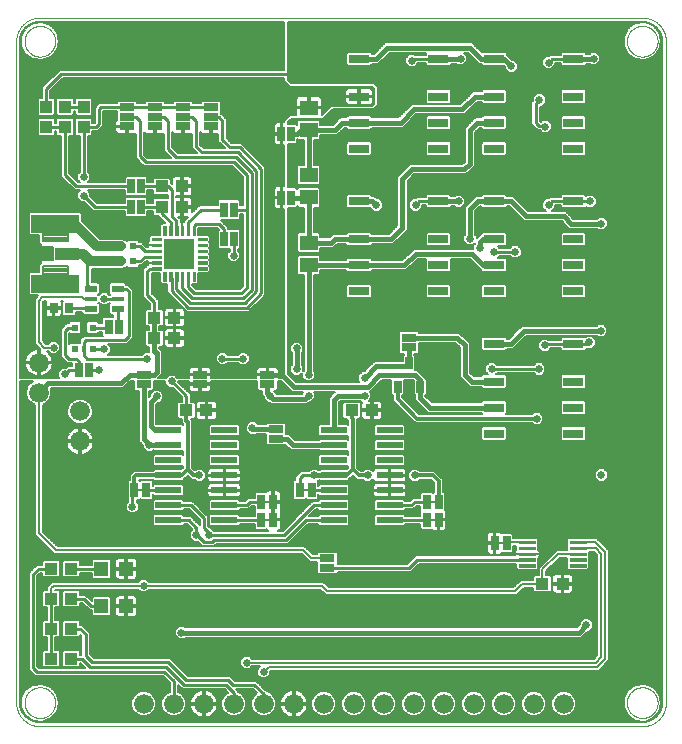
<source format=gtl>
G75*
%MOIN*%
%OFA0B0*%
%FSLAX25Y25*%
%IPPOS*%
%LPD*%
%AMOC8*
5,1,8,0,0,1.08239X$1,22.5*
%
%ADD10C,0.00001*%
%ADD11R,0.04331X0.03937*%
%ADD12R,0.03543X0.02756*%
%ADD13C,0.00256*%
%ADD14R,0.10236X0.10236*%
%ADD15R,0.05000X0.02500*%
%ADD16R,0.02500X0.05000*%
%ADD17R,0.02362X0.02362*%
%ADD18R,0.16000X0.06000*%
%ADD19R,0.08000X0.04000*%
%ADD20C,0.00800*%
%ADD21R,0.06700X0.03000*%
%ADD22R,0.05906X0.05118*%
%ADD23C,0.00276*%
%ADD24R,0.08600X0.02200*%
%ADD25R,0.01600X0.01000*%
%ADD26R,0.03937X0.04331*%
%ADD27C,0.06600*%
%ADD28R,0.04724X0.04724*%
%ADD29R,0.03937X0.01181*%
%ADD30R,0.03937X0.02362*%
%ADD31R,0.01575X0.02362*%
%ADD32R,0.02756X0.03543*%
%ADD33R,0.02500X0.04000*%
%ADD34C,0.01600*%
%ADD35C,0.01000*%
%ADD36C,0.02578*%
%ADD37C,0.00787*%
%ADD38C,0.01200*%
%ADD39C,0.03200*%
%ADD40C,0.00600*%
D10*
X0105675Y0063549D02*
X0105675Y0284021D01*
X0108431Y0284021D02*
X0108433Y0284164D01*
X0108439Y0284307D01*
X0108449Y0284449D01*
X0108463Y0284591D01*
X0108481Y0284733D01*
X0108503Y0284875D01*
X0108528Y0285015D01*
X0108558Y0285155D01*
X0108592Y0285294D01*
X0108629Y0285432D01*
X0108671Y0285569D01*
X0108716Y0285704D01*
X0108765Y0285838D01*
X0108817Y0285971D01*
X0108873Y0286103D01*
X0108933Y0286232D01*
X0108997Y0286360D01*
X0109064Y0286487D01*
X0109135Y0286611D01*
X0109209Y0286733D01*
X0109286Y0286853D01*
X0109367Y0286971D01*
X0109451Y0287087D01*
X0109538Y0287200D01*
X0109628Y0287311D01*
X0109722Y0287419D01*
X0109818Y0287525D01*
X0109917Y0287627D01*
X0110020Y0287727D01*
X0110124Y0287824D01*
X0110232Y0287919D01*
X0110342Y0288010D01*
X0110455Y0288098D01*
X0110570Y0288182D01*
X0110687Y0288264D01*
X0110807Y0288342D01*
X0110928Y0288417D01*
X0111052Y0288489D01*
X0111178Y0288557D01*
X0111305Y0288621D01*
X0111435Y0288682D01*
X0111566Y0288739D01*
X0111698Y0288793D01*
X0111832Y0288842D01*
X0111967Y0288889D01*
X0112104Y0288931D01*
X0112242Y0288969D01*
X0112380Y0289004D01*
X0112520Y0289034D01*
X0112660Y0289061D01*
X0112801Y0289084D01*
X0112943Y0289103D01*
X0113085Y0289118D01*
X0113228Y0289129D01*
X0113370Y0289136D01*
X0113513Y0289139D01*
X0113656Y0289138D01*
X0113799Y0289133D01*
X0113942Y0289124D01*
X0114084Y0289111D01*
X0114226Y0289094D01*
X0114367Y0289073D01*
X0114508Y0289048D01*
X0114648Y0289020D01*
X0114787Y0288987D01*
X0114925Y0288950D01*
X0115062Y0288910D01*
X0115198Y0288866D01*
X0115333Y0288818D01*
X0115466Y0288766D01*
X0115598Y0288711D01*
X0115728Y0288652D01*
X0115857Y0288589D01*
X0115983Y0288523D01*
X0116108Y0288453D01*
X0116231Y0288380D01*
X0116351Y0288304D01*
X0116470Y0288224D01*
X0116586Y0288140D01*
X0116700Y0288054D01*
X0116811Y0287964D01*
X0116920Y0287872D01*
X0117026Y0287776D01*
X0117130Y0287678D01*
X0117231Y0287576D01*
X0117328Y0287472D01*
X0117423Y0287365D01*
X0117515Y0287256D01*
X0117604Y0287144D01*
X0117690Y0287029D01*
X0117772Y0286913D01*
X0117851Y0286793D01*
X0117927Y0286672D01*
X0117999Y0286549D01*
X0118068Y0286424D01*
X0118133Y0286297D01*
X0118195Y0286168D01*
X0118253Y0286037D01*
X0118308Y0285905D01*
X0118358Y0285771D01*
X0118405Y0285636D01*
X0118449Y0285500D01*
X0118488Y0285363D01*
X0118523Y0285224D01*
X0118555Y0285085D01*
X0118583Y0284945D01*
X0118607Y0284804D01*
X0118627Y0284662D01*
X0118643Y0284520D01*
X0118655Y0284378D01*
X0118663Y0284235D01*
X0118667Y0284092D01*
X0118667Y0283950D01*
X0118663Y0283807D01*
X0118655Y0283664D01*
X0118643Y0283522D01*
X0118627Y0283380D01*
X0118607Y0283238D01*
X0118583Y0283097D01*
X0118555Y0282957D01*
X0118523Y0282818D01*
X0118488Y0282679D01*
X0118449Y0282542D01*
X0118405Y0282406D01*
X0118358Y0282271D01*
X0118308Y0282137D01*
X0118253Y0282005D01*
X0118195Y0281874D01*
X0118133Y0281745D01*
X0118068Y0281618D01*
X0117999Y0281493D01*
X0117927Y0281370D01*
X0117851Y0281249D01*
X0117772Y0281129D01*
X0117690Y0281013D01*
X0117604Y0280898D01*
X0117515Y0280786D01*
X0117423Y0280677D01*
X0117328Y0280570D01*
X0117231Y0280466D01*
X0117130Y0280364D01*
X0117026Y0280266D01*
X0116920Y0280170D01*
X0116811Y0280078D01*
X0116700Y0279988D01*
X0116586Y0279902D01*
X0116470Y0279818D01*
X0116351Y0279738D01*
X0116231Y0279662D01*
X0116108Y0279589D01*
X0115983Y0279519D01*
X0115857Y0279453D01*
X0115728Y0279390D01*
X0115598Y0279331D01*
X0115466Y0279276D01*
X0115333Y0279224D01*
X0115198Y0279176D01*
X0115062Y0279132D01*
X0114925Y0279092D01*
X0114787Y0279055D01*
X0114648Y0279022D01*
X0114508Y0278994D01*
X0114367Y0278969D01*
X0114226Y0278948D01*
X0114084Y0278931D01*
X0113942Y0278918D01*
X0113799Y0278909D01*
X0113656Y0278904D01*
X0113513Y0278903D01*
X0113370Y0278906D01*
X0113228Y0278913D01*
X0113085Y0278924D01*
X0112943Y0278939D01*
X0112801Y0278958D01*
X0112660Y0278981D01*
X0112520Y0279008D01*
X0112380Y0279038D01*
X0112242Y0279073D01*
X0112104Y0279111D01*
X0111967Y0279153D01*
X0111832Y0279200D01*
X0111698Y0279249D01*
X0111566Y0279303D01*
X0111435Y0279360D01*
X0111305Y0279421D01*
X0111178Y0279485D01*
X0111052Y0279553D01*
X0110928Y0279625D01*
X0110807Y0279700D01*
X0110687Y0279778D01*
X0110570Y0279860D01*
X0110455Y0279944D01*
X0110342Y0280032D01*
X0110232Y0280123D01*
X0110124Y0280218D01*
X0110020Y0280315D01*
X0109917Y0280415D01*
X0109818Y0280517D01*
X0109722Y0280623D01*
X0109628Y0280731D01*
X0109538Y0280842D01*
X0109451Y0280955D01*
X0109367Y0281071D01*
X0109286Y0281189D01*
X0109209Y0281309D01*
X0109135Y0281431D01*
X0109064Y0281555D01*
X0108997Y0281682D01*
X0108933Y0281810D01*
X0108873Y0281939D01*
X0108817Y0282071D01*
X0108765Y0282204D01*
X0108716Y0282338D01*
X0108671Y0282473D01*
X0108629Y0282610D01*
X0108592Y0282748D01*
X0108558Y0282887D01*
X0108528Y0283027D01*
X0108503Y0283167D01*
X0108481Y0283309D01*
X0108463Y0283451D01*
X0108449Y0283593D01*
X0108439Y0283735D01*
X0108433Y0283878D01*
X0108431Y0284021D01*
X0105675Y0284021D02*
X0105677Y0284211D01*
X0105684Y0284401D01*
X0105696Y0284591D01*
X0105712Y0284781D01*
X0105732Y0284970D01*
X0105758Y0285159D01*
X0105787Y0285347D01*
X0105822Y0285534D01*
X0105861Y0285720D01*
X0105904Y0285905D01*
X0105952Y0286090D01*
X0106004Y0286273D01*
X0106060Y0286454D01*
X0106121Y0286634D01*
X0106187Y0286813D01*
X0106256Y0286990D01*
X0106330Y0287166D01*
X0106408Y0287339D01*
X0106491Y0287511D01*
X0106577Y0287680D01*
X0106667Y0287848D01*
X0106762Y0288013D01*
X0106860Y0288176D01*
X0106963Y0288336D01*
X0107069Y0288494D01*
X0107179Y0288649D01*
X0107292Y0288802D01*
X0107410Y0288952D01*
X0107531Y0289098D01*
X0107655Y0289242D01*
X0107783Y0289383D01*
X0107914Y0289521D01*
X0108049Y0289656D01*
X0108187Y0289787D01*
X0108328Y0289915D01*
X0108472Y0290039D01*
X0108618Y0290160D01*
X0108768Y0290278D01*
X0108921Y0290391D01*
X0109076Y0290501D01*
X0109234Y0290607D01*
X0109394Y0290710D01*
X0109557Y0290808D01*
X0109722Y0290903D01*
X0109890Y0290993D01*
X0110059Y0291079D01*
X0110231Y0291162D01*
X0110404Y0291240D01*
X0110580Y0291314D01*
X0110757Y0291383D01*
X0110936Y0291449D01*
X0111116Y0291510D01*
X0111297Y0291566D01*
X0111480Y0291618D01*
X0111665Y0291666D01*
X0111850Y0291709D01*
X0112036Y0291748D01*
X0112223Y0291783D01*
X0112411Y0291812D01*
X0112600Y0291838D01*
X0112789Y0291858D01*
X0112979Y0291874D01*
X0113169Y0291886D01*
X0113359Y0291893D01*
X0113549Y0291895D01*
X0314336Y0291895D01*
X0309218Y0284021D02*
X0309220Y0284164D01*
X0309226Y0284307D01*
X0309236Y0284449D01*
X0309250Y0284591D01*
X0309268Y0284733D01*
X0309290Y0284875D01*
X0309315Y0285015D01*
X0309345Y0285155D01*
X0309379Y0285294D01*
X0309416Y0285432D01*
X0309458Y0285569D01*
X0309503Y0285704D01*
X0309552Y0285838D01*
X0309604Y0285971D01*
X0309660Y0286103D01*
X0309720Y0286232D01*
X0309784Y0286360D01*
X0309851Y0286487D01*
X0309922Y0286611D01*
X0309996Y0286733D01*
X0310073Y0286853D01*
X0310154Y0286971D01*
X0310238Y0287087D01*
X0310325Y0287200D01*
X0310415Y0287311D01*
X0310509Y0287419D01*
X0310605Y0287525D01*
X0310704Y0287627D01*
X0310807Y0287727D01*
X0310911Y0287824D01*
X0311019Y0287919D01*
X0311129Y0288010D01*
X0311242Y0288098D01*
X0311357Y0288182D01*
X0311474Y0288264D01*
X0311594Y0288342D01*
X0311715Y0288417D01*
X0311839Y0288489D01*
X0311965Y0288557D01*
X0312092Y0288621D01*
X0312222Y0288682D01*
X0312353Y0288739D01*
X0312485Y0288793D01*
X0312619Y0288842D01*
X0312754Y0288889D01*
X0312891Y0288931D01*
X0313029Y0288969D01*
X0313167Y0289004D01*
X0313307Y0289034D01*
X0313447Y0289061D01*
X0313588Y0289084D01*
X0313730Y0289103D01*
X0313872Y0289118D01*
X0314015Y0289129D01*
X0314157Y0289136D01*
X0314300Y0289139D01*
X0314443Y0289138D01*
X0314586Y0289133D01*
X0314729Y0289124D01*
X0314871Y0289111D01*
X0315013Y0289094D01*
X0315154Y0289073D01*
X0315295Y0289048D01*
X0315435Y0289020D01*
X0315574Y0288987D01*
X0315712Y0288950D01*
X0315849Y0288910D01*
X0315985Y0288866D01*
X0316120Y0288818D01*
X0316253Y0288766D01*
X0316385Y0288711D01*
X0316515Y0288652D01*
X0316644Y0288589D01*
X0316770Y0288523D01*
X0316895Y0288453D01*
X0317018Y0288380D01*
X0317138Y0288304D01*
X0317257Y0288224D01*
X0317373Y0288140D01*
X0317487Y0288054D01*
X0317598Y0287964D01*
X0317707Y0287872D01*
X0317813Y0287776D01*
X0317917Y0287678D01*
X0318018Y0287576D01*
X0318115Y0287472D01*
X0318210Y0287365D01*
X0318302Y0287256D01*
X0318391Y0287144D01*
X0318477Y0287029D01*
X0318559Y0286913D01*
X0318638Y0286793D01*
X0318714Y0286672D01*
X0318786Y0286549D01*
X0318855Y0286424D01*
X0318920Y0286297D01*
X0318982Y0286168D01*
X0319040Y0286037D01*
X0319095Y0285905D01*
X0319145Y0285771D01*
X0319192Y0285636D01*
X0319236Y0285500D01*
X0319275Y0285363D01*
X0319310Y0285224D01*
X0319342Y0285085D01*
X0319370Y0284945D01*
X0319394Y0284804D01*
X0319414Y0284662D01*
X0319430Y0284520D01*
X0319442Y0284378D01*
X0319450Y0284235D01*
X0319454Y0284092D01*
X0319454Y0283950D01*
X0319450Y0283807D01*
X0319442Y0283664D01*
X0319430Y0283522D01*
X0319414Y0283380D01*
X0319394Y0283238D01*
X0319370Y0283097D01*
X0319342Y0282957D01*
X0319310Y0282818D01*
X0319275Y0282679D01*
X0319236Y0282542D01*
X0319192Y0282406D01*
X0319145Y0282271D01*
X0319095Y0282137D01*
X0319040Y0282005D01*
X0318982Y0281874D01*
X0318920Y0281745D01*
X0318855Y0281618D01*
X0318786Y0281493D01*
X0318714Y0281370D01*
X0318638Y0281249D01*
X0318559Y0281129D01*
X0318477Y0281013D01*
X0318391Y0280898D01*
X0318302Y0280786D01*
X0318210Y0280677D01*
X0318115Y0280570D01*
X0318018Y0280466D01*
X0317917Y0280364D01*
X0317813Y0280266D01*
X0317707Y0280170D01*
X0317598Y0280078D01*
X0317487Y0279988D01*
X0317373Y0279902D01*
X0317257Y0279818D01*
X0317138Y0279738D01*
X0317018Y0279662D01*
X0316895Y0279589D01*
X0316770Y0279519D01*
X0316644Y0279453D01*
X0316515Y0279390D01*
X0316385Y0279331D01*
X0316253Y0279276D01*
X0316120Y0279224D01*
X0315985Y0279176D01*
X0315849Y0279132D01*
X0315712Y0279092D01*
X0315574Y0279055D01*
X0315435Y0279022D01*
X0315295Y0278994D01*
X0315154Y0278969D01*
X0315013Y0278948D01*
X0314871Y0278931D01*
X0314729Y0278918D01*
X0314586Y0278909D01*
X0314443Y0278904D01*
X0314300Y0278903D01*
X0314157Y0278906D01*
X0314015Y0278913D01*
X0313872Y0278924D01*
X0313730Y0278939D01*
X0313588Y0278958D01*
X0313447Y0278981D01*
X0313307Y0279008D01*
X0313167Y0279038D01*
X0313029Y0279073D01*
X0312891Y0279111D01*
X0312754Y0279153D01*
X0312619Y0279200D01*
X0312485Y0279249D01*
X0312353Y0279303D01*
X0312222Y0279360D01*
X0312092Y0279421D01*
X0311965Y0279485D01*
X0311839Y0279553D01*
X0311715Y0279625D01*
X0311594Y0279700D01*
X0311474Y0279778D01*
X0311357Y0279860D01*
X0311242Y0279944D01*
X0311129Y0280032D01*
X0311019Y0280123D01*
X0310911Y0280218D01*
X0310807Y0280315D01*
X0310704Y0280415D01*
X0310605Y0280517D01*
X0310509Y0280623D01*
X0310415Y0280731D01*
X0310325Y0280842D01*
X0310238Y0280955D01*
X0310154Y0281071D01*
X0310073Y0281189D01*
X0309996Y0281309D01*
X0309922Y0281431D01*
X0309851Y0281555D01*
X0309784Y0281682D01*
X0309720Y0281810D01*
X0309660Y0281939D01*
X0309604Y0282071D01*
X0309552Y0282204D01*
X0309503Y0282338D01*
X0309458Y0282473D01*
X0309416Y0282610D01*
X0309379Y0282748D01*
X0309345Y0282887D01*
X0309315Y0283027D01*
X0309290Y0283167D01*
X0309268Y0283309D01*
X0309250Y0283451D01*
X0309236Y0283593D01*
X0309226Y0283735D01*
X0309220Y0283878D01*
X0309218Y0284021D01*
X0314336Y0291895D02*
X0314526Y0291893D01*
X0314716Y0291886D01*
X0314906Y0291874D01*
X0315096Y0291858D01*
X0315285Y0291838D01*
X0315474Y0291812D01*
X0315662Y0291783D01*
X0315849Y0291748D01*
X0316035Y0291709D01*
X0316220Y0291666D01*
X0316405Y0291618D01*
X0316588Y0291566D01*
X0316769Y0291510D01*
X0316949Y0291449D01*
X0317128Y0291383D01*
X0317305Y0291314D01*
X0317481Y0291240D01*
X0317654Y0291162D01*
X0317826Y0291079D01*
X0317995Y0290993D01*
X0318163Y0290903D01*
X0318328Y0290808D01*
X0318491Y0290710D01*
X0318651Y0290607D01*
X0318809Y0290501D01*
X0318964Y0290391D01*
X0319117Y0290278D01*
X0319267Y0290160D01*
X0319413Y0290039D01*
X0319557Y0289915D01*
X0319698Y0289787D01*
X0319836Y0289656D01*
X0319971Y0289521D01*
X0320102Y0289383D01*
X0320230Y0289242D01*
X0320354Y0289098D01*
X0320475Y0288952D01*
X0320593Y0288802D01*
X0320706Y0288649D01*
X0320816Y0288494D01*
X0320922Y0288336D01*
X0321025Y0288176D01*
X0321123Y0288013D01*
X0321218Y0287848D01*
X0321308Y0287680D01*
X0321394Y0287511D01*
X0321477Y0287339D01*
X0321555Y0287166D01*
X0321629Y0286990D01*
X0321698Y0286813D01*
X0321764Y0286634D01*
X0321825Y0286454D01*
X0321881Y0286273D01*
X0321933Y0286090D01*
X0321981Y0285905D01*
X0322024Y0285720D01*
X0322063Y0285534D01*
X0322098Y0285347D01*
X0322127Y0285159D01*
X0322153Y0284970D01*
X0322173Y0284781D01*
X0322189Y0284591D01*
X0322201Y0284401D01*
X0322208Y0284211D01*
X0322210Y0284021D01*
X0322210Y0063549D01*
X0309218Y0063549D02*
X0309220Y0063692D01*
X0309226Y0063835D01*
X0309236Y0063977D01*
X0309250Y0064119D01*
X0309268Y0064261D01*
X0309290Y0064403D01*
X0309315Y0064543D01*
X0309345Y0064683D01*
X0309379Y0064822D01*
X0309416Y0064960D01*
X0309458Y0065097D01*
X0309503Y0065232D01*
X0309552Y0065366D01*
X0309604Y0065499D01*
X0309660Y0065631D01*
X0309720Y0065760D01*
X0309784Y0065888D01*
X0309851Y0066015D01*
X0309922Y0066139D01*
X0309996Y0066261D01*
X0310073Y0066381D01*
X0310154Y0066499D01*
X0310238Y0066615D01*
X0310325Y0066728D01*
X0310415Y0066839D01*
X0310509Y0066947D01*
X0310605Y0067053D01*
X0310704Y0067155D01*
X0310807Y0067255D01*
X0310911Y0067352D01*
X0311019Y0067447D01*
X0311129Y0067538D01*
X0311242Y0067626D01*
X0311357Y0067710D01*
X0311474Y0067792D01*
X0311594Y0067870D01*
X0311715Y0067945D01*
X0311839Y0068017D01*
X0311965Y0068085D01*
X0312092Y0068149D01*
X0312222Y0068210D01*
X0312353Y0068267D01*
X0312485Y0068321D01*
X0312619Y0068370D01*
X0312754Y0068417D01*
X0312891Y0068459D01*
X0313029Y0068497D01*
X0313167Y0068532D01*
X0313307Y0068562D01*
X0313447Y0068589D01*
X0313588Y0068612D01*
X0313730Y0068631D01*
X0313872Y0068646D01*
X0314015Y0068657D01*
X0314157Y0068664D01*
X0314300Y0068667D01*
X0314443Y0068666D01*
X0314586Y0068661D01*
X0314729Y0068652D01*
X0314871Y0068639D01*
X0315013Y0068622D01*
X0315154Y0068601D01*
X0315295Y0068576D01*
X0315435Y0068548D01*
X0315574Y0068515D01*
X0315712Y0068478D01*
X0315849Y0068438D01*
X0315985Y0068394D01*
X0316120Y0068346D01*
X0316253Y0068294D01*
X0316385Y0068239D01*
X0316515Y0068180D01*
X0316644Y0068117D01*
X0316770Y0068051D01*
X0316895Y0067981D01*
X0317018Y0067908D01*
X0317138Y0067832D01*
X0317257Y0067752D01*
X0317373Y0067668D01*
X0317487Y0067582D01*
X0317598Y0067492D01*
X0317707Y0067400D01*
X0317813Y0067304D01*
X0317917Y0067206D01*
X0318018Y0067104D01*
X0318115Y0067000D01*
X0318210Y0066893D01*
X0318302Y0066784D01*
X0318391Y0066672D01*
X0318477Y0066557D01*
X0318559Y0066441D01*
X0318638Y0066321D01*
X0318714Y0066200D01*
X0318786Y0066077D01*
X0318855Y0065952D01*
X0318920Y0065825D01*
X0318982Y0065696D01*
X0319040Y0065565D01*
X0319095Y0065433D01*
X0319145Y0065299D01*
X0319192Y0065164D01*
X0319236Y0065028D01*
X0319275Y0064891D01*
X0319310Y0064752D01*
X0319342Y0064613D01*
X0319370Y0064473D01*
X0319394Y0064332D01*
X0319414Y0064190D01*
X0319430Y0064048D01*
X0319442Y0063906D01*
X0319450Y0063763D01*
X0319454Y0063620D01*
X0319454Y0063478D01*
X0319450Y0063335D01*
X0319442Y0063192D01*
X0319430Y0063050D01*
X0319414Y0062908D01*
X0319394Y0062766D01*
X0319370Y0062625D01*
X0319342Y0062485D01*
X0319310Y0062346D01*
X0319275Y0062207D01*
X0319236Y0062070D01*
X0319192Y0061934D01*
X0319145Y0061799D01*
X0319095Y0061665D01*
X0319040Y0061533D01*
X0318982Y0061402D01*
X0318920Y0061273D01*
X0318855Y0061146D01*
X0318786Y0061021D01*
X0318714Y0060898D01*
X0318638Y0060777D01*
X0318559Y0060657D01*
X0318477Y0060541D01*
X0318391Y0060426D01*
X0318302Y0060314D01*
X0318210Y0060205D01*
X0318115Y0060098D01*
X0318018Y0059994D01*
X0317917Y0059892D01*
X0317813Y0059794D01*
X0317707Y0059698D01*
X0317598Y0059606D01*
X0317487Y0059516D01*
X0317373Y0059430D01*
X0317257Y0059346D01*
X0317138Y0059266D01*
X0317018Y0059190D01*
X0316895Y0059117D01*
X0316770Y0059047D01*
X0316644Y0058981D01*
X0316515Y0058918D01*
X0316385Y0058859D01*
X0316253Y0058804D01*
X0316120Y0058752D01*
X0315985Y0058704D01*
X0315849Y0058660D01*
X0315712Y0058620D01*
X0315574Y0058583D01*
X0315435Y0058550D01*
X0315295Y0058522D01*
X0315154Y0058497D01*
X0315013Y0058476D01*
X0314871Y0058459D01*
X0314729Y0058446D01*
X0314586Y0058437D01*
X0314443Y0058432D01*
X0314300Y0058431D01*
X0314157Y0058434D01*
X0314015Y0058441D01*
X0313872Y0058452D01*
X0313730Y0058467D01*
X0313588Y0058486D01*
X0313447Y0058509D01*
X0313307Y0058536D01*
X0313167Y0058566D01*
X0313029Y0058601D01*
X0312891Y0058639D01*
X0312754Y0058681D01*
X0312619Y0058728D01*
X0312485Y0058777D01*
X0312353Y0058831D01*
X0312222Y0058888D01*
X0312092Y0058949D01*
X0311965Y0059013D01*
X0311839Y0059081D01*
X0311715Y0059153D01*
X0311594Y0059228D01*
X0311474Y0059306D01*
X0311357Y0059388D01*
X0311242Y0059472D01*
X0311129Y0059560D01*
X0311019Y0059651D01*
X0310911Y0059746D01*
X0310807Y0059843D01*
X0310704Y0059943D01*
X0310605Y0060045D01*
X0310509Y0060151D01*
X0310415Y0060259D01*
X0310325Y0060370D01*
X0310238Y0060483D01*
X0310154Y0060599D01*
X0310073Y0060717D01*
X0309996Y0060837D01*
X0309922Y0060959D01*
X0309851Y0061083D01*
X0309784Y0061210D01*
X0309720Y0061338D01*
X0309660Y0061467D01*
X0309604Y0061599D01*
X0309552Y0061732D01*
X0309503Y0061866D01*
X0309458Y0062001D01*
X0309416Y0062138D01*
X0309379Y0062276D01*
X0309345Y0062415D01*
X0309315Y0062555D01*
X0309290Y0062695D01*
X0309268Y0062837D01*
X0309250Y0062979D01*
X0309236Y0063121D01*
X0309226Y0063263D01*
X0309220Y0063406D01*
X0309218Y0063549D01*
X0314336Y0055675D02*
X0314526Y0055677D01*
X0314716Y0055684D01*
X0314906Y0055696D01*
X0315096Y0055712D01*
X0315285Y0055732D01*
X0315474Y0055758D01*
X0315662Y0055787D01*
X0315849Y0055822D01*
X0316035Y0055861D01*
X0316220Y0055904D01*
X0316405Y0055952D01*
X0316588Y0056004D01*
X0316769Y0056060D01*
X0316949Y0056121D01*
X0317128Y0056187D01*
X0317305Y0056256D01*
X0317481Y0056330D01*
X0317654Y0056408D01*
X0317826Y0056491D01*
X0317995Y0056577D01*
X0318163Y0056667D01*
X0318328Y0056762D01*
X0318491Y0056860D01*
X0318651Y0056963D01*
X0318809Y0057069D01*
X0318964Y0057179D01*
X0319117Y0057292D01*
X0319267Y0057410D01*
X0319413Y0057531D01*
X0319557Y0057655D01*
X0319698Y0057783D01*
X0319836Y0057914D01*
X0319971Y0058049D01*
X0320102Y0058187D01*
X0320230Y0058328D01*
X0320354Y0058472D01*
X0320475Y0058618D01*
X0320593Y0058768D01*
X0320706Y0058921D01*
X0320816Y0059076D01*
X0320922Y0059234D01*
X0321025Y0059394D01*
X0321123Y0059557D01*
X0321218Y0059722D01*
X0321308Y0059890D01*
X0321394Y0060059D01*
X0321477Y0060231D01*
X0321555Y0060404D01*
X0321629Y0060580D01*
X0321698Y0060757D01*
X0321764Y0060936D01*
X0321825Y0061116D01*
X0321881Y0061297D01*
X0321933Y0061480D01*
X0321981Y0061665D01*
X0322024Y0061850D01*
X0322063Y0062036D01*
X0322098Y0062223D01*
X0322127Y0062411D01*
X0322153Y0062600D01*
X0322173Y0062789D01*
X0322189Y0062979D01*
X0322201Y0063169D01*
X0322208Y0063359D01*
X0322210Y0063549D01*
X0314336Y0055675D02*
X0113549Y0055675D01*
X0108431Y0063549D02*
X0108433Y0063692D01*
X0108439Y0063835D01*
X0108449Y0063977D01*
X0108463Y0064119D01*
X0108481Y0064261D01*
X0108503Y0064403D01*
X0108528Y0064543D01*
X0108558Y0064683D01*
X0108592Y0064822D01*
X0108629Y0064960D01*
X0108671Y0065097D01*
X0108716Y0065232D01*
X0108765Y0065366D01*
X0108817Y0065499D01*
X0108873Y0065631D01*
X0108933Y0065760D01*
X0108997Y0065888D01*
X0109064Y0066015D01*
X0109135Y0066139D01*
X0109209Y0066261D01*
X0109286Y0066381D01*
X0109367Y0066499D01*
X0109451Y0066615D01*
X0109538Y0066728D01*
X0109628Y0066839D01*
X0109722Y0066947D01*
X0109818Y0067053D01*
X0109917Y0067155D01*
X0110020Y0067255D01*
X0110124Y0067352D01*
X0110232Y0067447D01*
X0110342Y0067538D01*
X0110455Y0067626D01*
X0110570Y0067710D01*
X0110687Y0067792D01*
X0110807Y0067870D01*
X0110928Y0067945D01*
X0111052Y0068017D01*
X0111178Y0068085D01*
X0111305Y0068149D01*
X0111435Y0068210D01*
X0111566Y0068267D01*
X0111698Y0068321D01*
X0111832Y0068370D01*
X0111967Y0068417D01*
X0112104Y0068459D01*
X0112242Y0068497D01*
X0112380Y0068532D01*
X0112520Y0068562D01*
X0112660Y0068589D01*
X0112801Y0068612D01*
X0112943Y0068631D01*
X0113085Y0068646D01*
X0113228Y0068657D01*
X0113370Y0068664D01*
X0113513Y0068667D01*
X0113656Y0068666D01*
X0113799Y0068661D01*
X0113942Y0068652D01*
X0114084Y0068639D01*
X0114226Y0068622D01*
X0114367Y0068601D01*
X0114508Y0068576D01*
X0114648Y0068548D01*
X0114787Y0068515D01*
X0114925Y0068478D01*
X0115062Y0068438D01*
X0115198Y0068394D01*
X0115333Y0068346D01*
X0115466Y0068294D01*
X0115598Y0068239D01*
X0115728Y0068180D01*
X0115857Y0068117D01*
X0115983Y0068051D01*
X0116108Y0067981D01*
X0116231Y0067908D01*
X0116351Y0067832D01*
X0116470Y0067752D01*
X0116586Y0067668D01*
X0116700Y0067582D01*
X0116811Y0067492D01*
X0116920Y0067400D01*
X0117026Y0067304D01*
X0117130Y0067206D01*
X0117231Y0067104D01*
X0117328Y0067000D01*
X0117423Y0066893D01*
X0117515Y0066784D01*
X0117604Y0066672D01*
X0117690Y0066557D01*
X0117772Y0066441D01*
X0117851Y0066321D01*
X0117927Y0066200D01*
X0117999Y0066077D01*
X0118068Y0065952D01*
X0118133Y0065825D01*
X0118195Y0065696D01*
X0118253Y0065565D01*
X0118308Y0065433D01*
X0118358Y0065299D01*
X0118405Y0065164D01*
X0118449Y0065028D01*
X0118488Y0064891D01*
X0118523Y0064752D01*
X0118555Y0064613D01*
X0118583Y0064473D01*
X0118607Y0064332D01*
X0118627Y0064190D01*
X0118643Y0064048D01*
X0118655Y0063906D01*
X0118663Y0063763D01*
X0118667Y0063620D01*
X0118667Y0063478D01*
X0118663Y0063335D01*
X0118655Y0063192D01*
X0118643Y0063050D01*
X0118627Y0062908D01*
X0118607Y0062766D01*
X0118583Y0062625D01*
X0118555Y0062485D01*
X0118523Y0062346D01*
X0118488Y0062207D01*
X0118449Y0062070D01*
X0118405Y0061934D01*
X0118358Y0061799D01*
X0118308Y0061665D01*
X0118253Y0061533D01*
X0118195Y0061402D01*
X0118133Y0061273D01*
X0118068Y0061146D01*
X0117999Y0061021D01*
X0117927Y0060898D01*
X0117851Y0060777D01*
X0117772Y0060657D01*
X0117690Y0060541D01*
X0117604Y0060426D01*
X0117515Y0060314D01*
X0117423Y0060205D01*
X0117328Y0060098D01*
X0117231Y0059994D01*
X0117130Y0059892D01*
X0117026Y0059794D01*
X0116920Y0059698D01*
X0116811Y0059606D01*
X0116700Y0059516D01*
X0116586Y0059430D01*
X0116470Y0059346D01*
X0116351Y0059266D01*
X0116231Y0059190D01*
X0116108Y0059117D01*
X0115983Y0059047D01*
X0115857Y0058981D01*
X0115728Y0058918D01*
X0115598Y0058859D01*
X0115466Y0058804D01*
X0115333Y0058752D01*
X0115198Y0058704D01*
X0115062Y0058660D01*
X0114925Y0058620D01*
X0114787Y0058583D01*
X0114648Y0058550D01*
X0114508Y0058522D01*
X0114367Y0058497D01*
X0114226Y0058476D01*
X0114084Y0058459D01*
X0113942Y0058446D01*
X0113799Y0058437D01*
X0113656Y0058432D01*
X0113513Y0058431D01*
X0113370Y0058434D01*
X0113228Y0058441D01*
X0113085Y0058452D01*
X0112943Y0058467D01*
X0112801Y0058486D01*
X0112660Y0058509D01*
X0112520Y0058536D01*
X0112380Y0058566D01*
X0112242Y0058601D01*
X0112104Y0058639D01*
X0111967Y0058681D01*
X0111832Y0058728D01*
X0111698Y0058777D01*
X0111566Y0058831D01*
X0111435Y0058888D01*
X0111305Y0058949D01*
X0111178Y0059013D01*
X0111052Y0059081D01*
X0110928Y0059153D01*
X0110807Y0059228D01*
X0110687Y0059306D01*
X0110570Y0059388D01*
X0110455Y0059472D01*
X0110342Y0059560D01*
X0110232Y0059651D01*
X0110124Y0059746D01*
X0110020Y0059843D01*
X0109917Y0059943D01*
X0109818Y0060045D01*
X0109722Y0060151D01*
X0109628Y0060259D01*
X0109538Y0060370D01*
X0109451Y0060483D01*
X0109367Y0060599D01*
X0109286Y0060717D01*
X0109209Y0060837D01*
X0109135Y0060959D01*
X0109064Y0061083D01*
X0108997Y0061210D01*
X0108933Y0061338D01*
X0108873Y0061467D01*
X0108817Y0061599D01*
X0108765Y0061732D01*
X0108716Y0061866D01*
X0108671Y0062001D01*
X0108629Y0062138D01*
X0108592Y0062276D01*
X0108558Y0062415D01*
X0108528Y0062555D01*
X0108503Y0062695D01*
X0108481Y0062837D01*
X0108463Y0062979D01*
X0108449Y0063121D01*
X0108439Y0063263D01*
X0108433Y0063406D01*
X0108431Y0063549D01*
X0105675Y0063549D02*
X0105677Y0063359D01*
X0105684Y0063169D01*
X0105696Y0062979D01*
X0105712Y0062789D01*
X0105732Y0062600D01*
X0105758Y0062411D01*
X0105787Y0062223D01*
X0105822Y0062036D01*
X0105861Y0061850D01*
X0105904Y0061665D01*
X0105952Y0061480D01*
X0106004Y0061297D01*
X0106060Y0061116D01*
X0106121Y0060936D01*
X0106187Y0060757D01*
X0106256Y0060580D01*
X0106330Y0060404D01*
X0106408Y0060231D01*
X0106491Y0060059D01*
X0106577Y0059890D01*
X0106667Y0059722D01*
X0106762Y0059557D01*
X0106860Y0059394D01*
X0106963Y0059234D01*
X0107069Y0059076D01*
X0107179Y0058921D01*
X0107292Y0058768D01*
X0107410Y0058618D01*
X0107531Y0058472D01*
X0107655Y0058328D01*
X0107783Y0058187D01*
X0107914Y0058049D01*
X0108049Y0057914D01*
X0108187Y0057783D01*
X0108328Y0057655D01*
X0108472Y0057531D01*
X0108618Y0057410D01*
X0108768Y0057292D01*
X0108921Y0057179D01*
X0109076Y0057069D01*
X0109234Y0056963D01*
X0109394Y0056860D01*
X0109557Y0056762D01*
X0109722Y0056667D01*
X0109890Y0056577D01*
X0110059Y0056491D01*
X0110231Y0056408D01*
X0110404Y0056330D01*
X0110580Y0056256D01*
X0110757Y0056187D01*
X0110936Y0056121D01*
X0111116Y0056060D01*
X0111297Y0056004D01*
X0111480Y0055952D01*
X0111665Y0055904D01*
X0111850Y0055861D01*
X0112036Y0055822D01*
X0112223Y0055787D01*
X0112411Y0055758D01*
X0112600Y0055732D01*
X0112789Y0055712D01*
X0112979Y0055696D01*
X0113169Y0055684D01*
X0113359Y0055677D01*
X0113549Y0055675D01*
D11*
X0117329Y0078175D03*
X0124021Y0078175D03*
X0124021Y0088175D03*
X0117329Y0088175D03*
X0117329Y0098175D03*
X0124021Y0098175D03*
X0124021Y0108175D03*
X0117329Y0108175D03*
X0162368Y0160990D03*
X0169061Y0160990D03*
X0158396Y0185050D03*
X0151704Y0185050D03*
X0151704Y0191925D03*
X0158396Y0191925D03*
X0160896Y0228800D03*
X0154204Y0228800D03*
X0154204Y0235675D03*
X0160896Y0235675D03*
X0217486Y0160990D03*
X0224179Y0160990D03*
X0281079Y0103175D03*
X0287771Y0103175D03*
D12*
X0135050Y0210616D03*
X0135050Y0215734D03*
D13*
X0150907Y0216512D02*
X0153839Y0216512D01*
X0153839Y0215744D01*
X0150907Y0215744D01*
X0150907Y0216512D01*
X0150907Y0215987D02*
X0153839Y0215987D01*
X0153839Y0216230D02*
X0150907Y0216230D01*
X0150907Y0216473D02*
X0153839Y0216473D01*
X0153839Y0218480D02*
X0150907Y0218480D01*
X0153839Y0218480D02*
X0153839Y0217712D01*
X0150907Y0217712D01*
X0150907Y0218480D01*
X0150907Y0217955D02*
X0153839Y0217955D01*
X0153839Y0218198D02*
X0150907Y0218198D01*
X0150907Y0218441D02*
X0153839Y0218441D01*
X0154745Y0219386D02*
X0154745Y0222318D01*
X0155513Y0222318D01*
X0155513Y0219386D01*
X0154745Y0219386D01*
X0154745Y0219629D02*
X0155513Y0219629D01*
X0155513Y0219872D02*
X0154745Y0219872D01*
X0154745Y0220115D02*
X0155513Y0220115D01*
X0155513Y0220358D02*
X0154745Y0220358D01*
X0154745Y0220601D02*
X0155513Y0220601D01*
X0155513Y0220844D02*
X0154745Y0220844D01*
X0154745Y0221087D02*
X0155513Y0221087D01*
X0155513Y0221330D02*
X0154745Y0221330D01*
X0154745Y0221573D02*
X0155513Y0221573D01*
X0155513Y0221816D02*
X0154745Y0221816D01*
X0154745Y0222059D02*
X0155513Y0222059D01*
X0155513Y0222302D02*
X0154745Y0222302D01*
X0156713Y0222318D02*
X0156713Y0219386D01*
X0156713Y0222318D02*
X0157481Y0222318D01*
X0157481Y0219386D01*
X0156713Y0219386D01*
X0156713Y0219629D02*
X0157481Y0219629D01*
X0157481Y0219872D02*
X0156713Y0219872D01*
X0156713Y0220115D02*
X0157481Y0220115D01*
X0157481Y0220358D02*
X0156713Y0220358D01*
X0156713Y0220601D02*
X0157481Y0220601D01*
X0157481Y0220844D02*
X0156713Y0220844D01*
X0156713Y0221087D02*
X0157481Y0221087D01*
X0157481Y0221330D02*
X0156713Y0221330D01*
X0156713Y0221573D02*
X0157481Y0221573D01*
X0157481Y0221816D02*
X0156713Y0221816D01*
X0156713Y0222059D02*
X0157481Y0222059D01*
X0157481Y0222302D02*
X0156713Y0222302D01*
X0158682Y0222318D02*
X0158682Y0219386D01*
X0158682Y0222318D02*
X0159450Y0222318D01*
X0159450Y0219386D01*
X0158682Y0219386D01*
X0158682Y0219629D02*
X0159450Y0219629D01*
X0159450Y0219872D02*
X0158682Y0219872D01*
X0158682Y0220115D02*
X0159450Y0220115D01*
X0159450Y0220358D02*
X0158682Y0220358D01*
X0158682Y0220601D02*
X0159450Y0220601D01*
X0159450Y0220844D02*
X0158682Y0220844D01*
X0158682Y0221087D02*
X0159450Y0221087D01*
X0159450Y0221330D02*
X0158682Y0221330D01*
X0158682Y0221573D02*
X0159450Y0221573D01*
X0159450Y0221816D02*
X0158682Y0221816D01*
X0158682Y0222059D02*
X0159450Y0222059D01*
X0159450Y0222302D02*
X0158682Y0222302D01*
X0160650Y0222318D02*
X0160650Y0219386D01*
X0160650Y0222318D02*
X0161418Y0222318D01*
X0161418Y0219386D01*
X0160650Y0219386D01*
X0160650Y0219629D02*
X0161418Y0219629D01*
X0161418Y0219872D02*
X0160650Y0219872D01*
X0160650Y0220115D02*
X0161418Y0220115D01*
X0161418Y0220358D02*
X0160650Y0220358D01*
X0160650Y0220601D02*
X0161418Y0220601D01*
X0161418Y0220844D02*
X0160650Y0220844D01*
X0160650Y0221087D02*
X0161418Y0221087D01*
X0161418Y0221330D02*
X0160650Y0221330D01*
X0160650Y0221573D02*
X0161418Y0221573D01*
X0161418Y0221816D02*
X0160650Y0221816D01*
X0160650Y0222059D02*
X0161418Y0222059D01*
X0161418Y0222302D02*
X0160650Y0222302D01*
X0162619Y0222318D02*
X0162619Y0219386D01*
X0162619Y0222318D02*
X0163387Y0222318D01*
X0163387Y0219386D01*
X0162619Y0219386D01*
X0162619Y0219629D02*
X0163387Y0219629D01*
X0163387Y0219872D02*
X0162619Y0219872D01*
X0162619Y0220115D02*
X0163387Y0220115D01*
X0163387Y0220358D02*
X0162619Y0220358D01*
X0162619Y0220601D02*
X0163387Y0220601D01*
X0163387Y0220844D02*
X0162619Y0220844D01*
X0162619Y0221087D02*
X0163387Y0221087D01*
X0163387Y0221330D02*
X0162619Y0221330D01*
X0162619Y0221573D02*
X0163387Y0221573D01*
X0163387Y0221816D02*
X0162619Y0221816D01*
X0162619Y0222059D02*
X0163387Y0222059D01*
X0163387Y0222302D02*
X0162619Y0222302D01*
X0164587Y0222318D02*
X0164587Y0219386D01*
X0164587Y0222318D02*
X0165355Y0222318D01*
X0165355Y0219386D01*
X0164587Y0219386D01*
X0164587Y0219629D02*
X0165355Y0219629D01*
X0165355Y0219872D02*
X0164587Y0219872D01*
X0164587Y0220115D02*
X0165355Y0220115D01*
X0165355Y0220358D02*
X0164587Y0220358D01*
X0164587Y0220601D02*
X0165355Y0220601D01*
X0165355Y0220844D02*
X0164587Y0220844D01*
X0164587Y0221087D02*
X0165355Y0221087D01*
X0165355Y0221330D02*
X0164587Y0221330D01*
X0164587Y0221573D02*
X0165355Y0221573D01*
X0165355Y0221816D02*
X0164587Y0221816D01*
X0164587Y0222059D02*
X0165355Y0222059D01*
X0165355Y0222302D02*
X0164587Y0222302D01*
X0166261Y0218480D02*
X0169193Y0218480D01*
X0169193Y0217712D01*
X0166261Y0217712D01*
X0166261Y0218480D01*
X0166261Y0217955D02*
X0169193Y0217955D01*
X0169193Y0218198D02*
X0166261Y0218198D01*
X0166261Y0218441D02*
X0169193Y0218441D01*
X0169193Y0216512D02*
X0166261Y0216512D01*
X0169193Y0216512D02*
X0169193Y0215744D01*
X0166261Y0215744D01*
X0166261Y0216512D01*
X0166261Y0215987D02*
X0169193Y0215987D01*
X0169193Y0216230D02*
X0166261Y0216230D01*
X0166261Y0216473D02*
X0169193Y0216473D01*
X0169193Y0214543D02*
X0166261Y0214543D01*
X0169193Y0214543D02*
X0169193Y0213775D01*
X0166261Y0213775D01*
X0166261Y0214543D01*
X0166261Y0214018D02*
X0169193Y0214018D01*
X0169193Y0214261D02*
X0166261Y0214261D01*
X0166261Y0214504D02*
X0169193Y0214504D01*
X0169193Y0212575D02*
X0166261Y0212575D01*
X0169193Y0212575D02*
X0169193Y0211807D01*
X0166261Y0211807D01*
X0166261Y0212575D01*
X0166261Y0212050D02*
X0169193Y0212050D01*
X0169193Y0212293D02*
X0166261Y0212293D01*
X0166261Y0212536D02*
X0169193Y0212536D01*
X0169193Y0210606D02*
X0166261Y0210606D01*
X0169193Y0210606D02*
X0169193Y0209838D01*
X0166261Y0209838D01*
X0166261Y0210606D01*
X0166261Y0210081D02*
X0169193Y0210081D01*
X0169193Y0210324D02*
X0166261Y0210324D01*
X0166261Y0210567D02*
X0169193Y0210567D01*
X0169193Y0208638D02*
X0166261Y0208638D01*
X0169193Y0208638D02*
X0169193Y0207870D01*
X0166261Y0207870D01*
X0166261Y0208638D01*
X0166261Y0208113D02*
X0169193Y0208113D01*
X0169193Y0208356D02*
X0166261Y0208356D01*
X0166261Y0208599D02*
X0169193Y0208599D01*
X0164587Y0206964D02*
X0164587Y0204032D01*
X0164587Y0206964D02*
X0165355Y0206964D01*
X0165355Y0204032D01*
X0164587Y0204032D01*
X0164587Y0204275D02*
X0165355Y0204275D01*
X0165355Y0204518D02*
X0164587Y0204518D01*
X0164587Y0204761D02*
X0165355Y0204761D01*
X0165355Y0205004D02*
X0164587Y0205004D01*
X0164587Y0205247D02*
X0165355Y0205247D01*
X0165355Y0205490D02*
X0164587Y0205490D01*
X0164587Y0205733D02*
X0165355Y0205733D01*
X0165355Y0205976D02*
X0164587Y0205976D01*
X0164587Y0206219D02*
X0165355Y0206219D01*
X0165355Y0206462D02*
X0164587Y0206462D01*
X0164587Y0206705D02*
X0165355Y0206705D01*
X0165355Y0206948D02*
X0164587Y0206948D01*
X0162619Y0206964D02*
X0162619Y0204032D01*
X0162619Y0206964D02*
X0163387Y0206964D01*
X0163387Y0204032D01*
X0162619Y0204032D01*
X0162619Y0204275D02*
X0163387Y0204275D01*
X0163387Y0204518D02*
X0162619Y0204518D01*
X0162619Y0204761D02*
X0163387Y0204761D01*
X0163387Y0205004D02*
X0162619Y0205004D01*
X0162619Y0205247D02*
X0163387Y0205247D01*
X0163387Y0205490D02*
X0162619Y0205490D01*
X0162619Y0205733D02*
X0163387Y0205733D01*
X0163387Y0205976D02*
X0162619Y0205976D01*
X0162619Y0206219D02*
X0163387Y0206219D01*
X0163387Y0206462D02*
X0162619Y0206462D01*
X0162619Y0206705D02*
X0163387Y0206705D01*
X0163387Y0206948D02*
X0162619Y0206948D01*
X0160650Y0206964D02*
X0160650Y0204032D01*
X0160650Y0206964D02*
X0161418Y0206964D01*
X0161418Y0204032D01*
X0160650Y0204032D01*
X0160650Y0204275D02*
X0161418Y0204275D01*
X0161418Y0204518D02*
X0160650Y0204518D01*
X0160650Y0204761D02*
X0161418Y0204761D01*
X0161418Y0205004D02*
X0160650Y0205004D01*
X0160650Y0205247D02*
X0161418Y0205247D01*
X0161418Y0205490D02*
X0160650Y0205490D01*
X0160650Y0205733D02*
X0161418Y0205733D01*
X0161418Y0205976D02*
X0160650Y0205976D01*
X0160650Y0206219D02*
X0161418Y0206219D01*
X0161418Y0206462D02*
X0160650Y0206462D01*
X0160650Y0206705D02*
X0161418Y0206705D01*
X0161418Y0206948D02*
X0160650Y0206948D01*
X0158682Y0206964D02*
X0158682Y0204032D01*
X0158682Y0206964D02*
X0159450Y0206964D01*
X0159450Y0204032D01*
X0158682Y0204032D01*
X0158682Y0204275D02*
X0159450Y0204275D01*
X0159450Y0204518D02*
X0158682Y0204518D01*
X0158682Y0204761D02*
X0159450Y0204761D01*
X0159450Y0205004D02*
X0158682Y0205004D01*
X0158682Y0205247D02*
X0159450Y0205247D01*
X0159450Y0205490D02*
X0158682Y0205490D01*
X0158682Y0205733D02*
X0159450Y0205733D01*
X0159450Y0205976D02*
X0158682Y0205976D01*
X0158682Y0206219D02*
X0159450Y0206219D01*
X0159450Y0206462D02*
X0158682Y0206462D01*
X0158682Y0206705D02*
X0159450Y0206705D01*
X0159450Y0206948D02*
X0158682Y0206948D01*
X0156713Y0206964D02*
X0156713Y0204032D01*
X0156713Y0206964D02*
X0157481Y0206964D01*
X0157481Y0204032D01*
X0156713Y0204032D01*
X0156713Y0204275D02*
X0157481Y0204275D01*
X0157481Y0204518D02*
X0156713Y0204518D01*
X0156713Y0204761D02*
X0157481Y0204761D01*
X0157481Y0205004D02*
X0156713Y0205004D01*
X0156713Y0205247D02*
X0157481Y0205247D01*
X0157481Y0205490D02*
X0156713Y0205490D01*
X0156713Y0205733D02*
X0157481Y0205733D01*
X0157481Y0205976D02*
X0156713Y0205976D01*
X0156713Y0206219D02*
X0157481Y0206219D01*
X0157481Y0206462D02*
X0156713Y0206462D01*
X0156713Y0206705D02*
X0157481Y0206705D01*
X0157481Y0206948D02*
X0156713Y0206948D01*
X0154745Y0206964D02*
X0154745Y0204032D01*
X0154745Y0206964D02*
X0155513Y0206964D01*
X0155513Y0204032D01*
X0154745Y0204032D01*
X0154745Y0204275D02*
X0155513Y0204275D01*
X0155513Y0204518D02*
X0154745Y0204518D01*
X0154745Y0204761D02*
X0155513Y0204761D01*
X0155513Y0205004D02*
X0154745Y0205004D01*
X0154745Y0205247D02*
X0155513Y0205247D01*
X0155513Y0205490D02*
X0154745Y0205490D01*
X0154745Y0205733D02*
X0155513Y0205733D01*
X0155513Y0205976D02*
X0154745Y0205976D01*
X0154745Y0206219D02*
X0155513Y0206219D01*
X0155513Y0206462D02*
X0154745Y0206462D01*
X0154745Y0206705D02*
X0155513Y0206705D01*
X0155513Y0206948D02*
X0154745Y0206948D01*
X0153839Y0208638D02*
X0150907Y0208638D01*
X0153839Y0208638D02*
X0153839Y0207870D01*
X0150907Y0207870D01*
X0150907Y0208638D01*
X0150907Y0208113D02*
X0153839Y0208113D01*
X0153839Y0208356D02*
X0150907Y0208356D01*
X0150907Y0208599D02*
X0153839Y0208599D01*
X0153839Y0210606D02*
X0150907Y0210606D01*
X0153839Y0210606D02*
X0153839Y0209838D01*
X0150907Y0209838D01*
X0150907Y0210606D01*
X0150907Y0210081D02*
X0153839Y0210081D01*
X0153839Y0210324D02*
X0150907Y0210324D01*
X0150907Y0210567D02*
X0153839Y0210567D01*
X0153839Y0212575D02*
X0150907Y0212575D01*
X0153839Y0212575D02*
X0153839Y0211807D01*
X0150907Y0211807D01*
X0150907Y0212575D01*
X0150907Y0212050D02*
X0153839Y0212050D01*
X0153839Y0212293D02*
X0150907Y0212293D01*
X0150907Y0212536D02*
X0153839Y0212536D01*
X0153839Y0214543D02*
X0150907Y0214543D01*
X0153839Y0214543D02*
X0153839Y0213775D01*
X0150907Y0213775D01*
X0150907Y0214543D01*
X0150907Y0214018D02*
X0153839Y0214018D01*
X0153839Y0214261D02*
X0150907Y0214261D01*
X0150907Y0214504D02*
X0153839Y0214504D01*
D14*
X0160050Y0213175D03*
D15*
X0166925Y0172900D03*
X0166925Y0169700D03*
X0148175Y0169700D03*
X0148175Y0172900D03*
X0189425Y0172900D03*
X0189425Y0169700D03*
X0192289Y0154716D03*
X0192289Y0151516D03*
X0209425Y0111650D03*
X0209425Y0108450D03*
X0236581Y0182028D03*
X0236581Y0185228D03*
X0170675Y0255600D03*
X0170675Y0258800D03*
X0170675Y0262000D03*
X0161300Y0262000D03*
X0161300Y0258800D03*
X0161300Y0255600D03*
X0151925Y0255600D03*
X0151925Y0258800D03*
X0151925Y0262000D03*
X0142550Y0262000D03*
X0142550Y0258800D03*
X0142550Y0255600D03*
D16*
X0144075Y0235675D03*
X0147275Y0235675D03*
X0147275Y0228800D03*
X0144075Y0228800D03*
X0174941Y0227919D03*
X0178141Y0227919D03*
X0178141Y0218077D03*
X0174941Y0218077D03*
X0194075Y0231925D03*
X0197275Y0231925D03*
X0197275Y0253175D03*
X0194075Y0253175D03*
X0139775Y0188800D03*
X0136575Y0188800D03*
X0129775Y0174425D03*
X0126575Y0174425D03*
X0145014Y0134415D03*
X0149014Y0134415D03*
X0187336Y0130478D03*
X0191336Y0130478D03*
X0191336Y0124573D03*
X0187336Y0124573D03*
X0200132Y0134415D03*
X0204132Y0134415D03*
X0242455Y0130478D03*
X0246455Y0130478D03*
X0246455Y0124573D03*
X0242455Y0124573D03*
X0265092Y0116699D03*
X0269092Y0116699D03*
D17*
X0144550Y0210675D03*
X0140550Y0210675D03*
X0140550Y0215675D03*
X0144550Y0215675D03*
X0131128Y0188593D03*
X0125222Y0188593D03*
X0125222Y0181507D03*
X0131128Y0181507D03*
D18*
X0118675Y0203175D03*
X0118675Y0223175D03*
D19*
X0122675Y0213175D03*
D20*
X0122875Y0208981D02*
X0114675Y0208981D01*
X0114675Y0200675D01*
X0122875Y0200675D01*
X0122875Y0208981D01*
X0122875Y0208191D02*
X0114675Y0208191D01*
X0114675Y0207392D02*
X0122875Y0207392D01*
X0122875Y0206594D02*
X0114675Y0206594D01*
X0114675Y0205795D02*
X0122875Y0205795D01*
X0122875Y0204997D02*
X0114675Y0204997D01*
X0114675Y0204198D02*
X0122875Y0204198D01*
X0122875Y0203400D02*
X0114675Y0203400D01*
X0114675Y0202601D02*
X0122875Y0202601D01*
X0122875Y0201803D02*
X0114675Y0201803D01*
X0114675Y0201004D02*
X0122875Y0201004D01*
X0118675Y0203175D02*
X0118175Y0203175D01*
X0114425Y0198800D02*
X0113175Y0197550D01*
X0113175Y0183800D01*
X0115050Y0181925D01*
X0118175Y0181925D01*
X0114425Y0198800D02*
X0127550Y0198800D01*
X0128175Y0198175D01*
X0130621Y0198175D01*
X0122875Y0217369D02*
X0114675Y0217369D01*
X0114675Y0225675D01*
X0122875Y0225675D01*
X0122875Y0217369D01*
X0122875Y0217773D02*
X0114675Y0217773D01*
X0114675Y0218571D02*
X0122875Y0218571D01*
X0122875Y0219370D02*
X0114675Y0219370D01*
X0114675Y0220168D02*
X0122875Y0220168D01*
X0122875Y0220967D02*
X0114675Y0220967D01*
X0114675Y0221765D02*
X0122875Y0221765D01*
X0122875Y0222564D02*
X0114675Y0222564D01*
X0114675Y0223362D02*
X0122875Y0223362D01*
X0122875Y0224161D02*
X0114675Y0224161D01*
X0114675Y0224959D02*
X0122875Y0224959D01*
X0156925Y0210675D02*
X0157550Y0210675D01*
X0160050Y0213175D01*
X0113175Y0166925D02*
X0113175Y0120050D01*
X0118894Y0114331D01*
X0201394Y0114331D01*
X0204075Y0111650D01*
X0209425Y0111650D01*
X0207550Y0102550D02*
X0148175Y0102550D01*
X0118175Y0102550D01*
X0117329Y0101704D01*
X0117329Y0098175D01*
X0182550Y0076925D02*
X0298800Y0076925D01*
X0300675Y0078800D01*
X0300675Y0113175D01*
X0298800Y0115050D01*
X0292983Y0115050D01*
X0292890Y0115144D01*
X0292890Y0117112D02*
X0298718Y0117112D01*
X0302075Y0113755D01*
X0302075Y0078220D01*
X0299380Y0075525D01*
X0189900Y0075525D01*
X0188175Y0073800D01*
X0209425Y0100675D02*
X0271925Y0100675D01*
X0274425Y0103175D01*
X0281079Y0103175D01*
X0281079Y0107954D01*
X0286300Y0113175D01*
X0292890Y0113175D01*
X0275960Y0117112D02*
X0269506Y0117112D01*
X0269092Y0116699D01*
D21*
X0264975Y0153252D03*
X0264975Y0161914D03*
X0264975Y0170575D03*
X0264975Y0183175D03*
X0264975Y0200752D03*
X0264975Y0209414D03*
X0264975Y0218075D03*
X0264975Y0230675D03*
X0264975Y0248252D03*
X0264975Y0256914D03*
X0264975Y0265575D03*
X0264975Y0278175D03*
X0246375Y0278175D03*
X0246375Y0265575D03*
X0246375Y0256914D03*
X0246375Y0248252D03*
X0246375Y0230675D03*
X0246375Y0218075D03*
X0246375Y0209414D03*
X0246375Y0200752D03*
X0219975Y0200752D03*
X0219975Y0209414D03*
X0219975Y0218075D03*
X0219975Y0230675D03*
X0219975Y0248252D03*
X0219975Y0256914D03*
X0219975Y0265575D03*
X0219975Y0278175D03*
X0291375Y0278175D03*
X0291375Y0265575D03*
X0291375Y0256914D03*
X0291375Y0248252D03*
X0291375Y0230675D03*
X0291375Y0218075D03*
X0291375Y0209414D03*
X0291375Y0200752D03*
X0291375Y0183175D03*
X0291375Y0170575D03*
X0291375Y0161914D03*
X0291375Y0153252D03*
D22*
X0203175Y0209435D03*
X0203175Y0216915D03*
X0203175Y0231935D03*
X0203175Y0239415D03*
X0203175Y0254435D03*
X0203175Y0261915D03*
D23*
X0273205Y0116699D02*
X0278715Y0116699D01*
X0273205Y0116699D02*
X0273205Y0117525D01*
X0278715Y0117525D01*
X0278715Y0116699D01*
X0278715Y0116961D02*
X0273205Y0116961D01*
X0273205Y0117223D02*
X0278715Y0117223D01*
X0278715Y0117485D02*
X0273205Y0117485D01*
X0273205Y0114731D02*
X0278715Y0114731D01*
X0273205Y0114731D02*
X0273205Y0115557D01*
X0278715Y0115557D01*
X0278715Y0114731D01*
X0278715Y0114993D02*
X0273205Y0114993D01*
X0273205Y0115255D02*
X0278715Y0115255D01*
X0278715Y0115517D02*
X0273205Y0115517D01*
X0273205Y0112762D02*
X0278715Y0112762D01*
X0273205Y0112762D02*
X0273205Y0113588D01*
X0278715Y0113588D01*
X0278715Y0112762D01*
X0278715Y0113024D02*
X0273205Y0113024D01*
X0273205Y0113286D02*
X0278715Y0113286D01*
X0278715Y0113548D02*
X0273205Y0113548D01*
X0273205Y0110793D02*
X0278715Y0110793D01*
X0273205Y0110793D02*
X0273205Y0111619D01*
X0278715Y0111619D01*
X0278715Y0110793D01*
X0278715Y0111055D02*
X0273205Y0111055D01*
X0273205Y0111317D02*
X0278715Y0111317D01*
X0278715Y0111579D02*
X0273205Y0111579D01*
X0273205Y0108825D02*
X0278715Y0108825D01*
X0273205Y0108825D02*
X0273205Y0109651D01*
X0278715Y0109651D01*
X0278715Y0108825D01*
X0278715Y0109087D02*
X0273205Y0109087D01*
X0273205Y0109349D02*
X0278715Y0109349D01*
X0278715Y0109611D02*
X0273205Y0109611D01*
X0290135Y0108825D02*
X0295645Y0108825D01*
X0290135Y0108825D02*
X0290135Y0109651D01*
X0295645Y0109651D01*
X0295645Y0108825D01*
X0295645Y0109087D02*
X0290135Y0109087D01*
X0290135Y0109349D02*
X0295645Y0109349D01*
X0295645Y0109611D02*
X0290135Y0109611D01*
X0290135Y0110793D02*
X0295645Y0110793D01*
X0290135Y0110793D02*
X0290135Y0111619D01*
X0295645Y0111619D01*
X0295645Y0110793D01*
X0295645Y0111055D02*
X0290135Y0111055D01*
X0290135Y0111317D02*
X0295645Y0111317D01*
X0295645Y0111579D02*
X0290135Y0111579D01*
X0290135Y0112762D02*
X0295645Y0112762D01*
X0290135Y0112762D02*
X0290135Y0113588D01*
X0295645Y0113588D01*
X0295645Y0112762D01*
X0295645Y0113024D02*
X0290135Y0113024D01*
X0290135Y0113286D02*
X0295645Y0113286D01*
X0295645Y0113548D02*
X0290135Y0113548D01*
X0290135Y0114731D02*
X0295645Y0114731D01*
X0290135Y0114731D02*
X0290135Y0115557D01*
X0295645Y0115557D01*
X0295645Y0114731D01*
X0295645Y0114993D02*
X0290135Y0114993D01*
X0290135Y0115255D02*
X0295645Y0115255D01*
X0295645Y0115517D02*
X0290135Y0115517D01*
X0290135Y0116699D02*
X0295645Y0116699D01*
X0290135Y0116699D02*
X0290135Y0117525D01*
X0295645Y0117525D01*
X0295645Y0116699D01*
X0295645Y0116961D02*
X0290135Y0116961D01*
X0290135Y0117223D02*
X0295645Y0117223D01*
X0295645Y0117485D02*
X0290135Y0117485D01*
D24*
X0230132Y0124336D03*
X0230132Y0129336D03*
X0230132Y0134336D03*
X0230132Y0139336D03*
X0230132Y0144336D03*
X0230132Y0149336D03*
X0230132Y0154336D03*
X0211532Y0154336D03*
X0211532Y0149336D03*
X0211532Y0144336D03*
X0211532Y0139336D03*
X0211532Y0134336D03*
X0211532Y0129336D03*
X0211532Y0124336D03*
X0175014Y0124336D03*
X0175014Y0129336D03*
X0175014Y0134336D03*
X0175014Y0139336D03*
X0175014Y0144336D03*
X0175014Y0149336D03*
X0175014Y0154336D03*
X0156414Y0154336D03*
X0156414Y0149336D03*
X0156414Y0144336D03*
X0156414Y0139336D03*
X0156414Y0134336D03*
X0156414Y0129336D03*
X0156414Y0124336D03*
D25*
X0147014Y0134415D03*
X0189336Y0130478D03*
X0189336Y0124573D03*
X0202132Y0134415D03*
X0244455Y0130478D03*
X0244455Y0124573D03*
X0267092Y0116699D03*
D26*
X0128175Y0255454D03*
X0121925Y0255454D03*
X0115675Y0255454D03*
X0115675Y0262146D03*
X0121925Y0262146D03*
X0128175Y0262146D03*
D27*
X0113175Y0176925D03*
X0113175Y0166925D03*
X0126925Y0160675D03*
X0126925Y0150675D03*
X0148175Y0063175D03*
X0158175Y0063175D03*
X0168175Y0063175D03*
X0178175Y0063175D03*
X0188175Y0063175D03*
X0198175Y0063175D03*
X0208175Y0063175D03*
X0218175Y0063175D03*
X0228175Y0063175D03*
X0238175Y0063175D03*
X0248175Y0063175D03*
X0258175Y0063175D03*
X0268175Y0063175D03*
X0278175Y0063175D03*
X0288175Y0063175D03*
D28*
X0142309Y0095675D03*
X0134041Y0095675D03*
X0134041Y0108175D03*
X0142309Y0108175D03*
D29*
X0139479Y0198175D03*
X0130621Y0198175D03*
D30*
X0130621Y0194829D03*
X0130621Y0201521D03*
X0139479Y0201521D03*
X0139479Y0194829D03*
D31*
X0128175Y0181507D03*
D32*
X0123234Y0195050D03*
X0118116Y0195050D03*
D33*
X0232840Y0168864D03*
X0240321Y0168864D03*
X0236581Y0176738D03*
D34*
X0236581Y0182028D01*
X0236581Y0185228D02*
X0252697Y0185228D01*
X0255281Y0182644D01*
X0255281Y0172801D01*
X0257507Y0170575D01*
X0264975Y0170575D01*
X0264975Y0161914D02*
X0243531Y0161914D01*
X0240321Y0165124D01*
X0240321Y0168864D01*
X0240321Y0171029D01*
X0238549Y0172801D01*
X0226738Y0172801D01*
X0222801Y0168864D01*
X0198195Y0168864D01*
X0194159Y0172900D01*
X0189425Y0172900D01*
X0189425Y0169700D02*
X0189425Y0166659D01*
X0190409Y0165675D01*
X0191394Y0164691D01*
X0201895Y0164691D01*
X0203116Y0165911D01*
X0203116Y0172801D02*
X0203175Y0172860D01*
X0203175Y0209435D01*
X0203196Y0209414D02*
X0219975Y0209414D01*
X0235039Y0209414D01*
X0238800Y0213175D01*
X0257550Y0213175D01*
X0261311Y0209414D01*
X0264975Y0209414D01*
X0260203Y0215124D02*
X0260203Y0217092D01*
X0261185Y0218075D01*
X0264975Y0218075D01*
X0256925Y0218175D02*
X0256925Y0228122D01*
X0259478Y0230675D01*
X0264975Y0230675D01*
X0270675Y0230675D01*
X0275675Y0225675D01*
X0288175Y0225675D01*
X0290675Y0223175D01*
X0300675Y0223175D01*
X0300557Y0187565D02*
X0274966Y0187565D01*
X0270577Y0183175D01*
X0264975Y0183175D01*
X0236581Y0176738D02*
X0235596Y0175754D01*
X0225754Y0175754D01*
X0221817Y0171817D01*
X0221817Y0165911D02*
X0212958Y0165911D01*
X0211532Y0164485D01*
X0211532Y0154336D01*
X0211532Y0149336D02*
X0198037Y0149336D01*
X0195858Y0151516D01*
X0192289Y0151516D01*
X0192289Y0154716D02*
X0184784Y0154716D01*
X0184415Y0155084D01*
X0205084Y0139336D02*
X0211532Y0139336D01*
X0199179Y0174769D02*
X0199179Y0181659D01*
X0203175Y0216915D02*
X0210665Y0216915D01*
X0211925Y0218175D01*
X0219875Y0218175D01*
X0219975Y0218075D01*
X0230575Y0218075D01*
X0234425Y0221925D01*
X0234425Y0238175D01*
X0237550Y0241300D01*
X0255050Y0241300D01*
X0256925Y0243175D01*
X0256925Y0254425D01*
X0259414Y0256914D01*
X0264975Y0256914D01*
X0264975Y0265575D02*
X0258700Y0265575D01*
X0254425Y0261300D01*
X0238175Y0261300D01*
X0233789Y0256914D01*
X0219975Y0256914D01*
X0214414Y0256914D01*
X0211925Y0254425D01*
X0203185Y0254425D01*
X0203175Y0254415D01*
X0203175Y0239415D01*
X0203175Y0231935D02*
X0203165Y0231925D01*
X0197275Y0231925D01*
X0203175Y0231935D02*
X0203175Y0216915D01*
X0219975Y0230675D02*
X0224425Y0230675D01*
X0225675Y0229425D01*
X0246375Y0230675D02*
X0253175Y0230675D01*
X0270675Y0275675D02*
X0268175Y0278175D01*
X0264975Y0278175D01*
X0260675Y0278175D01*
X0256925Y0281925D01*
X0229425Y0281925D01*
X0225675Y0278175D01*
X0219975Y0278175D01*
X0203175Y0254435D02*
X0200685Y0254435D01*
X0199425Y0253175D01*
X0197275Y0253175D01*
X0203175Y0254435D02*
X0203185Y0254425D01*
X0246375Y0278175D02*
X0253800Y0278175D01*
X0291375Y0278175D02*
X0298175Y0278175D01*
X0156414Y0154336D02*
X0152014Y0154336D01*
X0150675Y0155675D01*
X0150675Y0163800D01*
X0152550Y0165675D01*
X0148175Y0169700D02*
X0148175Y0151300D01*
X0150050Y0149425D01*
X0150173Y0149302D01*
X0150207Y0149336D01*
X0156414Y0149336D01*
X0140675Y0170050D02*
X0116300Y0170050D01*
X0113175Y0166925D01*
X0140675Y0170050D02*
X0143525Y0172900D01*
X0148175Y0172900D01*
X0151650Y0172900D01*
X0152550Y0173800D01*
X0152550Y0180050D01*
X0151704Y0180896D01*
X0151704Y0185050D01*
X0151704Y0191925D01*
X0160675Y0086925D02*
X0293175Y0086925D01*
X0295675Y0089425D01*
D35*
X0275960Y0111206D02*
X0239331Y0111206D01*
X0236575Y0108450D01*
X0209425Y0108450D01*
X0195536Y0117683D02*
X0202190Y0124336D01*
X0211532Y0124336D01*
X0211532Y0129336D02*
X0204927Y0129336D01*
X0195016Y0119425D01*
X0170050Y0119425D01*
X0170050Y0120050D01*
X0168175Y0121925D01*
X0168175Y0125050D01*
X0163889Y0129336D01*
X0156414Y0129336D01*
X0156414Y0124336D02*
X0163264Y0124336D01*
X0165675Y0121925D01*
X0165675Y0119425D01*
X0165941Y0119425D01*
X0168330Y0117036D01*
X0171040Y0117036D01*
X0171686Y0117683D01*
X0195536Y0117683D01*
X0187336Y0124573D02*
X0187100Y0124336D01*
X0175014Y0124336D01*
X0175014Y0129336D02*
X0182461Y0129336D01*
X0183603Y0130478D01*
X0187336Y0130478D01*
X0200132Y0134415D02*
X0200132Y0138321D01*
X0201147Y0139336D01*
X0205084Y0139336D01*
X0204132Y0134415D02*
X0211454Y0134415D01*
X0211532Y0134336D01*
X0230132Y0129336D02*
X0237407Y0129336D01*
X0238549Y0130478D01*
X0242455Y0130478D01*
X0242455Y0124573D02*
X0242218Y0124336D01*
X0230132Y0124336D01*
X0264140Y0174769D02*
X0279888Y0174769D01*
X0281856Y0182644D02*
X0282388Y0183175D01*
X0291375Y0183175D01*
X0296167Y0183175D01*
X0296620Y0183628D01*
X0271925Y0213800D02*
X0265050Y0213800D01*
X0283175Y0229425D02*
X0284425Y0230675D01*
X0291375Y0230675D01*
X0296925Y0230675D01*
X0281925Y0255586D02*
X0281836Y0255675D01*
X0280050Y0255675D01*
X0278800Y0256925D01*
X0278800Y0263175D01*
X0280050Y0264425D01*
X0283175Y0276925D02*
X0284425Y0278175D01*
X0291375Y0278175D01*
X0246375Y0278175D02*
X0238175Y0278175D01*
X0237550Y0277550D01*
X0196925Y0273175D02*
X0120675Y0273175D01*
X0115675Y0268175D01*
X0115675Y0262146D01*
X0121925Y0262146D02*
X0128175Y0262146D01*
X0133175Y0261300D02*
X0133875Y0262000D01*
X0142550Y0262000D01*
X0151925Y0262000D01*
X0161300Y0262000D01*
X0170675Y0262000D01*
X0170675Y0258800D02*
X0173175Y0258800D01*
X0174425Y0257550D01*
X0174425Y0251100D01*
X0176925Y0248600D01*
X0180163Y0248600D01*
X0187350Y0241413D01*
X0187350Y0199937D01*
X0182663Y0195250D01*
X0163062Y0195250D01*
X0157454Y0200858D01*
X0157454Y0205141D01*
X0157097Y0205498D01*
X0159066Y0205498D02*
X0159066Y0201509D01*
X0163725Y0196850D01*
X0182000Y0196850D01*
X0185750Y0200600D01*
X0185750Y0240750D01*
X0179500Y0247000D01*
X0167550Y0247000D01*
X0165675Y0248875D01*
X0165675Y0257550D01*
X0164425Y0258800D01*
X0161300Y0258800D01*
X0156300Y0257550D02*
X0155050Y0258800D01*
X0151925Y0258800D01*
X0156300Y0257550D02*
X0156300Y0248175D01*
X0159075Y0245400D01*
X0178838Y0245400D01*
X0184150Y0240088D01*
X0184150Y0201262D01*
X0181338Y0198450D01*
X0164387Y0198450D01*
X0161034Y0201803D01*
X0161034Y0205498D01*
X0163003Y0205498D02*
X0163003Y0202097D01*
X0165050Y0200050D01*
X0180675Y0200050D01*
X0182550Y0201925D01*
X0182550Y0227919D01*
X0178141Y0227919D01*
X0174941Y0227919D02*
X0167294Y0227919D01*
X0163003Y0223628D01*
X0163003Y0220852D01*
X0164971Y0220852D02*
X0164971Y0222471D01*
X0165675Y0223175D01*
X0173175Y0223175D01*
X0174941Y0221409D01*
X0174941Y0218077D01*
X0178141Y0218077D02*
X0178175Y0218043D01*
X0178175Y0212550D01*
X0182550Y0227919D02*
X0182550Y0239425D01*
X0178175Y0243800D01*
X0148800Y0243800D01*
X0146925Y0245675D01*
X0146925Y0257550D01*
X0145675Y0258800D01*
X0142550Y0258800D01*
X0133175Y0256300D02*
X0133175Y0261300D01*
X0133175Y0256300D02*
X0132329Y0255454D01*
X0128175Y0255454D01*
X0128175Y0238800D01*
X0125675Y0235675D02*
X0121925Y0239425D01*
X0121925Y0255454D01*
X0115675Y0255454D01*
X0125675Y0235675D02*
X0144075Y0235675D01*
X0147275Y0235675D02*
X0154204Y0235675D01*
X0156300Y0235675D01*
X0157550Y0234425D01*
X0157550Y0225675D01*
X0159066Y0224159D01*
X0159066Y0220852D01*
X0157097Y0220852D02*
X0157097Y0223628D01*
X0154204Y0226521D01*
X0154204Y0228800D01*
X0147275Y0228800D01*
X0144075Y0228800D02*
X0131925Y0228800D01*
X0128175Y0232550D01*
X0144550Y0215675D02*
X0146925Y0215675D01*
X0148441Y0214159D01*
X0152373Y0214159D01*
X0152373Y0212191D02*
X0148441Y0212191D01*
X0146925Y0210675D01*
X0144550Y0210675D01*
X0149425Y0207550D02*
X0149425Y0199425D01*
X0151704Y0197146D01*
X0151704Y0191925D01*
X0143175Y0185675D02*
X0141925Y0184425D01*
X0128800Y0184425D01*
X0128175Y0183800D01*
X0128175Y0181507D01*
X0128175Y0179425D01*
X0129425Y0178175D01*
X0149425Y0178175D01*
X0143175Y0185675D02*
X0143175Y0200675D01*
X0142329Y0201521D01*
X0139479Y0201521D01*
X0139479Y0198175D02*
X0135050Y0198175D01*
X0130621Y0194829D02*
X0130399Y0195050D01*
X0123234Y0195050D01*
X0122968Y0188593D02*
X0121925Y0187550D01*
X0121925Y0179425D01*
X0123175Y0178175D01*
X0125675Y0178175D01*
X0126575Y0177275D01*
X0126575Y0174425D01*
X0123411Y0174425D01*
X0121925Y0172939D01*
X0129775Y0174425D02*
X0133175Y0174425D01*
X0131334Y0181300D02*
X0131128Y0181507D01*
X0131334Y0181300D02*
X0135050Y0181300D01*
X0136368Y0188593D02*
X0131128Y0188593D01*
X0125222Y0188593D02*
X0122968Y0188593D01*
X0136368Y0188593D02*
X0136575Y0188800D01*
X0139479Y0189096D02*
X0139479Y0194829D01*
X0139479Y0189096D02*
X0139775Y0188800D01*
X0130621Y0201521D02*
X0129425Y0202717D01*
X0129425Y0209681D01*
X0130360Y0210616D01*
X0149425Y0207550D02*
X0150129Y0208254D01*
X0152373Y0208254D01*
X0174425Y0178175D02*
X0181300Y0178175D01*
X0162368Y0165857D02*
X0162368Y0160990D01*
X0162368Y0165857D02*
X0157550Y0170675D01*
X0149014Y0134415D02*
X0149092Y0134336D01*
X0156414Y0134336D01*
X0145014Y0134415D02*
X0144400Y0133802D01*
X0144400Y0133469D01*
X0144425Y0133444D01*
X0144425Y0128800D01*
X0134041Y0108175D02*
X0124021Y0108175D01*
X0117329Y0108175D02*
X0113175Y0108175D01*
X0111300Y0106300D01*
X0111300Y0075050D01*
X0112550Y0073800D01*
X0155050Y0073800D01*
X0158175Y0070675D01*
X0158175Y0063175D01*
X0161688Y0069425D02*
X0175675Y0069425D01*
X0178175Y0066925D01*
X0178175Y0063175D01*
X0177938Y0069425D02*
X0176338Y0071025D01*
X0162350Y0071025D01*
X0156375Y0077000D01*
X0130988Y0077000D01*
X0128800Y0079188D01*
X0128800Y0086300D01*
X0126925Y0088175D01*
X0124021Y0088175D01*
X0117329Y0088175D02*
X0117329Y0098175D01*
X0124021Y0098175D02*
X0128175Y0098175D01*
X0130675Y0095675D01*
X0134041Y0095675D01*
X0117329Y0088175D02*
X0117329Y0078175D01*
X0124021Y0078175D02*
X0127550Y0078175D01*
X0130325Y0075400D01*
X0155713Y0075400D01*
X0161688Y0069425D01*
X0177938Y0069425D02*
X0185050Y0069425D01*
X0188175Y0066300D01*
X0188175Y0063175D01*
X0238800Y0229425D02*
X0240050Y0230675D01*
X0246375Y0230675D01*
D36*
X0253175Y0230675D03*
X0257550Y0232550D03*
X0256925Y0218175D03*
X0260203Y0215124D03*
X0265050Y0213800D03*
X0271925Y0213800D03*
X0275050Y0201925D03*
X0281856Y0182644D03*
X0279888Y0174769D03*
X0264140Y0174769D03*
X0279186Y0158175D03*
X0300675Y0139425D03*
X0308175Y0126925D03*
X0295675Y0089425D03*
X0259425Y0105050D03*
X0265050Y0130675D03*
X0238549Y0139336D03*
X0222801Y0139336D03*
X0205084Y0139336D03*
X0197885Y0143564D03*
X0184105Y0135690D03*
X0197885Y0126831D03*
X0170050Y0119425D03*
X0165675Y0119425D03*
X0166389Y0133721D03*
X0166699Y0139336D03*
X0167373Y0150454D03*
X0155675Y0160675D03*
X0152550Y0165675D03*
X0157550Y0170675D03*
X0149425Y0178175D03*
X0145675Y0182550D03*
X0135050Y0181300D03*
X0133175Y0174425D03*
X0121925Y0172939D03*
X0118175Y0181925D03*
X0118175Y0188800D03*
X0118175Y0203175D03*
X0113175Y0203175D03*
X0123175Y0203175D03*
X0132550Y0206925D03*
X0136925Y0206925D03*
X0141300Y0206925D03*
X0145675Y0206925D03*
X0156925Y0210675D03*
X0156925Y0215675D03*
X0163175Y0215675D03*
X0163175Y0210675D03*
X0171925Y0205050D03*
X0178175Y0212550D03*
X0199179Y0181659D03*
X0199179Y0174769D03*
X0203116Y0172801D03*
X0203116Y0165911D03*
X0193948Y0168170D03*
X0190409Y0165675D03*
X0181108Y0173460D03*
X0181300Y0178175D03*
X0174425Y0178175D03*
X0184415Y0155084D03*
X0150050Y0149425D03*
X0142767Y0148485D03*
X0141782Y0160296D03*
X0119144Y0151438D03*
X0125050Y0128800D03*
X0144425Y0128800D03*
X0148175Y0102550D03*
X0137550Y0086925D03*
X0126300Y0066300D03*
X0160675Y0086925D03*
X0172550Y0076300D03*
X0182550Y0076925D03*
X0183175Y0072550D03*
X0183175Y0066300D03*
X0188175Y0073800D03*
X0198175Y0094425D03*
X0221817Y0165911D03*
X0221817Y0171817D03*
X0236659Y0165867D03*
X0228785Y0188505D03*
X0235675Y0201300D03*
X0226925Y0204425D03*
X0213175Y0213175D03*
X0211300Y0226925D03*
X0225675Y0229425D03*
X0238800Y0229425D03*
X0238800Y0248175D03*
X0237550Y0277550D03*
X0253800Y0278175D03*
X0270675Y0275675D03*
X0283175Y0276925D03*
X0280050Y0264425D03*
X0281925Y0255586D03*
X0275050Y0248175D03*
X0283175Y0229425D03*
X0293751Y0239317D03*
X0296925Y0230675D03*
X0300675Y0223175D03*
X0308800Y0227550D03*
X0295719Y0193057D03*
X0300557Y0187565D03*
X0296620Y0183628D03*
X0298175Y0278175D03*
X0170675Y0250675D03*
X0161300Y0250675D03*
X0151925Y0250675D03*
X0142550Y0250675D03*
X0128175Y0238800D03*
X0128175Y0232550D03*
X0136925Y0232550D03*
X0137550Y0225050D03*
X0137550Y0220050D03*
X0141925Y0220050D03*
X0146300Y0220050D03*
X0133175Y0221300D03*
X0130050Y0224425D03*
X0123175Y0223175D03*
X0118175Y0223175D03*
X0113175Y0223175D03*
X0135050Y0198175D03*
D37*
X0207550Y0102550D02*
X0209425Y0100675D01*
D38*
X0246455Y0130478D02*
X0246455Y0137336D01*
X0244455Y0139336D01*
X0238549Y0139336D01*
X0222801Y0139336D02*
X0219848Y0139336D01*
X0217880Y0141305D01*
X0215911Y0139336D01*
X0211532Y0139336D01*
X0217880Y0141305D02*
X0217880Y0158037D01*
X0217486Y0158431D01*
X0217486Y0160990D01*
X0232840Y0164730D02*
X0239395Y0158175D01*
X0279186Y0158175D01*
X0232840Y0164730D02*
X0232840Y0168864D01*
X0203196Y0209414D02*
X0203175Y0209435D01*
X0162368Y0160990D02*
X0162368Y0157447D01*
X0162762Y0157053D01*
X0162762Y0141305D01*
X0164730Y0139336D01*
X0166699Y0139336D01*
X0162762Y0141305D02*
X0160793Y0139336D01*
X0156414Y0139336D01*
X0145586Y0139336D01*
X0145014Y0138764D01*
X0145014Y0134415D01*
D39*
X0140491Y0210616D02*
X0135050Y0210616D01*
X0130360Y0210616D01*
X0127801Y0213175D01*
X0122675Y0213175D01*
X0132491Y0215734D02*
X0125050Y0223175D01*
X0118675Y0223175D01*
X0132491Y0215734D02*
X0135050Y0215734D01*
X0135109Y0215675D01*
X0140550Y0215675D01*
X0140550Y0210675D02*
X0140491Y0210616D01*
D40*
X0141421Y0208295D02*
X0148190Y0208295D01*
X0148025Y0208130D02*
X0148025Y0198845D01*
X0150304Y0196567D01*
X0150304Y0194793D01*
X0149165Y0194793D01*
X0148638Y0194266D01*
X0148638Y0189584D01*
X0149165Y0189056D01*
X0150004Y0189056D01*
X0150004Y0187918D01*
X0149165Y0187918D01*
X0148638Y0187391D01*
X0148638Y0182709D01*
X0149165Y0182181D01*
X0150004Y0182181D01*
X0150004Y0180364D01*
X0148518Y0180364D01*
X0147729Y0179575D01*
X0136421Y0179575D01*
X0137239Y0180393D01*
X0137239Y0182207D01*
X0136421Y0183025D01*
X0142505Y0183025D01*
X0143325Y0183845D01*
X0144575Y0185095D01*
X0144575Y0186255D01*
X0144575Y0201255D01*
X0143755Y0202075D01*
X0142908Y0202921D01*
X0142348Y0202921D01*
X0142348Y0203075D01*
X0141820Y0203603D01*
X0137138Y0203603D01*
X0136611Y0203075D01*
X0136611Y0199968D01*
X0137003Y0199575D01*
X0136746Y0199575D01*
X0135957Y0200364D01*
X0134143Y0200364D01*
X0133204Y0199424D01*
X0133075Y0199553D01*
X0133489Y0199968D01*
X0133489Y0203075D01*
X0132962Y0203603D01*
X0130825Y0203603D01*
X0130825Y0208116D01*
X0140988Y0208116D01*
X0141907Y0208497D01*
X0142004Y0208594D01*
X0142104Y0208594D01*
X0142550Y0209040D01*
X0142996Y0208594D01*
X0146104Y0208594D01*
X0146631Y0209121D01*
X0146631Y0209275D01*
X0147505Y0209275D01*
X0148325Y0210095D01*
X0149021Y0210791D01*
X0149478Y0210791D01*
X0149478Y0210222D01*
X0149478Y0209650D01*
X0149493Y0209597D01*
X0148845Y0208950D01*
X0148025Y0208130D01*
X0148025Y0207697D02*
X0130825Y0207697D01*
X0130825Y0207098D02*
X0148025Y0207098D01*
X0148025Y0206500D02*
X0130825Y0206500D01*
X0130825Y0205901D02*
X0148025Y0205901D01*
X0148025Y0205303D02*
X0130825Y0205303D01*
X0130825Y0204704D02*
X0148025Y0204704D01*
X0148025Y0204106D02*
X0130825Y0204106D01*
X0133057Y0203507D02*
X0137043Y0203507D01*
X0136611Y0202909D02*
X0133489Y0202909D01*
X0133489Y0202310D02*
X0136611Y0202310D01*
X0136611Y0201712D02*
X0133489Y0201712D01*
X0133489Y0201113D02*
X0136611Y0201113D01*
X0136611Y0200515D02*
X0133489Y0200515D01*
X0133438Y0199916D02*
X0133696Y0199916D01*
X0136404Y0199916D02*
X0136662Y0199916D01*
X0136746Y0196775D02*
X0137003Y0196775D01*
X0136611Y0196382D01*
X0136611Y0193275D01*
X0137138Y0192747D01*
X0138079Y0192747D01*
X0138079Y0192200D01*
X0134952Y0192200D01*
X0134425Y0191673D01*
X0134425Y0189993D01*
X0133209Y0189993D01*
X0133209Y0190147D01*
X0132682Y0190674D01*
X0129574Y0190674D01*
X0129047Y0190147D01*
X0129047Y0187039D01*
X0129574Y0186512D01*
X0132682Y0186512D01*
X0133209Y0187039D01*
X0133209Y0187193D01*
X0134425Y0187193D01*
X0134425Y0185927D01*
X0134527Y0185825D01*
X0128220Y0185825D01*
X0127400Y0185005D01*
X0126775Y0184380D01*
X0126775Y0183588D01*
X0123668Y0183588D01*
X0123325Y0183244D01*
X0123325Y0186856D01*
X0123668Y0186512D01*
X0126776Y0186512D01*
X0127303Y0187039D01*
X0127303Y0190147D01*
X0126776Y0190674D01*
X0123668Y0190674D01*
X0123141Y0190147D01*
X0123141Y0189993D01*
X0122388Y0189993D01*
X0120525Y0188130D01*
X0120525Y0178845D01*
X0121345Y0178025D01*
X0122595Y0176775D01*
X0124425Y0176775D01*
X0124425Y0175825D01*
X0122831Y0175825D01*
X0122134Y0175128D01*
X0121018Y0175128D01*
X0119736Y0173846D01*
X0119736Y0172032D01*
X0119843Y0171925D01*
X0106975Y0171925D01*
X0106975Y0284022D01*
X0107056Y0285050D01*
X0107692Y0287006D01*
X0108901Y0288670D01*
X0110565Y0289879D01*
X0112521Y0290514D01*
X0113549Y0290595D01*
X0195050Y0290595D01*
X0195050Y0274575D01*
X0120095Y0274575D01*
X0114275Y0268755D01*
X0114275Y0265212D01*
X0113334Y0265212D01*
X0112806Y0264685D01*
X0112806Y0259608D01*
X0113334Y0259081D01*
X0118016Y0259081D01*
X0118543Y0259608D01*
X0118543Y0264685D01*
X0118016Y0265212D01*
X0117075Y0265212D01*
X0117075Y0267595D01*
X0121255Y0271775D01*
X0195050Y0271775D01*
X0195050Y0270675D01*
X0196925Y0268800D01*
X0224425Y0268800D01*
X0225050Y0268175D01*
X0225050Y0263175D01*
X0224425Y0262550D01*
X0210675Y0262550D01*
X0207550Y0259425D01*
X0207428Y0259425D01*
X0207428Y0261615D01*
X0203475Y0261615D01*
X0203475Y0262215D01*
X0207428Y0262215D01*
X0207428Y0264645D01*
X0207339Y0264976D01*
X0207168Y0265272D01*
X0206926Y0265514D01*
X0206630Y0265686D01*
X0206299Y0265774D01*
X0203475Y0265774D01*
X0203475Y0262215D01*
X0202875Y0262215D01*
X0202875Y0261615D01*
X0198922Y0261615D01*
X0198922Y0259425D01*
X0196925Y0259425D01*
X0195050Y0257550D01*
X0195050Y0256975D01*
X0194375Y0256975D01*
X0194375Y0253475D01*
X0193775Y0253475D01*
X0193775Y0256975D01*
X0192654Y0256975D01*
X0192323Y0256886D01*
X0192027Y0256715D01*
X0191785Y0256473D01*
X0191614Y0256177D01*
X0191525Y0255846D01*
X0191525Y0253475D01*
X0193775Y0253475D01*
X0193775Y0252875D01*
X0194375Y0252875D01*
X0194375Y0249375D01*
X0195050Y0249375D01*
X0195050Y0235725D01*
X0194375Y0235725D01*
X0194375Y0232225D01*
X0193775Y0232225D01*
X0193775Y0235725D01*
X0192654Y0235725D01*
X0192323Y0235636D01*
X0192027Y0235465D01*
X0191785Y0235223D01*
X0191614Y0234927D01*
X0191525Y0234596D01*
X0191525Y0232225D01*
X0193775Y0232225D01*
X0193775Y0231625D01*
X0194375Y0231625D01*
X0194375Y0228125D01*
X0195050Y0228125D01*
X0195050Y0171925D01*
X0193225Y0171925D01*
X0193225Y0172600D01*
X0189725Y0172600D01*
X0189725Y0173200D01*
X0189125Y0173200D01*
X0189125Y0175450D01*
X0186754Y0175450D01*
X0186423Y0175361D01*
X0186127Y0175190D01*
X0185885Y0174948D01*
X0185714Y0174652D01*
X0185625Y0174321D01*
X0185625Y0173200D01*
X0189125Y0173200D01*
X0189125Y0172600D01*
X0185625Y0172600D01*
X0185625Y0171925D01*
X0170725Y0171925D01*
X0170725Y0172600D01*
X0167225Y0172600D01*
X0167225Y0173200D01*
X0166625Y0173200D01*
X0166625Y0175450D01*
X0164254Y0175450D01*
X0163923Y0175361D01*
X0163627Y0175190D01*
X0163385Y0174948D01*
X0163214Y0174652D01*
X0163125Y0174321D01*
X0163125Y0173200D01*
X0166625Y0173200D01*
X0166625Y0172600D01*
X0163125Y0172600D01*
X0163125Y0171925D01*
X0159396Y0171925D01*
X0158457Y0172864D01*
X0156643Y0172864D01*
X0155704Y0171925D01*
X0153079Y0171925D01*
X0153254Y0172100D01*
X0154250Y0173096D01*
X0154250Y0180754D01*
X0153404Y0181601D01*
X0153404Y0182181D01*
X0154242Y0182181D01*
X0154769Y0182709D01*
X0154769Y0187391D01*
X0154242Y0187918D01*
X0153404Y0187918D01*
X0153404Y0189056D01*
X0154242Y0189056D01*
X0154769Y0189584D01*
X0154769Y0194266D01*
X0154242Y0194793D01*
X0153104Y0194793D01*
X0153104Y0197726D01*
X0150825Y0200005D01*
X0150825Y0206842D01*
X0153717Y0206842D01*
X0153717Y0203605D01*
X0154319Y0203003D01*
X0155938Y0203003D01*
X0156054Y0203119D01*
X0156054Y0200278D01*
X0161662Y0194670D01*
X0162482Y0193850D01*
X0183243Y0193850D01*
X0184063Y0194670D01*
X0187930Y0198537D01*
X0188750Y0199357D01*
X0188750Y0241993D01*
X0180743Y0250000D01*
X0177505Y0250000D01*
X0175825Y0251680D01*
X0175825Y0258130D01*
X0174575Y0259380D01*
X0174075Y0259880D01*
X0174075Y0263623D01*
X0173548Y0264150D01*
X0167802Y0264150D01*
X0167275Y0263623D01*
X0167275Y0263400D01*
X0164700Y0263400D01*
X0164700Y0263623D01*
X0164173Y0264150D01*
X0158427Y0264150D01*
X0157900Y0263623D01*
X0157900Y0263400D01*
X0155325Y0263400D01*
X0155325Y0263623D01*
X0154798Y0264150D01*
X0149052Y0264150D01*
X0148525Y0263623D01*
X0148525Y0263400D01*
X0145950Y0263400D01*
X0145950Y0263623D01*
X0145423Y0264150D01*
X0139677Y0264150D01*
X0139150Y0263623D01*
X0139150Y0263400D01*
X0133295Y0263400D01*
X0131775Y0261880D01*
X0131775Y0256880D01*
X0131749Y0256854D01*
X0131043Y0256854D01*
X0131043Y0257992D01*
X0130516Y0258519D01*
X0125834Y0258519D01*
X0125306Y0257992D01*
X0125306Y0252915D01*
X0125834Y0252388D01*
X0126775Y0252388D01*
X0126775Y0240496D01*
X0125986Y0239707D01*
X0125986Y0237893D01*
X0126804Y0237075D01*
X0126255Y0237075D01*
X0123325Y0240005D01*
X0123325Y0252388D01*
X0124266Y0252388D01*
X0124793Y0252915D01*
X0124793Y0257992D01*
X0124266Y0258519D01*
X0119584Y0258519D01*
X0119056Y0257992D01*
X0119056Y0256854D01*
X0118543Y0256854D01*
X0118543Y0257992D01*
X0118016Y0258519D01*
X0113334Y0258519D01*
X0112806Y0257992D01*
X0112806Y0252915D01*
X0113334Y0252388D01*
X0118016Y0252388D01*
X0118543Y0252915D01*
X0118543Y0254054D01*
X0119056Y0254054D01*
X0119056Y0252915D01*
X0119584Y0252388D01*
X0120525Y0252388D01*
X0120525Y0238845D01*
X0125095Y0234275D01*
X0126804Y0234275D01*
X0125986Y0233457D01*
X0125986Y0231643D01*
X0127268Y0230361D01*
X0128384Y0230361D01*
X0131345Y0227400D01*
X0141925Y0227400D01*
X0141925Y0225927D01*
X0142452Y0225400D01*
X0148898Y0225400D01*
X0149425Y0225927D01*
X0149425Y0227400D01*
X0151138Y0227400D01*
X0151138Y0226459D01*
X0151665Y0225931D01*
X0152814Y0225931D01*
X0155398Y0223347D01*
X0154319Y0223347D01*
X0153717Y0222744D01*
X0153717Y0219508D01*
X0150480Y0219508D01*
X0149878Y0218906D01*
X0149878Y0217503D01*
X0149764Y0217388D01*
X0149576Y0217063D01*
X0149478Y0216700D01*
X0149478Y0216128D01*
X0152373Y0216128D01*
X0152373Y0216128D01*
X0149478Y0216128D01*
X0149478Y0215559D01*
X0149021Y0215559D01*
X0148325Y0216255D01*
X0147505Y0217075D01*
X0146631Y0217075D01*
X0146631Y0217229D01*
X0146104Y0217756D01*
X0142996Y0217756D01*
X0142550Y0217310D01*
X0142104Y0217756D01*
X0142004Y0217756D01*
X0141966Y0217794D01*
X0141047Y0218175D01*
X0135690Y0218175D01*
X0135547Y0218234D01*
X0133526Y0218234D01*
X0127575Y0224186D01*
X0127575Y0226548D01*
X0127048Y0227075D01*
X0110302Y0227075D01*
X0109775Y0226548D01*
X0109775Y0219802D01*
X0110302Y0219275D01*
X0113375Y0219275D01*
X0113375Y0216830D01*
X0113975Y0216230D01*
X0113975Y0215551D01*
X0114151Y0215375D01*
X0117775Y0215375D01*
X0117775Y0210975D01*
X0114151Y0210975D01*
X0113975Y0210799D01*
X0113975Y0210120D01*
X0113375Y0209520D01*
X0113375Y0207075D01*
X0110302Y0207075D01*
X0109775Y0206548D01*
X0109775Y0199802D01*
X0110302Y0199275D01*
X0113062Y0199275D01*
X0112637Y0198850D01*
X0111875Y0198088D01*
X0111875Y0183262D01*
X0113626Y0181511D01*
X0113537Y0181525D01*
X0113475Y0181525D01*
X0113475Y0177225D01*
X0117775Y0177225D01*
X0117775Y0177287D01*
X0117662Y0178002D01*
X0117438Y0178691D01*
X0117109Y0179336D01*
X0116684Y0179922D01*
X0116172Y0180434D01*
X0115908Y0180625D01*
X0116379Y0180625D01*
X0117268Y0179736D01*
X0119082Y0179736D01*
X0120364Y0181018D01*
X0120364Y0182832D01*
X0119082Y0184114D01*
X0117268Y0184114D01*
X0116379Y0183225D01*
X0115588Y0183225D01*
X0114475Y0184338D01*
X0114475Y0197012D01*
X0114963Y0197500D01*
X0115629Y0197500D01*
X0115527Y0197323D01*
X0115438Y0196993D01*
X0115438Y0195350D01*
X0117816Y0195350D01*
X0117816Y0194750D01*
X0118416Y0194750D01*
X0118416Y0195350D01*
X0120794Y0195350D01*
X0120794Y0196993D01*
X0120705Y0197323D01*
X0120603Y0197500D01*
X0121262Y0197500D01*
X0120956Y0197194D01*
X0120956Y0192906D01*
X0121483Y0192378D01*
X0124985Y0192378D01*
X0125512Y0192906D01*
X0125512Y0193650D01*
X0127752Y0193650D01*
X0127752Y0193275D01*
X0128280Y0192747D01*
X0132962Y0192747D01*
X0133489Y0193275D01*
X0133489Y0196382D01*
X0133075Y0196797D01*
X0133204Y0196926D01*
X0134143Y0195986D01*
X0135957Y0195986D01*
X0136746Y0196775D01*
X0136611Y0196325D02*
X0136296Y0196325D01*
X0136611Y0195727D02*
X0133489Y0195727D01*
X0133489Y0196325D02*
X0133804Y0196325D01*
X0133206Y0196924D02*
X0133201Y0196924D01*
X0133489Y0195128D02*
X0136611Y0195128D01*
X0136611Y0194530D02*
X0133489Y0194530D01*
X0133489Y0193931D02*
X0136611Y0193931D01*
X0136611Y0193333D02*
X0133489Y0193333D01*
X0134888Y0192136D02*
X0120115Y0192136D01*
X0119996Y0192067D02*
X0120292Y0192238D01*
X0120534Y0192480D01*
X0120705Y0192777D01*
X0120794Y0193107D01*
X0120794Y0194750D01*
X0118416Y0194750D01*
X0118416Y0191978D01*
X0119665Y0191978D01*
X0119996Y0192067D01*
X0120681Y0192734D02*
X0121128Y0192734D01*
X0120956Y0193333D02*
X0120794Y0193333D01*
X0120794Y0193931D02*
X0120956Y0193931D01*
X0120956Y0194530D02*
X0120794Y0194530D01*
X0120956Y0195128D02*
X0118416Y0195128D01*
X0118416Y0194530D02*
X0117816Y0194530D01*
X0117816Y0194750D02*
X0117816Y0191978D01*
X0116567Y0191978D01*
X0116236Y0192067D01*
X0115940Y0192238D01*
X0115698Y0192480D01*
X0115527Y0192777D01*
X0115438Y0193107D01*
X0115438Y0194750D01*
X0117816Y0194750D01*
X0117816Y0195128D02*
X0114475Y0195128D01*
X0114475Y0194530D02*
X0115438Y0194530D01*
X0115438Y0193931D02*
X0114475Y0193931D01*
X0114475Y0193333D02*
X0115438Y0193333D01*
X0115551Y0192734D02*
X0114475Y0192734D01*
X0114475Y0192136D02*
X0116117Y0192136D01*
X0117816Y0192136D02*
X0118416Y0192136D01*
X0118416Y0192734D02*
X0117816Y0192734D01*
X0117816Y0193333D02*
X0118416Y0193333D01*
X0118416Y0193931D02*
X0117816Y0193931D01*
X0115438Y0195727D02*
X0114475Y0195727D01*
X0114475Y0196325D02*
X0115438Y0196325D01*
X0115438Y0196924D02*
X0114475Y0196924D01*
X0111875Y0196924D02*
X0106975Y0196924D01*
X0106975Y0197522D02*
X0111875Y0197522D01*
X0111907Y0198121D02*
X0106975Y0198121D01*
X0106975Y0198719D02*
X0112506Y0198719D01*
X0110259Y0199318D02*
X0106975Y0199318D01*
X0106975Y0199916D02*
X0109775Y0199916D01*
X0109775Y0200515D02*
X0106975Y0200515D01*
X0106975Y0201113D02*
X0109775Y0201113D01*
X0109775Y0201712D02*
X0106975Y0201712D01*
X0106975Y0202310D02*
X0109775Y0202310D01*
X0109775Y0202909D02*
X0106975Y0202909D01*
X0106975Y0203507D02*
X0109775Y0203507D01*
X0109775Y0204106D02*
X0106975Y0204106D01*
X0106975Y0204704D02*
X0109775Y0204704D01*
X0109775Y0205303D02*
X0106975Y0205303D01*
X0106975Y0205901D02*
X0109775Y0205901D01*
X0109775Y0206500D02*
X0106975Y0206500D01*
X0106975Y0207098D02*
X0113375Y0207098D01*
X0113375Y0207697D02*
X0106975Y0207697D01*
X0106975Y0208295D02*
X0113375Y0208295D01*
X0113375Y0208894D02*
X0106975Y0208894D01*
X0106975Y0209492D02*
X0113375Y0209492D01*
X0113946Y0210091D02*
X0106975Y0210091D01*
X0106975Y0210689D02*
X0113975Y0210689D01*
X0117775Y0211288D02*
X0106975Y0211288D01*
X0106975Y0211886D02*
X0117775Y0211886D01*
X0117775Y0212485D02*
X0106975Y0212485D01*
X0106975Y0213083D02*
X0117775Y0213083D01*
X0117775Y0213682D02*
X0106975Y0213682D01*
X0106975Y0214280D02*
X0117775Y0214280D01*
X0117775Y0214879D02*
X0106975Y0214879D01*
X0106975Y0215478D02*
X0114048Y0215478D01*
X0113975Y0216076D02*
X0106975Y0216076D01*
X0106975Y0216675D02*
X0113531Y0216675D01*
X0113375Y0217273D02*
X0106975Y0217273D01*
X0106975Y0217872D02*
X0113375Y0217872D01*
X0113375Y0218470D02*
X0106975Y0218470D01*
X0106975Y0219069D02*
X0113375Y0219069D01*
X0109910Y0219667D02*
X0106975Y0219667D01*
X0106975Y0220266D02*
X0109775Y0220266D01*
X0109775Y0220864D02*
X0106975Y0220864D01*
X0106975Y0221463D02*
X0109775Y0221463D01*
X0109775Y0222061D02*
X0106975Y0222061D01*
X0106975Y0222660D02*
X0109775Y0222660D01*
X0109775Y0223258D02*
X0106975Y0223258D01*
X0106975Y0223857D02*
X0109775Y0223857D01*
X0109775Y0224455D02*
X0106975Y0224455D01*
X0106975Y0225054D02*
X0109775Y0225054D01*
X0109775Y0225652D02*
X0106975Y0225652D01*
X0106975Y0226251D02*
X0109775Y0226251D01*
X0110076Y0226849D02*
X0106975Y0226849D01*
X0106975Y0227448D02*
X0131297Y0227448D01*
X0130699Y0228046D02*
X0106975Y0228046D01*
X0106975Y0228645D02*
X0130100Y0228645D01*
X0129502Y0229243D02*
X0106975Y0229243D01*
X0106975Y0229842D02*
X0128903Y0229842D01*
X0127189Y0230440D02*
X0106975Y0230440D01*
X0106975Y0231039D02*
X0126591Y0231039D01*
X0125992Y0231637D02*
X0106975Y0231637D01*
X0106975Y0232236D02*
X0125986Y0232236D01*
X0125986Y0232834D02*
X0106975Y0232834D01*
X0106975Y0233433D02*
X0125986Y0233433D01*
X0126561Y0234031D02*
X0106975Y0234031D01*
X0106975Y0234630D02*
X0124740Y0234630D01*
X0124142Y0235228D02*
X0106975Y0235228D01*
X0106975Y0235827D02*
X0123543Y0235827D01*
X0122945Y0236425D02*
X0106975Y0236425D01*
X0106975Y0237024D02*
X0122346Y0237024D01*
X0121748Y0237622D02*
X0106975Y0237622D01*
X0106975Y0238221D02*
X0121149Y0238221D01*
X0120551Y0238819D02*
X0106975Y0238819D01*
X0106975Y0239418D02*
X0120525Y0239418D01*
X0120525Y0240016D02*
X0106975Y0240016D01*
X0106975Y0240615D02*
X0120525Y0240615D01*
X0120525Y0241214D02*
X0106975Y0241214D01*
X0106975Y0241812D02*
X0120525Y0241812D01*
X0120525Y0242411D02*
X0106975Y0242411D01*
X0106975Y0243009D02*
X0120525Y0243009D01*
X0120525Y0243608D02*
X0106975Y0243608D01*
X0106975Y0244206D02*
X0120525Y0244206D01*
X0120525Y0244805D02*
X0106975Y0244805D01*
X0106975Y0245403D02*
X0120525Y0245403D01*
X0120525Y0246002D02*
X0106975Y0246002D01*
X0106975Y0246600D02*
X0120525Y0246600D01*
X0120525Y0247199D02*
X0106975Y0247199D01*
X0106975Y0247797D02*
X0120525Y0247797D01*
X0120525Y0248396D02*
X0106975Y0248396D01*
X0106975Y0248994D02*
X0120525Y0248994D01*
X0120525Y0249593D02*
X0106975Y0249593D01*
X0106975Y0250191D02*
X0120525Y0250191D01*
X0120525Y0250790D02*
X0106975Y0250790D01*
X0106975Y0251388D02*
X0120525Y0251388D01*
X0120525Y0251987D02*
X0106975Y0251987D01*
X0106975Y0252585D02*
X0113137Y0252585D01*
X0112806Y0253184D02*
X0106975Y0253184D01*
X0106975Y0253782D02*
X0112806Y0253782D01*
X0112806Y0254381D02*
X0106975Y0254381D01*
X0106975Y0254979D02*
X0112806Y0254979D01*
X0112806Y0255578D02*
X0106975Y0255578D01*
X0106975Y0256176D02*
X0112806Y0256176D01*
X0112806Y0256775D02*
X0106975Y0256775D01*
X0106975Y0257373D02*
X0112806Y0257373D01*
X0112806Y0257972D02*
X0106975Y0257972D01*
X0106975Y0258570D02*
X0131775Y0258570D01*
X0131775Y0257972D02*
X0131043Y0257972D01*
X0131043Y0257373D02*
X0131775Y0257373D01*
X0131775Y0259169D02*
X0130604Y0259169D01*
X0130516Y0259081D02*
X0131043Y0259608D01*
X0131043Y0264685D01*
X0130516Y0265212D01*
X0125834Y0265212D01*
X0125306Y0264685D01*
X0125306Y0263546D01*
X0124793Y0263546D01*
X0124793Y0264685D01*
X0124266Y0265212D01*
X0119584Y0265212D01*
X0119056Y0264685D01*
X0119056Y0259608D01*
X0119584Y0259081D01*
X0124266Y0259081D01*
X0124793Y0259608D01*
X0124793Y0260746D01*
X0125306Y0260746D01*
X0125306Y0259608D01*
X0125834Y0259081D01*
X0130516Y0259081D01*
X0131043Y0259767D02*
X0131775Y0259767D01*
X0131775Y0260366D02*
X0131043Y0260366D01*
X0131043Y0260964D02*
X0131775Y0260964D01*
X0131775Y0261563D02*
X0131043Y0261563D01*
X0131043Y0262161D02*
X0132057Y0262161D01*
X0132655Y0262760D02*
X0131043Y0262760D01*
X0131043Y0263358D02*
X0133254Y0263358D01*
X0131043Y0263957D02*
X0139484Y0263957D01*
X0139150Y0260600D02*
X0139150Y0257788D01*
X0139010Y0257648D01*
X0138839Y0257352D01*
X0138750Y0257021D01*
X0138750Y0255900D01*
X0142250Y0255900D01*
X0142250Y0255300D01*
X0142850Y0255300D01*
X0142850Y0253050D01*
X0145221Y0253050D01*
X0145525Y0253131D01*
X0145525Y0245095D01*
X0146345Y0244275D01*
X0147400Y0243220D01*
X0148220Y0242400D01*
X0177595Y0242400D01*
X0181150Y0238845D01*
X0181150Y0229319D01*
X0180291Y0229319D01*
X0180291Y0230792D01*
X0179764Y0231319D01*
X0173318Y0231319D01*
X0172791Y0230792D01*
X0172791Y0229319D01*
X0166714Y0229319D01*
X0164362Y0226967D01*
X0164362Y0228500D01*
X0161196Y0228500D01*
X0161196Y0225531D01*
X0162927Y0225531D01*
X0161603Y0224208D01*
X0161603Y0223747D01*
X0161034Y0223747D01*
X0160466Y0223747D01*
X0160466Y0224739D01*
X0159673Y0225531D01*
X0160596Y0225531D01*
X0160596Y0228500D01*
X0161196Y0228500D01*
X0161196Y0229100D01*
X0160596Y0229100D01*
X0160596Y0232068D01*
X0158950Y0232068D01*
X0158950Y0232406D01*
X0160596Y0232406D01*
X0160596Y0235375D01*
X0161196Y0235375D01*
X0161196Y0232406D01*
X0163233Y0232406D01*
X0163564Y0232495D01*
X0163860Y0232666D01*
X0164102Y0232908D01*
X0164273Y0233205D01*
X0164362Y0233535D01*
X0164362Y0235375D01*
X0161196Y0235375D01*
X0161196Y0235975D01*
X0160596Y0235975D01*
X0160596Y0238943D01*
X0158560Y0238943D01*
X0158229Y0238855D01*
X0157933Y0238684D01*
X0157691Y0238442D01*
X0157520Y0238145D01*
X0157431Y0237815D01*
X0157431Y0236524D01*
X0157269Y0236686D01*
X0157269Y0238016D01*
X0156742Y0238543D01*
X0151665Y0238543D01*
X0151138Y0238016D01*
X0151138Y0237075D01*
X0149425Y0237075D01*
X0149425Y0238548D01*
X0148898Y0239075D01*
X0142452Y0239075D01*
X0141925Y0238548D01*
X0141925Y0237075D01*
X0129546Y0237075D01*
X0130364Y0237893D01*
X0130364Y0239707D01*
X0129575Y0240496D01*
X0129575Y0252388D01*
X0130516Y0252388D01*
X0131043Y0252915D01*
X0131043Y0254054D01*
X0132908Y0254054D01*
X0133755Y0254900D01*
X0134575Y0255720D01*
X0134575Y0260600D01*
X0139150Y0260600D01*
X0139150Y0260366D02*
X0134575Y0260366D01*
X0134575Y0259767D02*
X0139150Y0259767D01*
X0139150Y0259169D02*
X0134575Y0259169D01*
X0134575Y0258570D02*
X0139150Y0258570D01*
X0139150Y0257972D02*
X0134575Y0257972D01*
X0134575Y0257373D02*
X0138851Y0257373D01*
X0138750Y0256775D02*
X0134575Y0256775D01*
X0134575Y0256176D02*
X0138750Y0256176D01*
X0138750Y0255300D02*
X0138750Y0254179D01*
X0138839Y0253848D01*
X0139010Y0253552D01*
X0139252Y0253310D01*
X0139548Y0253139D01*
X0139879Y0253050D01*
X0142250Y0253050D01*
X0142250Y0255300D01*
X0138750Y0255300D01*
X0138750Y0254979D02*
X0133834Y0254979D01*
X0133755Y0254900D02*
X0133755Y0254900D01*
X0133236Y0254381D02*
X0138750Y0254381D01*
X0138877Y0253782D02*
X0131043Y0253782D01*
X0131043Y0253184D02*
X0139470Y0253184D01*
X0142250Y0253184D02*
X0142850Y0253184D01*
X0142850Y0253782D02*
X0142250Y0253782D01*
X0142250Y0254381D02*
X0142850Y0254381D01*
X0142850Y0254979D02*
X0142250Y0254979D01*
X0142250Y0255578D02*
X0134433Y0255578D01*
X0130713Y0252585D02*
X0145525Y0252585D01*
X0145525Y0251987D02*
X0129575Y0251987D01*
X0129575Y0251388D02*
X0145525Y0251388D01*
X0145525Y0250790D02*
X0129575Y0250790D01*
X0129575Y0250191D02*
X0145525Y0250191D01*
X0145525Y0249593D02*
X0129575Y0249593D01*
X0129575Y0248994D02*
X0145525Y0248994D01*
X0145525Y0248396D02*
X0129575Y0248396D01*
X0129575Y0247797D02*
X0145525Y0247797D01*
X0145525Y0247199D02*
X0129575Y0247199D01*
X0129575Y0246600D02*
X0145525Y0246600D01*
X0145525Y0246002D02*
X0129575Y0246002D01*
X0129575Y0245403D02*
X0145525Y0245403D01*
X0145816Y0244805D02*
X0129575Y0244805D01*
X0129575Y0244206D02*
X0146414Y0244206D01*
X0147013Y0243608D02*
X0129575Y0243608D01*
X0129575Y0243009D02*
X0147611Y0243009D01*
X0147400Y0243220D02*
X0147400Y0243220D01*
X0148210Y0242411D02*
X0129575Y0242411D01*
X0129575Y0241812D02*
X0178183Y0241812D01*
X0178782Y0241214D02*
X0129575Y0241214D01*
X0129575Y0240615D02*
X0179380Y0240615D01*
X0179979Y0240016D02*
X0130054Y0240016D01*
X0130364Y0239418D02*
X0180577Y0239418D01*
X0181150Y0238819D02*
X0163625Y0238819D01*
X0163564Y0238855D02*
X0163233Y0238943D01*
X0161196Y0238943D01*
X0161196Y0235975D01*
X0164362Y0235975D01*
X0164362Y0237815D01*
X0164273Y0238145D01*
X0164102Y0238442D01*
X0163860Y0238684D01*
X0163564Y0238855D01*
X0164230Y0238221D02*
X0181150Y0238221D01*
X0181150Y0237622D02*
X0164362Y0237622D01*
X0164362Y0237024D02*
X0181150Y0237024D01*
X0181150Y0236425D02*
X0164362Y0236425D01*
X0164362Y0235228D02*
X0181150Y0235228D01*
X0181150Y0234630D02*
X0164362Y0234630D01*
X0164362Y0234031D02*
X0181150Y0234031D01*
X0181150Y0233433D02*
X0164334Y0233433D01*
X0164028Y0232834D02*
X0181150Y0232834D01*
X0181150Y0232236D02*
X0158950Y0232236D01*
X0160596Y0232834D02*
X0161196Y0232834D01*
X0161196Y0233433D02*
X0160596Y0233433D01*
X0160596Y0234031D02*
X0161196Y0234031D01*
X0161196Y0234630D02*
X0160596Y0234630D01*
X0160596Y0235228D02*
X0161196Y0235228D01*
X0161196Y0235827D02*
X0181150Y0235827D01*
X0181150Y0231637D02*
X0164031Y0231637D01*
X0164102Y0231567D02*
X0163860Y0231809D01*
X0163564Y0231980D01*
X0163233Y0232068D01*
X0161196Y0232068D01*
X0161196Y0229100D01*
X0164362Y0229100D01*
X0164362Y0230940D01*
X0164273Y0231270D01*
X0164102Y0231567D01*
X0164335Y0231039D02*
X0173038Y0231039D01*
X0172791Y0230440D02*
X0164362Y0230440D01*
X0164362Y0229842D02*
X0172791Y0229842D01*
X0180044Y0231039D02*
X0181150Y0231039D01*
X0181150Y0230440D02*
X0180291Y0230440D01*
X0180291Y0229842D02*
X0181150Y0229842D01*
X0181150Y0226519D02*
X0181150Y0202505D01*
X0180095Y0201450D01*
X0165630Y0201450D01*
X0164403Y0202677D01*
X0164403Y0203003D01*
X0165781Y0203003D01*
X0166383Y0203605D01*
X0166383Y0206842D01*
X0169619Y0206842D01*
X0170222Y0207444D01*
X0170222Y0209063D01*
X0170047Y0209238D01*
X0170222Y0209413D01*
X0170222Y0211032D01*
X0170047Y0211206D01*
X0170222Y0211381D01*
X0170222Y0213000D01*
X0170047Y0213175D01*
X0170222Y0213350D01*
X0170222Y0214969D01*
X0170047Y0215143D01*
X0170222Y0215318D01*
X0170222Y0216937D01*
X0170047Y0217112D01*
X0170222Y0217287D01*
X0170222Y0218906D01*
X0169619Y0219508D01*
X0166383Y0219508D01*
X0166383Y0221775D01*
X0172595Y0221775D01*
X0173106Y0221264D01*
X0172791Y0220949D01*
X0172791Y0215204D01*
X0173318Y0214677D01*
X0176775Y0214677D01*
X0176775Y0214246D01*
X0175986Y0213457D01*
X0175986Y0211643D01*
X0177268Y0210361D01*
X0179082Y0210361D01*
X0180364Y0211643D01*
X0180364Y0213457D01*
X0179575Y0214246D01*
X0179575Y0214677D01*
X0179764Y0214677D01*
X0180291Y0215204D01*
X0180291Y0220949D01*
X0179764Y0221477D01*
X0176341Y0221477D01*
X0176341Y0221989D01*
X0173811Y0224519D01*
X0179764Y0224519D01*
X0180291Y0225046D01*
X0180291Y0226519D01*
X0181150Y0226519D01*
X0181150Y0226251D02*
X0180291Y0226251D01*
X0180291Y0225652D02*
X0181150Y0225652D01*
X0181150Y0225054D02*
X0180291Y0225054D01*
X0181150Y0224455D02*
X0173875Y0224455D01*
X0174473Y0223857D02*
X0181150Y0223857D01*
X0181150Y0223258D02*
X0175072Y0223258D01*
X0175670Y0222660D02*
X0181150Y0222660D01*
X0181150Y0222061D02*
X0176269Y0222061D01*
X0172907Y0221463D02*
X0166383Y0221463D01*
X0166383Y0220864D02*
X0172791Y0220864D01*
X0172791Y0220266D02*
X0166383Y0220266D01*
X0166383Y0219667D02*
X0172791Y0219667D01*
X0172791Y0219069D02*
X0170059Y0219069D01*
X0170222Y0218470D02*
X0172791Y0218470D01*
X0172791Y0217872D02*
X0170222Y0217872D01*
X0170208Y0217273D02*
X0172791Y0217273D01*
X0172791Y0216675D02*
X0170222Y0216675D01*
X0170222Y0216076D02*
X0172791Y0216076D01*
X0172791Y0215478D02*
X0170222Y0215478D01*
X0170222Y0214879D02*
X0173116Y0214879D01*
X0170222Y0214280D02*
X0176775Y0214280D01*
X0176211Y0213682D02*
X0170222Y0213682D01*
X0170139Y0213083D02*
X0175986Y0213083D01*
X0175986Y0212485D02*
X0170222Y0212485D01*
X0170222Y0211886D02*
X0175986Y0211886D01*
X0176341Y0211288D02*
X0170128Y0211288D01*
X0170222Y0210689D02*
X0176940Y0210689D01*
X0179410Y0210689D02*
X0181150Y0210689D01*
X0181150Y0210091D02*
X0170222Y0210091D01*
X0170222Y0209492D02*
X0181150Y0209492D01*
X0181150Y0208894D02*
X0170222Y0208894D01*
X0170222Y0208295D02*
X0181150Y0208295D01*
X0181150Y0207697D02*
X0170222Y0207697D01*
X0169876Y0207098D02*
X0181150Y0207098D01*
X0181150Y0206500D02*
X0166383Y0206500D01*
X0166383Y0205901D02*
X0181150Y0205901D01*
X0181150Y0205303D02*
X0166383Y0205303D01*
X0166383Y0204704D02*
X0181150Y0204704D01*
X0181150Y0204106D02*
X0166383Y0204106D01*
X0166285Y0203507D02*
X0181150Y0203507D01*
X0181150Y0202909D02*
X0164403Y0202909D01*
X0164770Y0202310D02*
X0180955Y0202310D01*
X0180357Y0201712D02*
X0165368Y0201712D01*
X0160007Y0196325D02*
X0153104Y0196325D01*
X0153104Y0195727D02*
X0160605Y0195727D01*
X0160733Y0195193D02*
X0158696Y0195193D01*
X0158696Y0192225D01*
X0158096Y0192225D01*
X0158096Y0191625D01*
X0154931Y0191625D01*
X0154931Y0189785D01*
X0155020Y0189455D01*
X0155191Y0189158D01*
X0155433Y0188916D01*
X0155729Y0188745D01*
X0156060Y0188656D01*
X0158096Y0188656D01*
X0158096Y0191625D01*
X0158696Y0191625D01*
X0158696Y0188656D01*
X0160733Y0188656D01*
X0161064Y0188745D01*
X0161360Y0188916D01*
X0161602Y0189158D01*
X0161773Y0189455D01*
X0161862Y0189785D01*
X0161862Y0191625D01*
X0158696Y0191625D01*
X0158696Y0192225D01*
X0161862Y0192225D01*
X0161862Y0194065D01*
X0161773Y0194395D01*
X0161602Y0194692D01*
X0161360Y0194934D01*
X0161064Y0195105D01*
X0160733Y0195193D01*
X0160977Y0195128D02*
X0161204Y0195128D01*
X0161662Y0194670D02*
X0161662Y0194670D01*
X0161696Y0194530D02*
X0161802Y0194530D01*
X0161862Y0193931D02*
X0162401Y0193931D01*
X0161862Y0193333D02*
X0195050Y0193333D01*
X0195050Y0193931D02*
X0183324Y0193931D01*
X0183923Y0194530D02*
X0195050Y0194530D01*
X0195050Y0195128D02*
X0184521Y0195128D01*
X0184063Y0194670D02*
X0184063Y0194670D01*
X0185120Y0195727D02*
X0195050Y0195727D01*
X0195050Y0196325D02*
X0185718Y0196325D01*
X0186317Y0196924D02*
X0195050Y0196924D01*
X0195050Y0197522D02*
X0186915Y0197522D01*
X0187514Y0198121D02*
X0195050Y0198121D01*
X0195050Y0198719D02*
X0188112Y0198719D01*
X0188711Y0199318D02*
X0195050Y0199318D01*
X0195050Y0199916D02*
X0188750Y0199916D01*
X0188750Y0200515D02*
X0195050Y0200515D01*
X0195050Y0201113D02*
X0188750Y0201113D01*
X0188750Y0201712D02*
X0195050Y0201712D01*
X0195050Y0202310D02*
X0188750Y0202310D01*
X0188750Y0202909D02*
X0195050Y0202909D01*
X0195050Y0203507D02*
X0188750Y0203507D01*
X0188750Y0204106D02*
X0195050Y0204106D01*
X0195050Y0204704D02*
X0188750Y0204704D01*
X0188750Y0205303D02*
X0195050Y0205303D01*
X0195050Y0205901D02*
X0188750Y0205901D01*
X0188750Y0206500D02*
X0195050Y0206500D01*
X0195050Y0207098D02*
X0188750Y0207098D01*
X0188750Y0207697D02*
X0195050Y0207697D01*
X0195050Y0208295D02*
X0188750Y0208295D01*
X0188750Y0208894D02*
X0195050Y0208894D01*
X0195050Y0209492D02*
X0188750Y0209492D01*
X0188750Y0210091D02*
X0195050Y0210091D01*
X0195050Y0210689D02*
X0188750Y0210689D01*
X0188750Y0211288D02*
X0195050Y0211288D01*
X0195050Y0211886D02*
X0188750Y0211886D01*
X0188750Y0212485D02*
X0195050Y0212485D01*
X0195050Y0213083D02*
X0188750Y0213083D01*
X0188750Y0213682D02*
X0195050Y0213682D01*
X0195050Y0214280D02*
X0188750Y0214280D01*
X0188750Y0214879D02*
X0195050Y0214879D01*
X0195050Y0215478D02*
X0188750Y0215478D01*
X0188750Y0216076D02*
X0195050Y0216076D01*
X0195050Y0216675D02*
X0188750Y0216675D01*
X0188750Y0217273D02*
X0195050Y0217273D01*
X0195050Y0217872D02*
X0188750Y0217872D01*
X0188750Y0218470D02*
X0195050Y0218470D01*
X0195050Y0219069D02*
X0188750Y0219069D01*
X0188750Y0219667D02*
X0195050Y0219667D01*
X0195050Y0220266D02*
X0188750Y0220266D01*
X0188750Y0220864D02*
X0195050Y0220864D01*
X0195050Y0221463D02*
X0188750Y0221463D01*
X0188750Y0222061D02*
X0195050Y0222061D01*
X0195050Y0222660D02*
X0188750Y0222660D01*
X0188750Y0223258D02*
X0195050Y0223258D01*
X0195050Y0223857D02*
X0188750Y0223857D01*
X0188750Y0224455D02*
X0195050Y0224455D01*
X0195050Y0225054D02*
X0188750Y0225054D01*
X0188750Y0225652D02*
X0195050Y0225652D01*
X0195050Y0226251D02*
X0188750Y0226251D01*
X0188750Y0226849D02*
X0195050Y0226849D01*
X0195050Y0227448D02*
X0188750Y0227448D01*
X0188750Y0228046D02*
X0195050Y0228046D01*
X0194375Y0228645D02*
X0193775Y0228645D01*
X0193775Y0228125D02*
X0193775Y0231625D01*
X0191525Y0231625D01*
X0191525Y0229254D01*
X0191614Y0228923D01*
X0191785Y0228627D01*
X0192027Y0228385D01*
X0192323Y0228214D01*
X0192654Y0228125D01*
X0193775Y0228125D01*
X0193775Y0229243D02*
X0194375Y0229243D01*
X0194375Y0229842D02*
X0193775Y0229842D01*
X0193775Y0230440D02*
X0194375Y0230440D01*
X0194375Y0231039D02*
X0193775Y0231039D01*
X0193775Y0231637D02*
X0188750Y0231637D01*
X0188750Y0231039D02*
X0191525Y0231039D01*
X0191525Y0230440D02*
X0188750Y0230440D01*
X0188750Y0229842D02*
X0191525Y0229842D01*
X0191528Y0229243D02*
X0188750Y0229243D01*
X0188750Y0228645D02*
X0191774Y0228645D01*
X0191525Y0232236D02*
X0188750Y0232236D01*
X0188750Y0232834D02*
X0191525Y0232834D01*
X0191525Y0233433D02*
X0188750Y0233433D01*
X0188750Y0234031D02*
X0191525Y0234031D01*
X0191534Y0234630D02*
X0188750Y0234630D01*
X0188750Y0235228D02*
X0191790Y0235228D01*
X0193775Y0235228D02*
X0194375Y0235228D01*
X0194375Y0234630D02*
X0193775Y0234630D01*
X0193775Y0234031D02*
X0194375Y0234031D01*
X0194375Y0233433D02*
X0193775Y0233433D01*
X0193775Y0232834D02*
X0194375Y0232834D01*
X0194375Y0232236D02*
X0193775Y0232236D01*
X0195050Y0235827D02*
X0188750Y0235827D01*
X0188750Y0236425D02*
X0195050Y0236425D01*
X0195050Y0237024D02*
X0188750Y0237024D01*
X0188750Y0237622D02*
X0195050Y0237622D01*
X0195050Y0238221D02*
X0188750Y0238221D01*
X0188750Y0238819D02*
X0195050Y0238819D01*
X0195050Y0239418D02*
X0188750Y0239418D01*
X0188750Y0240016D02*
X0195050Y0240016D01*
X0195050Y0240615D02*
X0188750Y0240615D01*
X0188750Y0241214D02*
X0195050Y0241214D01*
X0195050Y0241812D02*
X0188750Y0241812D01*
X0188333Y0242411D02*
X0195050Y0242411D01*
X0195050Y0243009D02*
X0187734Y0243009D01*
X0187136Y0243608D02*
X0195050Y0243608D01*
X0195050Y0244206D02*
X0186537Y0244206D01*
X0185939Y0244805D02*
X0195050Y0244805D01*
X0195050Y0245403D02*
X0185340Y0245403D01*
X0184742Y0246002D02*
X0195050Y0246002D01*
X0195050Y0246600D02*
X0184143Y0246600D01*
X0183545Y0247199D02*
X0195050Y0247199D01*
X0195050Y0247797D02*
X0182946Y0247797D01*
X0182347Y0248396D02*
X0195050Y0248396D01*
X0195050Y0248994D02*
X0181749Y0248994D01*
X0181150Y0249593D02*
X0192100Y0249593D01*
X0192027Y0249635D02*
X0192323Y0249464D01*
X0192654Y0249375D01*
X0193775Y0249375D01*
X0193775Y0252875D01*
X0191525Y0252875D01*
X0191525Y0250504D01*
X0191614Y0250173D01*
X0191785Y0249877D01*
X0192027Y0249635D01*
X0191609Y0250191D02*
X0177314Y0250191D01*
X0176715Y0250790D02*
X0191525Y0250790D01*
X0191525Y0251388D02*
X0176117Y0251388D01*
X0175825Y0251987D02*
X0191525Y0251987D01*
X0191525Y0252585D02*
X0175825Y0252585D01*
X0175825Y0253184D02*
X0193775Y0253184D01*
X0193775Y0253782D02*
X0194375Y0253782D01*
X0194375Y0254381D02*
X0193775Y0254381D01*
X0193775Y0254979D02*
X0194375Y0254979D01*
X0194375Y0255578D02*
X0193775Y0255578D01*
X0193775Y0256176D02*
X0194375Y0256176D01*
X0194375Y0256775D02*
X0193775Y0256775D01*
X0195050Y0257373D02*
X0175825Y0257373D01*
X0175825Y0256775D02*
X0192130Y0256775D01*
X0191613Y0256176D02*
X0175825Y0256176D01*
X0175825Y0255578D02*
X0191525Y0255578D01*
X0191525Y0254979D02*
X0175825Y0254979D01*
X0175825Y0254381D02*
X0191525Y0254381D01*
X0191525Y0253782D02*
X0175825Y0253782D01*
X0173025Y0253050D02*
X0173025Y0250520D01*
X0173845Y0249700D01*
X0175145Y0248400D01*
X0168130Y0248400D01*
X0167075Y0249455D01*
X0167075Y0253655D01*
X0167135Y0253552D01*
X0167377Y0253310D01*
X0167673Y0253139D01*
X0168004Y0253050D01*
X0170375Y0253050D01*
X0170375Y0255300D01*
X0170975Y0255300D01*
X0170975Y0253050D01*
X0173025Y0253050D01*
X0173025Y0252585D02*
X0167075Y0252585D01*
X0167075Y0251987D02*
X0173025Y0251987D01*
X0173025Y0251388D02*
X0167075Y0251388D01*
X0167075Y0250790D02*
X0173025Y0250790D01*
X0173354Y0250191D02*
X0167075Y0250191D01*
X0167075Y0249593D02*
X0173952Y0249593D01*
X0174551Y0248994D02*
X0167536Y0248994D01*
X0165371Y0247199D02*
X0159256Y0247199D01*
X0159655Y0246800D02*
X0157700Y0248755D01*
X0157700Y0253655D01*
X0157760Y0253552D01*
X0158002Y0253310D01*
X0158298Y0253139D01*
X0158629Y0253050D01*
X0161000Y0253050D01*
X0161000Y0255300D01*
X0161600Y0255300D01*
X0161600Y0253050D01*
X0163971Y0253050D01*
X0164275Y0253131D01*
X0164275Y0248295D01*
X0165095Y0247475D01*
X0165770Y0246800D01*
X0159655Y0246800D01*
X0158658Y0247797D02*
X0164773Y0247797D01*
X0164275Y0248396D02*
X0158059Y0248396D01*
X0157700Y0248994D02*
X0164275Y0248994D01*
X0164275Y0249593D02*
X0157700Y0249593D01*
X0157700Y0250191D02*
X0164275Y0250191D01*
X0164275Y0250790D02*
X0157700Y0250790D01*
X0157700Y0251388D02*
X0164275Y0251388D01*
X0164275Y0251987D02*
X0157700Y0251987D01*
X0157700Y0252585D02*
X0164275Y0252585D01*
X0161600Y0253184D02*
X0161000Y0253184D01*
X0161000Y0253782D02*
X0161600Y0253782D01*
X0161600Y0254381D02*
X0161000Y0254381D01*
X0161000Y0254979D02*
X0161600Y0254979D01*
X0158220Y0253184D02*
X0157700Y0253184D01*
X0154900Y0253131D02*
X0154900Y0247595D01*
X0157295Y0245200D01*
X0149380Y0245200D01*
X0148325Y0246255D01*
X0148325Y0253655D01*
X0148385Y0253552D01*
X0148627Y0253310D01*
X0148923Y0253139D01*
X0149254Y0253050D01*
X0151625Y0253050D01*
X0151625Y0255300D01*
X0152225Y0255300D01*
X0152225Y0253050D01*
X0154596Y0253050D01*
X0154900Y0253131D01*
X0154900Y0252585D02*
X0148325Y0252585D01*
X0148325Y0251987D02*
X0154900Y0251987D01*
X0154900Y0251388D02*
X0148325Y0251388D01*
X0148325Y0250790D02*
X0154900Y0250790D01*
X0154900Y0250191D02*
X0148325Y0250191D01*
X0148325Y0249593D02*
X0154900Y0249593D01*
X0154900Y0248994D02*
X0148325Y0248994D01*
X0148325Y0248396D02*
X0154900Y0248396D01*
X0154900Y0247797D02*
X0148325Y0247797D01*
X0148325Y0247199D02*
X0155296Y0247199D01*
X0155895Y0246600D02*
X0148325Y0246600D01*
X0148578Y0246002D02*
X0156493Y0246002D01*
X0157092Y0245403D02*
X0149177Y0245403D01*
X0149153Y0238819D02*
X0158168Y0238819D01*
X0157563Y0238221D02*
X0157064Y0238221D01*
X0157269Y0237622D02*
X0157431Y0237622D01*
X0157431Y0237024D02*
X0157269Y0237024D01*
X0160596Y0237024D02*
X0161196Y0237024D01*
X0161196Y0237622D02*
X0160596Y0237622D01*
X0160596Y0238221D02*
X0161196Y0238221D01*
X0161196Y0238819D02*
X0160596Y0238819D01*
X0160596Y0236425D02*
X0161196Y0236425D01*
X0156150Y0232806D02*
X0156150Y0231668D01*
X0151665Y0231668D01*
X0151138Y0231141D01*
X0151138Y0230200D01*
X0149425Y0230200D01*
X0149425Y0231673D01*
X0148898Y0232200D01*
X0142452Y0232200D01*
X0141925Y0231673D01*
X0141925Y0230200D01*
X0132505Y0230200D01*
X0130364Y0232341D01*
X0130364Y0233457D01*
X0129546Y0234275D01*
X0141925Y0234275D01*
X0141925Y0232802D01*
X0142452Y0232275D01*
X0148898Y0232275D01*
X0149425Y0232802D01*
X0149425Y0234275D01*
X0151138Y0234275D01*
X0151138Y0233334D01*
X0151665Y0232806D01*
X0156150Y0232806D01*
X0156150Y0232236D02*
X0130469Y0232236D01*
X0130364Y0232834D02*
X0141925Y0232834D01*
X0141925Y0233433D02*
X0130364Y0233433D01*
X0129789Y0234031D02*
X0141925Y0234031D01*
X0141925Y0231637D02*
X0131068Y0231637D01*
X0131666Y0231039D02*
X0141925Y0231039D01*
X0141925Y0230440D02*
X0132265Y0230440D01*
X0127274Y0226849D02*
X0141925Y0226849D01*
X0141925Y0226251D02*
X0127575Y0226251D01*
X0127575Y0225652D02*
X0142200Y0225652D01*
X0149150Y0225652D02*
X0153093Y0225652D01*
X0153691Y0225054D02*
X0127575Y0225054D01*
X0127575Y0224455D02*
X0154290Y0224455D01*
X0154888Y0223857D02*
X0127904Y0223857D01*
X0128502Y0223258D02*
X0154231Y0223258D01*
X0153717Y0222660D02*
X0129101Y0222660D01*
X0129699Y0222061D02*
X0153717Y0222061D01*
X0153717Y0221463D02*
X0130298Y0221463D01*
X0130896Y0220864D02*
X0153717Y0220864D01*
X0153717Y0220266D02*
X0131495Y0220266D01*
X0132093Y0219667D02*
X0153717Y0219667D01*
X0150041Y0219069D02*
X0132692Y0219069D01*
X0133290Y0218470D02*
X0149878Y0218470D01*
X0149878Y0217872D02*
X0141780Y0217872D01*
X0146587Y0217273D02*
X0149697Y0217273D01*
X0149478Y0216675D02*
X0147905Y0216675D01*
X0148504Y0216076D02*
X0149478Y0216076D01*
X0149478Y0210689D02*
X0148919Y0210689D01*
X0149478Y0210222D02*
X0152373Y0210222D01*
X0149478Y0210222D01*
X0149478Y0210091D02*
X0148321Y0210091D01*
X0147722Y0209492D02*
X0149388Y0209492D01*
X0148789Y0208894D02*
X0146404Y0208894D01*
X0142696Y0208894D02*
X0142404Y0208894D01*
X0141916Y0203507D02*
X0148025Y0203507D01*
X0148025Y0202909D02*
X0142921Y0202909D01*
X0143520Y0202310D02*
X0148025Y0202310D01*
X0148025Y0201712D02*
X0144118Y0201712D01*
X0144575Y0201113D02*
X0148025Y0201113D01*
X0148025Y0200515D02*
X0144575Y0200515D01*
X0144575Y0199916D02*
X0148025Y0199916D01*
X0148025Y0199318D02*
X0144575Y0199318D01*
X0144575Y0198719D02*
X0148151Y0198719D01*
X0148749Y0198121D02*
X0144575Y0198121D01*
X0144575Y0197522D02*
X0149348Y0197522D01*
X0149946Y0196924D02*
X0144575Y0196924D01*
X0144575Y0196325D02*
X0150304Y0196325D01*
X0150304Y0195727D02*
X0144575Y0195727D01*
X0144575Y0195128D02*
X0150304Y0195128D01*
X0148902Y0194530D02*
X0144575Y0194530D01*
X0144575Y0193931D02*
X0148638Y0193931D01*
X0148638Y0193333D02*
X0144575Y0193333D01*
X0144575Y0192734D02*
X0148638Y0192734D01*
X0148638Y0192136D02*
X0144575Y0192136D01*
X0144575Y0191537D02*
X0148638Y0191537D01*
X0148638Y0190939D02*
X0144575Y0190939D01*
X0144575Y0190340D02*
X0148638Y0190340D01*
X0148638Y0189742D02*
X0144575Y0189742D01*
X0144575Y0189143D02*
X0149079Y0189143D01*
X0150004Y0188545D02*
X0144575Y0188545D01*
X0144575Y0187946D02*
X0150004Y0187946D01*
X0148638Y0187347D02*
X0144575Y0187347D01*
X0144575Y0186749D02*
X0148638Y0186749D01*
X0148638Y0186150D02*
X0144575Y0186150D01*
X0144575Y0185552D02*
X0148638Y0185552D01*
X0148638Y0184953D02*
X0144433Y0184953D01*
X0143835Y0184355D02*
X0148638Y0184355D01*
X0148638Y0183756D02*
X0143236Y0183756D01*
X0142638Y0183158D02*
X0148638Y0183158D01*
X0148787Y0182559D02*
X0136886Y0182559D01*
X0137239Y0181961D02*
X0150004Y0181961D01*
X0150004Y0181362D02*
X0137239Y0181362D01*
X0137239Y0180764D02*
X0150004Y0180764D01*
X0148320Y0180165D02*
X0137011Y0180165D01*
X0134425Y0186150D02*
X0123325Y0186150D01*
X0123325Y0185552D02*
X0127947Y0185552D01*
X0127349Y0184953D02*
X0123325Y0184953D01*
X0123325Y0184355D02*
X0126775Y0184355D01*
X0126775Y0183756D02*
X0123325Y0183756D01*
X0120525Y0183756D02*
X0119439Y0183756D01*
X0120038Y0183158D02*
X0120525Y0183158D01*
X0120525Y0182559D02*
X0120364Y0182559D01*
X0120364Y0181961D02*
X0120525Y0181961D01*
X0120525Y0181362D02*
X0120364Y0181362D01*
X0120525Y0180764D02*
X0120110Y0180764D01*
X0120525Y0180165D02*
X0119511Y0180165D01*
X0120525Y0179567D02*
X0116941Y0179567D01*
X0116839Y0180165D02*
X0116440Y0180165D01*
X0117297Y0178968D02*
X0120525Y0178968D01*
X0121000Y0178370D02*
X0117542Y0178370D01*
X0117698Y0177771D02*
X0121599Y0177771D01*
X0122197Y0177173D02*
X0113475Y0177173D01*
X0113475Y0177225D02*
X0113475Y0176625D01*
X0117775Y0176625D01*
X0117775Y0176563D01*
X0117662Y0175848D01*
X0117438Y0175159D01*
X0117109Y0174514D01*
X0116684Y0173928D01*
X0116172Y0173416D01*
X0115586Y0172991D01*
X0114941Y0172662D01*
X0114252Y0172438D01*
X0113537Y0172325D01*
X0113475Y0172325D01*
X0113475Y0176625D01*
X0112875Y0176625D01*
X0112875Y0172325D01*
X0112813Y0172325D01*
X0112098Y0172438D01*
X0111409Y0172662D01*
X0110764Y0172991D01*
X0110178Y0173416D01*
X0109666Y0173928D01*
X0109241Y0174514D01*
X0108912Y0175159D01*
X0108688Y0175848D01*
X0108575Y0176563D01*
X0108575Y0176625D01*
X0112875Y0176625D01*
X0112875Y0177225D01*
X0112875Y0181525D01*
X0112813Y0181525D01*
X0112098Y0181412D01*
X0111409Y0181188D01*
X0110764Y0180859D01*
X0110178Y0180434D01*
X0109666Y0179922D01*
X0109241Y0179336D01*
X0108912Y0178691D01*
X0108688Y0178002D01*
X0108575Y0177287D01*
X0108575Y0177225D01*
X0112875Y0177225D01*
X0113475Y0177225D01*
X0113475Y0177771D02*
X0112875Y0177771D01*
X0112875Y0177173D02*
X0106975Y0177173D01*
X0106975Y0177771D02*
X0108652Y0177771D01*
X0108808Y0178370D02*
X0106975Y0178370D01*
X0106975Y0178968D02*
X0109053Y0178968D01*
X0109409Y0179567D02*
X0106975Y0179567D01*
X0106975Y0180165D02*
X0109910Y0180165D01*
X0110633Y0180764D02*
X0106975Y0180764D01*
X0106975Y0181362D02*
X0111946Y0181362D01*
X0112875Y0181362D02*
X0113475Y0181362D01*
X0113475Y0180764D02*
X0112875Y0180764D01*
X0112875Y0180165D02*
X0113475Y0180165D01*
X0113475Y0179567D02*
X0112875Y0179567D01*
X0112875Y0178968D02*
X0113475Y0178968D01*
X0113475Y0178370D02*
X0112875Y0178370D01*
X0112875Y0176574D02*
X0113475Y0176574D01*
X0113475Y0175976D02*
X0112875Y0175976D01*
X0112875Y0175377D02*
X0113475Y0175377D01*
X0113475Y0174779D02*
X0112875Y0174779D01*
X0112875Y0174180D02*
X0113475Y0174180D01*
X0113475Y0173582D02*
X0112875Y0173582D01*
X0112875Y0172983D02*
X0113475Y0172983D01*
X0113475Y0172385D02*
X0112875Y0172385D01*
X0112436Y0172385D02*
X0106975Y0172385D01*
X0106975Y0172983D02*
X0110779Y0172983D01*
X0110013Y0173582D02*
X0106975Y0173582D01*
X0106975Y0174180D02*
X0109483Y0174180D01*
X0109106Y0174779D02*
X0106975Y0174779D01*
X0106975Y0175377D02*
X0108841Y0175377D01*
X0108668Y0175976D02*
X0106975Y0175976D01*
X0106975Y0176574D02*
X0108575Y0176574D01*
X0106975Y0170725D02*
X0111374Y0170725D01*
X0110796Y0170486D01*
X0109614Y0169304D01*
X0108975Y0167760D01*
X0108975Y0166090D01*
X0109614Y0164546D01*
X0110796Y0163364D01*
X0111875Y0162917D01*
X0111875Y0119512D01*
X0117594Y0113793D01*
X0118355Y0113031D01*
X0200855Y0113031D01*
X0203537Y0110350D01*
X0206025Y0110350D01*
X0206025Y0106827D01*
X0206552Y0106300D01*
X0212298Y0106300D01*
X0212825Y0106827D01*
X0212825Y0107050D01*
X0237155Y0107050D01*
X0239911Y0109806D01*
X0272167Y0109806D01*
X0272167Y0108395D01*
X0272775Y0107787D01*
X0279146Y0107787D01*
X0279754Y0108395D01*
X0279754Y0110081D01*
X0279613Y0110222D01*
X0279754Y0110363D01*
X0279754Y0111766D01*
X0279867Y0111879D01*
X0280056Y0112207D01*
X0280154Y0112572D01*
X0280154Y0113175D01*
X0280154Y0113778D01*
X0280056Y0114143D01*
X0279867Y0114471D01*
X0279754Y0114584D01*
X0279754Y0115987D01*
X0279613Y0116128D01*
X0279754Y0116269D01*
X0279754Y0117955D01*
X0279146Y0118563D01*
X0272775Y0118563D01*
X0272623Y0118412D01*
X0271242Y0118412D01*
X0271242Y0119571D01*
X0270715Y0120099D01*
X0267470Y0120099D01*
X0267375Y0120004D01*
X0267141Y0120239D01*
X0266844Y0120410D01*
X0266513Y0120499D01*
X0265392Y0120499D01*
X0265392Y0116999D01*
X0264792Y0116999D01*
X0264792Y0120499D01*
X0263671Y0120499D01*
X0263341Y0120410D01*
X0263044Y0120239D01*
X0262802Y0119997D01*
X0262631Y0119700D01*
X0262542Y0119370D01*
X0262542Y0116999D01*
X0264792Y0116999D01*
X0264792Y0116399D01*
X0262542Y0116399D01*
X0262542Y0114027D01*
X0262631Y0113697D01*
X0262802Y0113400D01*
X0263044Y0113158D01*
X0263341Y0112987D01*
X0263671Y0112899D01*
X0264792Y0112899D01*
X0264792Y0116399D01*
X0265392Y0116399D01*
X0265392Y0112899D01*
X0266513Y0112899D01*
X0266844Y0112987D01*
X0267141Y0113158D01*
X0267375Y0113393D01*
X0267470Y0113299D01*
X0270715Y0113299D01*
X0271242Y0113826D01*
X0271242Y0115812D01*
X0272167Y0115812D01*
X0272167Y0114584D01*
X0272054Y0114471D01*
X0271865Y0114143D01*
X0271767Y0113778D01*
X0271767Y0113175D01*
X0271767Y0112606D01*
X0238752Y0112606D01*
X0237931Y0111786D01*
X0235995Y0109850D01*
X0212825Y0109850D01*
X0212825Y0113273D01*
X0212298Y0113800D01*
X0206552Y0113800D01*
X0206025Y0113273D01*
X0206025Y0112950D01*
X0204613Y0112950D01*
X0201932Y0115631D01*
X0119432Y0115631D01*
X0114475Y0120588D01*
X0114475Y0162917D01*
X0115554Y0163364D01*
X0116736Y0164546D01*
X0117375Y0166090D01*
X0117375Y0167760D01*
X0117131Y0168350D01*
X0141379Y0168350D01*
X0142375Y0169346D01*
X0143754Y0170725D01*
X0144775Y0170725D01*
X0144775Y0168077D01*
X0145302Y0167550D01*
X0146475Y0167550D01*
X0146475Y0150596D01*
X0147471Y0149600D01*
X0147861Y0149210D01*
X0147861Y0148518D01*
X0149143Y0147236D01*
X0150957Y0147236D01*
X0151357Y0147636D01*
X0151442Y0147636D01*
X0151742Y0147336D01*
X0161087Y0147336D01*
X0161262Y0147511D01*
X0161262Y0146162D01*
X0161087Y0146336D01*
X0151742Y0146336D01*
X0151214Y0145809D01*
X0151214Y0142864D01*
X0151742Y0142336D01*
X0161087Y0142336D01*
X0161262Y0142511D01*
X0161262Y0141926D01*
X0160672Y0141336D01*
X0151742Y0141336D01*
X0151242Y0140836D01*
X0144965Y0140836D01*
X0143514Y0139385D01*
X0143514Y0137815D01*
X0143391Y0137815D01*
X0142864Y0137288D01*
X0142864Y0131542D01*
X0143025Y0131381D01*
X0143025Y0130496D01*
X0142236Y0129707D01*
X0142236Y0127893D01*
X0143518Y0126611D01*
X0145332Y0126611D01*
X0146614Y0127893D01*
X0146614Y0129707D01*
X0145825Y0130496D01*
X0145825Y0131015D01*
X0146636Y0131015D01*
X0147014Y0131392D01*
X0147391Y0131015D01*
X0150636Y0131015D01*
X0151164Y0131542D01*
X0151164Y0132936D01*
X0151214Y0132936D01*
X0151214Y0132864D01*
X0151742Y0132336D01*
X0161087Y0132336D01*
X0161614Y0132864D01*
X0161614Y0135809D01*
X0161087Y0136336D01*
X0151742Y0136336D01*
X0151214Y0135809D01*
X0151214Y0135736D01*
X0151164Y0135736D01*
X0151164Y0137288D01*
X0150636Y0137815D01*
X0147391Y0137815D01*
X0147014Y0137438D01*
X0146636Y0137815D01*
X0146514Y0137815D01*
X0146514Y0137836D01*
X0151242Y0137836D01*
X0151742Y0137336D01*
X0161087Y0137336D01*
X0161614Y0137864D01*
X0161614Y0138036D01*
X0162293Y0138715D01*
X0162762Y0139184D01*
X0164109Y0137836D01*
X0165103Y0137836D01*
X0165792Y0137147D01*
X0167605Y0137147D01*
X0168888Y0138430D01*
X0168888Y0140243D01*
X0167605Y0141525D01*
X0165792Y0141525D01*
X0165227Y0140961D01*
X0164262Y0141926D01*
X0164262Y0157674D01*
X0163868Y0158068D01*
X0163868Y0158121D01*
X0164906Y0158121D01*
X0165433Y0158649D01*
X0165433Y0163331D01*
X0164906Y0163858D01*
X0163768Y0163858D01*
X0163768Y0166437D01*
X0159739Y0170466D01*
X0159739Y0170725D01*
X0163125Y0170725D01*
X0163125Y0170000D01*
X0166625Y0170000D01*
X0166625Y0169400D01*
X0167225Y0169400D01*
X0167225Y0170000D01*
X0170725Y0170000D01*
X0170725Y0170725D01*
X0186025Y0170725D01*
X0186025Y0168077D01*
X0186552Y0167550D01*
X0187725Y0167550D01*
X0187725Y0165955D01*
X0188220Y0165460D01*
X0188220Y0164768D01*
X0189503Y0163486D01*
X0190194Y0163486D01*
X0190689Y0162991D01*
X0202600Y0162991D01*
X0203331Y0163722D01*
X0204023Y0163722D01*
X0205305Y0165005D01*
X0205305Y0166818D01*
X0204959Y0167164D01*
X0211807Y0167164D01*
X0211258Y0166615D01*
X0209832Y0165189D01*
X0209832Y0156336D01*
X0206860Y0156336D01*
X0206332Y0155809D01*
X0206332Y0152864D01*
X0206860Y0152336D01*
X0216205Y0152336D01*
X0216380Y0152511D01*
X0216380Y0151162D01*
X0216205Y0151336D01*
X0206860Y0151336D01*
X0206560Y0151036D01*
X0198741Y0151036D01*
X0196562Y0153216D01*
X0195689Y0153216D01*
X0195689Y0156339D01*
X0195162Y0156866D01*
X0189416Y0156866D01*
X0188966Y0156416D01*
X0186179Y0156416D01*
X0185322Y0157273D01*
X0183508Y0157273D01*
X0182226Y0155991D01*
X0182226Y0154178D01*
X0183508Y0152895D01*
X0185322Y0152895D01*
X0185442Y0153016D01*
X0188889Y0153016D01*
X0188889Y0149893D01*
X0189416Y0149366D01*
X0195162Y0149366D01*
X0195383Y0149587D01*
X0197333Y0147636D01*
X0206560Y0147636D01*
X0206860Y0147336D01*
X0216205Y0147336D01*
X0216380Y0147511D01*
X0216380Y0146162D01*
X0216205Y0146336D01*
X0206860Y0146336D01*
X0206332Y0145809D01*
X0206332Y0142864D01*
X0206860Y0142336D01*
X0216205Y0142336D01*
X0216380Y0142511D01*
X0216380Y0141926D01*
X0215790Y0141336D01*
X0206860Y0141336D01*
X0206560Y0141036D01*
X0206480Y0141036D01*
X0205991Y0141525D01*
X0204178Y0141525D01*
X0203389Y0140736D01*
X0200568Y0140736D01*
X0199747Y0139916D01*
X0199552Y0139721D01*
X0199552Y0139721D01*
X0198732Y0138901D01*
X0198732Y0137815D01*
X0198509Y0137815D01*
X0197982Y0137288D01*
X0197982Y0131542D01*
X0198509Y0131015D01*
X0201754Y0131015D01*
X0202132Y0131392D01*
X0202509Y0131015D01*
X0205754Y0131015D01*
X0206282Y0131542D01*
X0206282Y0133015D01*
X0206332Y0133015D01*
X0206332Y0132864D01*
X0206860Y0132336D01*
X0216205Y0132336D01*
X0216732Y0132864D01*
X0216732Y0135809D01*
X0216205Y0136336D01*
X0206860Y0136336D01*
X0206338Y0135815D01*
X0206282Y0135815D01*
X0206282Y0137288D01*
X0206207Y0137363D01*
X0206480Y0137636D01*
X0206560Y0137636D01*
X0206860Y0137336D01*
X0216205Y0137336D01*
X0216732Y0137864D01*
X0216732Y0138036D01*
X0217411Y0138715D01*
X0217880Y0139184D01*
X0218348Y0138715D01*
X0219227Y0137836D01*
X0221205Y0137836D01*
X0221894Y0137147D01*
X0223708Y0137147D01*
X0224552Y0137992D01*
X0224621Y0137735D01*
X0224792Y0137438D01*
X0225034Y0137196D01*
X0225331Y0137025D01*
X0225661Y0136936D01*
X0229882Y0136936D01*
X0229882Y0139086D01*
X0230382Y0139086D01*
X0230382Y0136936D01*
X0234604Y0136936D01*
X0234934Y0137025D01*
X0235231Y0137196D01*
X0235473Y0137438D01*
X0235644Y0137735D01*
X0235732Y0138065D01*
X0235732Y0139086D01*
X0230383Y0139086D01*
X0230383Y0139586D01*
X0235732Y0139586D01*
X0235732Y0140608D01*
X0235644Y0140938D01*
X0235473Y0141235D01*
X0235231Y0141477D01*
X0234934Y0141648D01*
X0234604Y0141736D01*
X0230382Y0141736D01*
X0230382Y0139586D01*
X0229882Y0139586D01*
X0229882Y0141736D01*
X0225661Y0141736D01*
X0225331Y0141648D01*
X0225034Y0141477D01*
X0224792Y0141235D01*
X0224621Y0140938D01*
X0224552Y0140681D01*
X0223708Y0141525D01*
X0221894Y0141525D01*
X0221205Y0140836D01*
X0220470Y0140836D01*
X0219380Y0141926D01*
X0219380Y0158121D01*
X0220024Y0158121D01*
X0220551Y0158649D01*
X0220551Y0163331D01*
X0220024Y0163858D01*
X0214948Y0163858D01*
X0214421Y0163331D01*
X0214421Y0158649D01*
X0214948Y0158121D01*
X0215986Y0158121D01*
X0215986Y0157810D01*
X0216380Y0157416D01*
X0216380Y0156162D01*
X0216205Y0156336D01*
X0213232Y0156336D01*
X0213232Y0163781D01*
X0213663Y0164211D01*
X0220421Y0164211D01*
X0220910Y0163722D01*
X0220953Y0163722D01*
X0220802Y0163460D01*
X0220714Y0163130D01*
X0220714Y0161290D01*
X0223879Y0161290D01*
X0223879Y0164258D01*
X0223260Y0164258D01*
X0224006Y0165005D01*
X0224006Y0166818D01*
X0223582Y0167241D01*
X0227442Y0171101D01*
X0230690Y0171101D01*
X0230690Y0166491D01*
X0231218Y0165964D01*
X0231340Y0165964D01*
X0231340Y0164109D01*
X0232219Y0163230D01*
X0237895Y0157554D01*
X0238774Y0156675D01*
X0277590Y0156675D01*
X0278279Y0155986D01*
X0280093Y0155986D01*
X0281375Y0157268D01*
X0281375Y0159082D01*
X0280093Y0160364D01*
X0278279Y0160364D01*
X0277590Y0159675D01*
X0268859Y0159675D01*
X0269225Y0160041D01*
X0269225Y0163786D01*
X0268698Y0164314D01*
X0261252Y0164314D01*
X0260725Y0163786D01*
X0260725Y0163614D01*
X0244235Y0163614D01*
X0242021Y0165828D01*
X0242021Y0166041D01*
X0242471Y0166491D01*
X0242471Y0171237D01*
X0242021Y0171687D01*
X0242021Y0171733D01*
X0241025Y0172729D01*
X0239253Y0174501D01*
X0238730Y0174501D01*
X0238730Y0179111D01*
X0238280Y0179561D01*
X0238280Y0179878D01*
X0239453Y0179878D01*
X0239980Y0180405D01*
X0239980Y0183528D01*
X0251993Y0183528D01*
X0253581Y0181939D01*
X0253581Y0172097D01*
X0255807Y0169871D01*
X0256803Y0168875D01*
X0260725Y0168875D01*
X0260725Y0168702D01*
X0261252Y0168175D01*
X0268698Y0168175D01*
X0269225Y0168702D01*
X0269225Y0172448D01*
X0268698Y0172975D01*
X0265441Y0172975D01*
X0265835Y0173369D01*
X0278192Y0173369D01*
X0278981Y0172581D01*
X0280794Y0172581D01*
X0282077Y0173863D01*
X0282077Y0175676D01*
X0280794Y0176958D01*
X0278981Y0176958D01*
X0278192Y0176169D01*
X0265835Y0176169D01*
X0265046Y0176958D01*
X0263233Y0176958D01*
X0261951Y0175676D01*
X0261951Y0173863D01*
X0262838Y0172975D01*
X0261252Y0172975D01*
X0260725Y0172448D01*
X0260725Y0172275D01*
X0258211Y0172275D01*
X0256981Y0173505D01*
X0256981Y0183348D01*
X0255985Y0184343D01*
X0253401Y0186928D01*
X0239903Y0186928D01*
X0239453Y0187378D01*
X0233708Y0187378D01*
X0233181Y0186851D01*
X0233181Y0180405D01*
X0233708Y0179878D01*
X0234881Y0179878D01*
X0234881Y0179561D01*
X0234431Y0179111D01*
X0234431Y0177454D01*
X0225050Y0177454D01*
X0221602Y0174006D01*
X0220910Y0174006D01*
X0219628Y0172723D01*
X0219628Y0170910D01*
X0219974Y0170564D01*
X0198899Y0170564D01*
X0196250Y0173213D01*
X0196250Y0228525D01*
X0198898Y0228525D01*
X0199349Y0228976D01*
X0199849Y0228476D01*
X0201475Y0228476D01*
X0201475Y0220374D01*
X0199849Y0220374D01*
X0199322Y0219847D01*
X0199322Y0213983D01*
X0199849Y0213456D01*
X0206501Y0213456D01*
X0207028Y0213983D01*
X0207028Y0215215D01*
X0211369Y0215215D01*
X0212629Y0216475D01*
X0215725Y0216475D01*
X0215725Y0216202D01*
X0216252Y0215675D01*
X0223698Y0215675D01*
X0224225Y0216202D01*
X0224225Y0216375D01*
X0231279Y0216375D01*
X0235129Y0220225D01*
X0235129Y0220225D01*
X0236125Y0221221D01*
X0236125Y0237471D01*
X0238254Y0239600D01*
X0255754Y0239600D01*
X0256750Y0240596D01*
X0257629Y0241475D01*
X0258625Y0242471D01*
X0258625Y0253721D01*
X0260118Y0255214D01*
X0260725Y0255214D01*
X0260725Y0255041D01*
X0261252Y0254514D01*
X0268698Y0254514D01*
X0269225Y0255041D01*
X0269225Y0258786D01*
X0268698Y0259314D01*
X0261252Y0259314D01*
X0260725Y0258786D01*
X0260725Y0258614D01*
X0258709Y0258614D01*
X0257714Y0257618D01*
X0255225Y0255129D01*
X0255225Y0243879D01*
X0254346Y0243000D01*
X0236846Y0243000D01*
X0235850Y0242004D01*
X0232725Y0238879D01*
X0232725Y0222629D01*
X0229871Y0219775D01*
X0224225Y0219775D01*
X0224225Y0219948D01*
X0223698Y0220475D01*
X0216252Y0220475D01*
X0215725Y0219948D01*
X0215725Y0219875D01*
X0211221Y0219875D01*
X0210225Y0218879D01*
X0209961Y0218615D01*
X0207028Y0218615D01*
X0207028Y0219847D01*
X0206501Y0220374D01*
X0204875Y0220374D01*
X0204875Y0228476D01*
X0206501Y0228476D01*
X0207028Y0229003D01*
X0207028Y0234867D01*
X0206501Y0235394D01*
X0199849Y0235394D01*
X0199339Y0234884D01*
X0198898Y0235325D01*
X0196250Y0235325D01*
X0196250Y0249775D01*
X0198898Y0249775D01*
X0199425Y0250302D01*
X0199425Y0251400D01*
X0199849Y0250976D01*
X0201475Y0250976D01*
X0201475Y0242874D01*
X0199849Y0242874D01*
X0199322Y0242347D01*
X0199322Y0236483D01*
X0199849Y0235956D01*
X0206501Y0235956D01*
X0207028Y0236483D01*
X0207028Y0242347D01*
X0206501Y0242874D01*
X0204875Y0242874D01*
X0204875Y0250976D01*
X0206501Y0250976D01*
X0207028Y0251503D01*
X0207028Y0252725D01*
X0212629Y0252725D01*
X0213625Y0253721D01*
X0215118Y0255214D01*
X0215725Y0255214D01*
X0215725Y0255041D01*
X0216252Y0254514D01*
X0223698Y0254514D01*
X0224225Y0255041D01*
X0224225Y0255214D01*
X0234493Y0255214D01*
X0238879Y0259600D01*
X0255129Y0259600D01*
X0259404Y0263875D01*
X0260725Y0263875D01*
X0260725Y0263702D01*
X0261252Y0263175D01*
X0268698Y0263175D01*
X0269225Y0263702D01*
X0269225Y0267448D01*
X0268698Y0267975D01*
X0261252Y0267975D01*
X0260725Y0267448D01*
X0260725Y0267275D01*
X0257996Y0267275D01*
X0253721Y0263000D01*
X0237471Y0263000D01*
X0233084Y0258614D01*
X0224225Y0258614D01*
X0224225Y0258786D01*
X0223698Y0259314D01*
X0216252Y0259314D01*
X0215725Y0258786D01*
X0215725Y0258614D01*
X0213709Y0258614D01*
X0211221Y0256125D01*
X0207028Y0256125D01*
X0207028Y0257367D01*
X0206501Y0257894D01*
X0199849Y0257894D01*
X0199322Y0257367D01*
X0199322Y0256151D01*
X0198898Y0256575D01*
X0196250Y0256575D01*
X0196250Y0257053D01*
X0197422Y0258225D01*
X0208047Y0258225D01*
X0208750Y0258928D01*
X0211172Y0261350D01*
X0224922Y0261350D01*
X0225625Y0262053D01*
X0226250Y0262678D01*
X0226250Y0268672D01*
X0225547Y0269375D01*
X0224922Y0270000D01*
X0197422Y0270000D01*
X0196250Y0271172D01*
X0196250Y0290595D01*
X0314337Y0290595D01*
X0315365Y0290514D01*
X0317321Y0289879D01*
X0318985Y0288670D01*
X0320193Y0287006D01*
X0320829Y0285050D01*
X0320910Y0284022D01*
X0320910Y0063549D01*
X0320829Y0062521D01*
X0320193Y0060565D01*
X0318985Y0058901D01*
X0317321Y0057692D01*
X0315365Y0057056D01*
X0314337Y0056975D01*
X0114088Y0056975D01*
X0113549Y0056975D01*
X0112521Y0057056D01*
X0110565Y0057692D01*
X0108901Y0058901D01*
X0107692Y0060565D01*
X0107056Y0062521D01*
X0106975Y0063549D01*
X0106975Y0170725D01*
X0106975Y0170589D02*
X0111046Y0170589D01*
X0110301Y0169991D02*
X0106975Y0169991D01*
X0106975Y0169392D02*
X0109702Y0169392D01*
X0109403Y0168794D02*
X0106975Y0168794D01*
X0106975Y0168195D02*
X0109155Y0168195D01*
X0108975Y0167597D02*
X0106975Y0167597D01*
X0106975Y0166998D02*
X0108975Y0166998D01*
X0108975Y0166400D02*
X0106975Y0166400D01*
X0106975Y0165801D02*
X0109094Y0165801D01*
X0109342Y0165203D02*
X0106975Y0165203D01*
X0106975Y0164604D02*
X0109590Y0164604D01*
X0110155Y0164006D02*
X0106975Y0164006D01*
X0106975Y0163407D02*
X0110753Y0163407D01*
X0111875Y0162809D02*
X0106975Y0162809D01*
X0106975Y0162210D02*
X0111875Y0162210D01*
X0111875Y0161612D02*
X0106975Y0161612D01*
X0106975Y0161013D02*
X0111875Y0161013D01*
X0111875Y0160414D02*
X0106975Y0160414D01*
X0106975Y0159816D02*
X0111875Y0159816D01*
X0111875Y0159217D02*
X0106975Y0159217D01*
X0106975Y0158619D02*
X0111875Y0158619D01*
X0111875Y0158020D02*
X0106975Y0158020D01*
X0106975Y0157422D02*
X0111875Y0157422D01*
X0111875Y0156823D02*
X0106975Y0156823D01*
X0106975Y0156225D02*
X0111875Y0156225D01*
X0111875Y0155626D02*
X0106975Y0155626D01*
X0106975Y0155028D02*
X0111875Y0155028D01*
X0111875Y0154429D02*
X0106975Y0154429D01*
X0106975Y0153831D02*
X0111875Y0153831D01*
X0111875Y0153232D02*
X0106975Y0153232D01*
X0106975Y0152634D02*
X0111875Y0152634D01*
X0111875Y0152035D02*
X0106975Y0152035D01*
X0106975Y0151437D02*
X0111875Y0151437D01*
X0111875Y0150838D02*
X0106975Y0150838D01*
X0106975Y0150240D02*
X0111875Y0150240D01*
X0111875Y0149641D02*
X0106975Y0149641D01*
X0106975Y0149043D02*
X0111875Y0149043D01*
X0111875Y0148444D02*
X0106975Y0148444D01*
X0106975Y0147846D02*
X0111875Y0147846D01*
X0111875Y0147247D02*
X0106975Y0147247D01*
X0106975Y0146649D02*
X0111875Y0146649D01*
X0111875Y0146050D02*
X0106975Y0146050D01*
X0106975Y0145452D02*
X0111875Y0145452D01*
X0111875Y0144853D02*
X0106975Y0144853D01*
X0106975Y0144255D02*
X0111875Y0144255D01*
X0111875Y0143656D02*
X0106975Y0143656D01*
X0106975Y0143058D02*
X0111875Y0143058D01*
X0111875Y0142459D02*
X0106975Y0142459D01*
X0106975Y0141861D02*
X0111875Y0141861D01*
X0111875Y0141262D02*
X0106975Y0141262D01*
X0106975Y0140664D02*
X0111875Y0140664D01*
X0111875Y0140065D02*
X0106975Y0140065D01*
X0106975Y0139467D02*
X0111875Y0139467D01*
X0111875Y0138868D02*
X0106975Y0138868D01*
X0106975Y0138270D02*
X0111875Y0138270D01*
X0111875Y0137671D02*
X0106975Y0137671D01*
X0106975Y0137073D02*
X0111875Y0137073D01*
X0111875Y0136474D02*
X0106975Y0136474D01*
X0106975Y0135876D02*
X0111875Y0135876D01*
X0111875Y0135277D02*
X0106975Y0135277D01*
X0106975Y0134678D02*
X0111875Y0134678D01*
X0111875Y0134080D02*
X0106975Y0134080D01*
X0106975Y0133481D02*
X0111875Y0133481D01*
X0111875Y0132883D02*
X0106975Y0132883D01*
X0106975Y0132284D02*
X0111875Y0132284D01*
X0111875Y0131686D02*
X0106975Y0131686D01*
X0106975Y0131087D02*
X0111875Y0131087D01*
X0111875Y0130489D02*
X0106975Y0130489D01*
X0106975Y0129890D02*
X0111875Y0129890D01*
X0111875Y0129292D02*
X0106975Y0129292D01*
X0106975Y0128693D02*
X0111875Y0128693D01*
X0111875Y0128095D02*
X0106975Y0128095D01*
X0106975Y0127496D02*
X0111875Y0127496D01*
X0111875Y0126898D02*
X0106975Y0126898D01*
X0106975Y0126299D02*
X0111875Y0126299D01*
X0111875Y0125701D02*
X0106975Y0125701D01*
X0106975Y0125102D02*
X0111875Y0125102D01*
X0111875Y0124504D02*
X0106975Y0124504D01*
X0106975Y0123905D02*
X0111875Y0123905D01*
X0111875Y0123307D02*
X0106975Y0123307D01*
X0106975Y0122708D02*
X0111875Y0122708D01*
X0111875Y0122110D02*
X0106975Y0122110D01*
X0106975Y0121511D02*
X0111875Y0121511D01*
X0111875Y0120913D02*
X0106975Y0120913D01*
X0106975Y0120314D02*
X0111875Y0120314D01*
X0111875Y0119716D02*
X0106975Y0119716D01*
X0106975Y0119117D02*
X0112269Y0119117D01*
X0112868Y0118519D02*
X0106975Y0118519D01*
X0106975Y0117920D02*
X0113466Y0117920D01*
X0114065Y0117322D02*
X0106975Y0117322D01*
X0106975Y0116723D02*
X0114663Y0116723D01*
X0115262Y0116125D02*
X0106975Y0116125D01*
X0106975Y0115526D02*
X0115860Y0115526D01*
X0116459Y0114928D02*
X0106975Y0114928D01*
X0106975Y0114329D02*
X0117057Y0114329D01*
X0117656Y0113731D02*
X0106975Y0113731D01*
X0106975Y0113132D02*
X0118254Y0113132D01*
X0119867Y0111043D02*
X0114790Y0111043D01*
X0114263Y0110516D01*
X0114263Y0109575D01*
X0112595Y0109575D01*
X0110720Y0107700D01*
X0109900Y0106880D01*
X0109900Y0074470D01*
X0110720Y0073650D01*
X0111150Y0073220D01*
X0111970Y0072400D01*
X0154470Y0072400D01*
X0156775Y0070095D01*
X0156775Y0067141D01*
X0155796Y0066736D01*
X0154614Y0065554D01*
X0153975Y0064010D01*
X0153975Y0062340D01*
X0154614Y0060796D01*
X0155796Y0059614D01*
X0157340Y0058975D01*
X0159010Y0058975D01*
X0160554Y0059614D01*
X0161736Y0060796D01*
X0162375Y0062340D01*
X0162375Y0064010D01*
X0161736Y0065554D01*
X0160554Y0066736D01*
X0159575Y0067141D01*
X0159575Y0069558D01*
X0161108Y0068025D01*
X0175095Y0068025D01*
X0176212Y0066908D01*
X0175796Y0066736D01*
X0174614Y0065554D01*
X0173975Y0064010D01*
X0173975Y0062340D01*
X0174614Y0060796D01*
X0175796Y0059614D01*
X0177340Y0058975D01*
X0179010Y0058975D01*
X0180554Y0059614D01*
X0181736Y0060796D01*
X0182375Y0062340D01*
X0182375Y0064010D01*
X0181736Y0065554D01*
X0180554Y0066736D01*
X0179575Y0067141D01*
X0179575Y0067505D01*
X0179055Y0068025D01*
X0184470Y0068025D01*
X0185778Y0066717D01*
X0184614Y0065554D01*
X0183975Y0064010D01*
X0183975Y0062340D01*
X0184614Y0060796D01*
X0185796Y0059614D01*
X0187340Y0058975D01*
X0189010Y0058975D01*
X0190554Y0059614D01*
X0191736Y0060796D01*
X0192375Y0062340D01*
X0192375Y0064010D01*
X0191736Y0065554D01*
X0190554Y0066736D01*
X0189129Y0067326D01*
X0188755Y0067700D01*
X0186450Y0070005D01*
X0185630Y0070825D01*
X0178518Y0070825D01*
X0176918Y0072425D01*
X0162930Y0072425D01*
X0156955Y0078400D01*
X0131568Y0078400D01*
X0130200Y0079768D01*
X0130200Y0086880D01*
X0129380Y0087700D01*
X0127505Y0089575D01*
X0127087Y0089575D01*
X0127087Y0090516D01*
X0126560Y0091043D01*
X0121483Y0091043D01*
X0120956Y0090516D01*
X0120956Y0085834D01*
X0121483Y0085306D01*
X0126560Y0085306D01*
X0127087Y0085834D01*
X0127087Y0086033D01*
X0127400Y0085720D01*
X0127400Y0079575D01*
X0127087Y0079575D01*
X0127087Y0080516D01*
X0126560Y0081043D01*
X0121483Y0081043D01*
X0120956Y0080516D01*
X0120956Y0075834D01*
X0121483Y0075306D01*
X0126560Y0075306D01*
X0127087Y0075834D01*
X0127087Y0076658D01*
X0128545Y0075200D01*
X0113130Y0075200D01*
X0112700Y0075630D01*
X0112700Y0105720D01*
X0113755Y0106775D01*
X0114263Y0106775D01*
X0114263Y0105834D01*
X0114790Y0105306D01*
X0119867Y0105306D01*
X0120394Y0105834D01*
X0120394Y0110516D01*
X0119867Y0111043D01*
X0120172Y0110738D02*
X0121178Y0110738D01*
X0120956Y0110516D02*
X0121483Y0111043D01*
X0126560Y0111043D01*
X0127087Y0110516D01*
X0127087Y0109575D01*
X0130779Y0109575D01*
X0130779Y0110910D01*
X0131306Y0111437D01*
X0136776Y0111437D01*
X0137303Y0110910D01*
X0137303Y0105440D01*
X0136776Y0104913D01*
X0131306Y0104913D01*
X0130779Y0105440D01*
X0130779Y0106775D01*
X0127087Y0106775D01*
X0127087Y0105834D01*
X0126560Y0105306D01*
X0121483Y0105306D01*
X0120956Y0105834D01*
X0120956Y0110516D01*
X0120956Y0110140D02*
X0120394Y0110140D01*
X0120394Y0109541D02*
X0120956Y0109541D01*
X0120956Y0108943D02*
X0120394Y0108943D01*
X0120394Y0108344D02*
X0120956Y0108344D01*
X0120956Y0107745D02*
X0120394Y0107745D01*
X0120394Y0107147D02*
X0120956Y0107147D01*
X0120956Y0106548D02*
X0120394Y0106548D01*
X0120394Y0105950D02*
X0120956Y0105950D01*
X0121438Y0105351D02*
X0119912Y0105351D01*
X0117637Y0103850D02*
X0116875Y0103088D01*
X0116029Y0102242D01*
X0116029Y0101043D01*
X0114790Y0101043D01*
X0114263Y0100516D01*
X0114263Y0095834D01*
X0114790Y0095306D01*
X0115929Y0095306D01*
X0115929Y0091043D01*
X0114790Y0091043D01*
X0114263Y0090516D01*
X0114263Y0085834D01*
X0114790Y0085306D01*
X0115929Y0085306D01*
X0115929Y0081043D01*
X0114790Y0081043D01*
X0114263Y0080516D01*
X0114263Y0075834D01*
X0114790Y0075306D01*
X0119867Y0075306D01*
X0120394Y0075834D01*
X0120394Y0080516D01*
X0119867Y0081043D01*
X0118729Y0081043D01*
X0118729Y0085306D01*
X0119867Y0085306D01*
X0120394Y0085834D01*
X0120394Y0090516D01*
X0119867Y0091043D01*
X0118729Y0091043D01*
X0118729Y0095306D01*
X0119867Y0095306D01*
X0120394Y0095834D01*
X0120394Y0100516D01*
X0119867Y0101043D01*
X0118629Y0101043D01*
X0118629Y0101165D01*
X0118713Y0101250D01*
X0146379Y0101250D01*
X0147268Y0100361D01*
X0149082Y0100361D01*
X0149971Y0101250D01*
X0207020Y0101250D01*
X0208125Y0100145D01*
X0208125Y0100137D01*
X0208887Y0099375D01*
X0272463Y0099375D01*
X0273225Y0100137D01*
X0274963Y0101875D01*
X0278013Y0101875D01*
X0278013Y0100834D01*
X0278540Y0100306D01*
X0283617Y0100306D01*
X0284144Y0100834D01*
X0284144Y0105516D01*
X0283617Y0106043D01*
X0282379Y0106043D01*
X0282379Y0107415D01*
X0286838Y0111875D01*
X0289096Y0111875D01*
X0289096Y0110363D01*
X0289237Y0110222D01*
X0289096Y0110081D01*
X0289096Y0108395D01*
X0289704Y0107787D01*
X0296075Y0107787D01*
X0296683Y0108395D01*
X0296683Y0110081D01*
X0296542Y0110222D01*
X0296683Y0110363D01*
X0296683Y0112050D01*
X0296542Y0112191D01*
X0296683Y0112332D01*
X0296683Y0113750D01*
X0298262Y0113750D01*
X0299375Y0112637D01*
X0299375Y0079338D01*
X0298262Y0078225D01*
X0184346Y0078225D01*
X0183457Y0079114D01*
X0181643Y0079114D01*
X0180361Y0077832D01*
X0180361Y0076018D01*
X0181643Y0074736D01*
X0183457Y0074736D01*
X0184346Y0075625D01*
X0186904Y0075625D01*
X0185986Y0074707D01*
X0185986Y0072893D01*
X0187268Y0071611D01*
X0189082Y0071611D01*
X0190364Y0072893D01*
X0190364Y0074150D01*
X0190438Y0074225D01*
X0299918Y0074225D01*
X0303375Y0077682D01*
X0303375Y0114293D01*
X0299256Y0118412D01*
X0296227Y0118412D01*
X0296075Y0118563D01*
X0289704Y0118563D01*
X0289096Y0117955D01*
X0289096Y0116269D01*
X0289237Y0116128D01*
X0289096Y0115987D01*
X0289096Y0114475D01*
X0285762Y0114475D01*
X0279779Y0108492D01*
X0279779Y0106043D01*
X0278540Y0106043D01*
X0278013Y0105516D01*
X0278013Y0104475D01*
X0273887Y0104475D01*
X0271387Y0101975D01*
X0209955Y0101975D01*
X0208850Y0103080D01*
X0208850Y0103088D01*
X0208088Y0103850D01*
X0149971Y0103850D01*
X0149082Y0104739D01*
X0147268Y0104739D01*
X0146379Y0103850D01*
X0117637Y0103850D01*
X0117342Y0103556D02*
X0112700Y0103556D01*
X0112700Y0104154D02*
X0146684Y0104154D01*
X0145711Y0105015D02*
X0145882Y0105311D01*
X0145971Y0105642D01*
X0145971Y0107875D01*
X0142609Y0107875D01*
X0142609Y0108475D01*
X0145971Y0108475D01*
X0145971Y0110708D01*
X0145882Y0111039D01*
X0145711Y0111335D01*
X0145469Y0111577D01*
X0145173Y0111749D01*
X0144842Y0111837D01*
X0142609Y0111837D01*
X0142609Y0108475D01*
X0142009Y0108475D01*
X0142009Y0111837D01*
X0139775Y0111837D01*
X0139445Y0111749D01*
X0139148Y0111577D01*
X0138906Y0111335D01*
X0138735Y0111039D01*
X0138647Y0110708D01*
X0138647Y0108475D01*
X0142009Y0108475D01*
X0142009Y0107875D01*
X0142609Y0107875D01*
X0142609Y0104513D01*
X0144842Y0104513D01*
X0145173Y0104601D01*
X0145469Y0104773D01*
X0145711Y0105015D01*
X0145435Y0104753D02*
X0278013Y0104753D01*
X0278013Y0105351D02*
X0145893Y0105351D01*
X0145971Y0105950D02*
X0278447Y0105950D01*
X0279779Y0106548D02*
X0212546Y0106548D01*
X0212825Y0110140D02*
X0236285Y0110140D01*
X0236883Y0110738D02*
X0212825Y0110738D01*
X0212825Y0111337D02*
X0237482Y0111337D01*
X0238080Y0111935D02*
X0212825Y0111935D01*
X0212825Y0112534D02*
X0238679Y0112534D01*
X0239646Y0109541D02*
X0272167Y0109541D01*
X0272167Y0108943D02*
X0239047Y0108943D01*
X0238449Y0108344D02*
X0272217Y0108344D01*
X0273566Y0104154D02*
X0149666Y0104154D01*
X0149883Y0101162D02*
X0207109Y0101162D01*
X0207707Y0100563D02*
X0149284Y0100563D01*
X0147066Y0100563D02*
X0127040Y0100563D01*
X0127087Y0100516D02*
X0126560Y0101043D01*
X0121483Y0101043D01*
X0120956Y0100516D01*
X0120956Y0095834D01*
X0121483Y0095306D01*
X0126560Y0095306D01*
X0127087Y0095834D01*
X0127087Y0096775D01*
X0127595Y0096775D01*
X0130095Y0094275D01*
X0130779Y0094275D01*
X0130779Y0092940D01*
X0131306Y0092413D01*
X0136776Y0092413D01*
X0137303Y0092940D01*
X0137303Y0098410D01*
X0136776Y0098937D01*
X0131306Y0098937D01*
X0130779Y0098410D01*
X0130779Y0097551D01*
X0128755Y0099575D01*
X0127087Y0099575D01*
X0127087Y0100516D01*
X0127087Y0099965D02*
X0208297Y0099965D01*
X0209571Y0102359D02*
X0271770Y0102359D01*
X0272369Y0102957D02*
X0208972Y0102957D01*
X0208383Y0103556D02*
X0272967Y0103556D01*
X0274849Y0101760D02*
X0278013Y0101760D01*
X0278013Y0101162D02*
X0274250Y0101162D01*
X0273652Y0100563D02*
X0278284Y0100563D01*
X0273053Y0099965D02*
X0285217Y0099965D01*
X0285104Y0099995D02*
X0285435Y0099906D01*
X0287471Y0099906D01*
X0287471Y0102875D01*
X0284306Y0102875D01*
X0284306Y0101035D01*
X0284395Y0100705D01*
X0284566Y0100408D01*
X0284808Y0100166D01*
X0285104Y0099995D01*
X0284476Y0100563D02*
X0283874Y0100563D01*
X0284144Y0101162D02*
X0284306Y0101162D01*
X0284306Y0101760D02*
X0284144Y0101760D01*
X0284144Y0102359D02*
X0284306Y0102359D01*
X0284144Y0102957D02*
X0287471Y0102957D01*
X0287471Y0102875D02*
X0287471Y0103475D01*
X0284306Y0103475D01*
X0284306Y0105315D01*
X0284395Y0105645D01*
X0284566Y0105942D01*
X0284808Y0106184D01*
X0285104Y0106355D01*
X0285435Y0106443D01*
X0287471Y0106443D01*
X0287471Y0103475D01*
X0288071Y0103475D01*
X0288071Y0106443D01*
X0290108Y0106443D01*
X0290439Y0106355D01*
X0290735Y0106184D01*
X0290977Y0105942D01*
X0291148Y0105645D01*
X0291237Y0105315D01*
X0291237Y0103475D01*
X0288071Y0103475D01*
X0288071Y0102875D01*
X0288071Y0099906D01*
X0290108Y0099906D01*
X0290439Y0099995D01*
X0290735Y0100166D01*
X0290977Y0100408D01*
X0291148Y0100705D01*
X0291237Y0101035D01*
X0291237Y0102875D01*
X0288071Y0102875D01*
X0287471Y0102875D01*
X0287471Y0102359D02*
X0288071Y0102359D01*
X0288071Y0102957D02*
X0299375Y0102957D01*
X0299375Y0102359D02*
X0291237Y0102359D01*
X0291237Y0101760D02*
X0299375Y0101760D01*
X0299375Y0101162D02*
X0291237Y0101162D01*
X0291067Y0100563D02*
X0299375Y0100563D01*
X0299375Y0099965D02*
X0290326Y0099965D01*
X0288071Y0099965D02*
X0287471Y0099965D01*
X0287471Y0100563D02*
X0288071Y0100563D01*
X0288071Y0101162D02*
X0287471Y0101162D01*
X0287471Y0101760D02*
X0288071Y0101760D01*
X0288071Y0103556D02*
X0287471Y0103556D01*
X0287471Y0104154D02*
X0288071Y0104154D01*
X0288071Y0104753D02*
X0287471Y0104753D01*
X0287471Y0105351D02*
X0288071Y0105351D01*
X0288071Y0105950D02*
X0287471Y0105950D01*
X0284574Y0105950D02*
X0283710Y0105950D01*
X0284144Y0105351D02*
X0284316Y0105351D01*
X0284306Y0104753D02*
X0284144Y0104753D01*
X0284144Y0104154D02*
X0284306Y0104154D01*
X0284306Y0103556D02*
X0284144Y0103556D01*
X0282379Y0106548D02*
X0299375Y0106548D01*
X0299375Y0105950D02*
X0290969Y0105950D01*
X0291227Y0105351D02*
X0299375Y0105351D01*
X0299375Y0104753D02*
X0291237Y0104753D01*
X0291237Y0104154D02*
X0299375Y0104154D01*
X0299375Y0103556D02*
X0291237Y0103556D01*
X0289147Y0108344D02*
X0283307Y0108344D01*
X0282709Y0107745D02*
X0299375Y0107745D01*
X0299375Y0107147D02*
X0282379Y0107147D01*
X0283906Y0108943D02*
X0289096Y0108943D01*
X0289096Y0109541D02*
X0284504Y0109541D01*
X0285103Y0110140D02*
X0289154Y0110140D01*
X0289096Y0110738D02*
X0285702Y0110738D01*
X0286300Y0111337D02*
X0289096Y0111337D01*
X0289096Y0114928D02*
X0279754Y0114928D01*
X0279754Y0115526D02*
X0289096Y0115526D01*
X0289234Y0116125D02*
X0279616Y0116125D01*
X0279754Y0116723D02*
X0289096Y0116723D01*
X0289096Y0117322D02*
X0279754Y0117322D01*
X0279754Y0117920D02*
X0289096Y0117920D01*
X0289659Y0118519D02*
X0279191Y0118519D01*
X0279949Y0114329D02*
X0285616Y0114329D01*
X0285017Y0113731D02*
X0280154Y0113731D01*
X0280154Y0113175D02*
X0275961Y0113175D01*
X0275961Y0113175D01*
X0280154Y0113175D01*
X0280154Y0113132D02*
X0284419Y0113132D01*
X0283820Y0112534D02*
X0280144Y0112534D01*
X0279899Y0111935D02*
X0283222Y0111935D01*
X0282623Y0111337D02*
X0279754Y0111337D01*
X0279754Y0110738D02*
X0282025Y0110738D01*
X0281426Y0110140D02*
X0279696Y0110140D01*
X0279754Y0109541D02*
X0280828Y0109541D01*
X0280229Y0108943D02*
X0279754Y0108943D01*
X0279779Y0108344D02*
X0279703Y0108344D01*
X0279779Y0107745D02*
X0237850Y0107745D01*
X0237252Y0107147D02*
X0279779Y0107147D01*
X0275960Y0113175D02*
X0271767Y0113175D01*
X0275960Y0113175D01*
X0275960Y0113175D01*
X0271972Y0114329D02*
X0271242Y0114329D01*
X0271242Y0114928D02*
X0272167Y0114928D01*
X0272167Y0115526D02*
X0271242Y0115526D01*
X0271147Y0113731D02*
X0271767Y0113731D01*
X0271767Y0113132D02*
X0267095Y0113132D01*
X0265392Y0113132D02*
X0264792Y0113132D01*
X0264792Y0113731D02*
X0265392Y0113731D01*
X0265392Y0114329D02*
X0264792Y0114329D01*
X0264792Y0114928D02*
X0265392Y0114928D01*
X0265392Y0115526D02*
X0264792Y0115526D01*
X0264792Y0116125D02*
X0265392Y0116125D01*
X0264792Y0116723D02*
X0196556Y0116723D01*
X0196116Y0116283D02*
X0202770Y0122936D01*
X0206332Y0122936D01*
X0206332Y0122864D01*
X0206860Y0122336D01*
X0216205Y0122336D01*
X0216732Y0122864D01*
X0216732Y0125809D01*
X0216205Y0126336D01*
X0206860Y0126336D01*
X0206332Y0125809D01*
X0206332Y0125736D01*
X0203307Y0125736D01*
X0205507Y0127936D01*
X0206332Y0127936D01*
X0206332Y0127864D01*
X0206860Y0127336D01*
X0216205Y0127336D01*
X0216732Y0127864D01*
X0216732Y0130809D01*
X0216205Y0131336D01*
X0206860Y0131336D01*
X0206332Y0130809D01*
X0206332Y0130736D01*
X0204347Y0130736D01*
X0194436Y0120825D01*
X0192953Y0120825D01*
X0193088Y0120861D01*
X0193385Y0121032D01*
X0193627Y0121274D01*
X0193798Y0121571D01*
X0193886Y0121901D01*
X0193886Y0124273D01*
X0191636Y0124273D01*
X0191636Y0124873D01*
X0191036Y0124873D01*
X0191036Y0128373D01*
X0191036Y0130178D01*
X0191636Y0130178D01*
X0191636Y0124873D01*
X0193886Y0124873D01*
X0193886Y0127244D01*
X0193811Y0127525D01*
X0193886Y0127807D01*
X0193886Y0130178D01*
X0191636Y0130178D01*
X0191636Y0130778D01*
X0191036Y0130778D01*
X0191036Y0134278D01*
X0189915Y0134278D01*
X0189585Y0134190D01*
X0189288Y0134018D01*
X0189054Y0133784D01*
X0188959Y0133878D01*
X0185714Y0133878D01*
X0185186Y0133351D01*
X0185186Y0131878D01*
X0183023Y0131878D01*
X0182203Y0131058D01*
X0181882Y0130736D01*
X0180214Y0130736D01*
X0180214Y0130809D01*
X0179687Y0131336D01*
X0170342Y0131336D01*
X0169814Y0130809D01*
X0169814Y0127864D01*
X0170342Y0127336D01*
X0179687Y0127336D01*
X0180214Y0127864D01*
X0180214Y0127936D01*
X0183041Y0127936D01*
X0184183Y0129078D01*
X0185186Y0129078D01*
X0185186Y0127605D01*
X0185266Y0127525D01*
X0185186Y0127445D01*
X0185186Y0125736D01*
X0180214Y0125736D01*
X0180214Y0125809D01*
X0179687Y0126336D01*
X0170342Y0126336D01*
X0169814Y0125809D01*
X0169814Y0122864D01*
X0170342Y0122336D01*
X0179687Y0122336D01*
X0180214Y0122864D01*
X0180214Y0122936D01*
X0185186Y0122936D01*
X0185186Y0121700D01*
X0185714Y0121173D01*
X0188959Y0121173D01*
X0189054Y0121267D01*
X0189288Y0121032D01*
X0189585Y0120861D01*
X0189720Y0120825D01*
X0171746Y0120825D01*
X0170957Y0121614D01*
X0170466Y0121614D01*
X0169575Y0122505D01*
X0169575Y0125630D01*
X0168755Y0126450D01*
X0168755Y0126450D01*
X0164468Y0130736D01*
X0161614Y0130736D01*
X0161614Y0130809D01*
X0161087Y0131336D01*
X0151742Y0131336D01*
X0151214Y0130809D01*
X0151214Y0127864D01*
X0151742Y0127336D01*
X0161087Y0127336D01*
X0161614Y0127864D01*
X0161614Y0127936D01*
X0163309Y0127936D01*
X0166775Y0124470D01*
X0166775Y0122805D01*
X0166255Y0123325D01*
X0163843Y0125736D01*
X0161614Y0125736D01*
X0161614Y0125809D01*
X0161087Y0126336D01*
X0151742Y0126336D01*
X0151214Y0125809D01*
X0151214Y0122864D01*
X0151742Y0122336D01*
X0161087Y0122336D01*
X0161614Y0122864D01*
X0161614Y0122936D01*
X0162684Y0122936D01*
X0164275Y0121345D01*
X0164275Y0121121D01*
X0163486Y0120332D01*
X0163486Y0118518D01*
X0164768Y0117236D01*
X0166150Y0117236D01*
X0166930Y0116456D01*
X0167750Y0115636D01*
X0171619Y0115636D01*
X0172266Y0116283D01*
X0196116Y0116283D01*
X0197155Y0117322D02*
X0262542Y0117322D01*
X0262542Y0117920D02*
X0197753Y0117920D01*
X0198352Y0118519D02*
X0262542Y0118519D01*
X0262542Y0119117D02*
X0198950Y0119117D01*
X0199549Y0119716D02*
X0262640Y0119716D01*
X0263175Y0120314D02*
X0200147Y0120314D01*
X0200746Y0120913D02*
X0244614Y0120913D01*
X0244703Y0120861D02*
X0245033Y0120773D01*
X0246155Y0120773D01*
X0246155Y0124273D01*
X0246754Y0124273D01*
X0246754Y0120773D01*
X0247876Y0120773D01*
X0248206Y0120861D01*
X0248503Y0121032D01*
X0248745Y0121274D01*
X0248916Y0121571D01*
X0249005Y0121901D01*
X0249005Y0124273D01*
X0246755Y0124273D01*
X0246755Y0124873D01*
X0249005Y0124873D01*
X0249005Y0127244D01*
X0248916Y0127574D01*
X0248745Y0127871D01*
X0248605Y0128011D01*
X0248605Y0133351D01*
X0248077Y0133878D01*
X0247955Y0133878D01*
X0247955Y0137958D01*
X0247076Y0138836D01*
X0245076Y0140836D01*
X0240145Y0140836D01*
X0239456Y0141525D01*
X0237642Y0141525D01*
X0236360Y0140243D01*
X0236360Y0138430D01*
X0237642Y0137147D01*
X0239456Y0137147D01*
X0240145Y0137836D01*
X0243833Y0137836D01*
X0244955Y0136715D01*
X0244955Y0133878D01*
X0244832Y0133878D01*
X0244455Y0133501D01*
X0244077Y0133878D01*
X0240832Y0133878D01*
X0240305Y0133351D01*
X0240305Y0131878D01*
X0237969Y0131878D01*
X0237149Y0131058D01*
X0236827Y0130736D01*
X0235332Y0130736D01*
X0235332Y0130809D01*
X0234805Y0131336D01*
X0225460Y0131336D01*
X0224932Y0130809D01*
X0224932Y0127864D01*
X0225460Y0127336D01*
X0234805Y0127336D01*
X0235332Y0127864D01*
X0235332Y0127936D01*
X0237987Y0127936D01*
X0239129Y0129078D01*
X0240305Y0129078D01*
X0240305Y0127605D01*
X0240384Y0127525D01*
X0240305Y0127445D01*
X0240305Y0125736D01*
X0235332Y0125736D01*
X0235332Y0125809D01*
X0234805Y0126336D01*
X0225460Y0126336D01*
X0224932Y0125809D01*
X0224932Y0122864D01*
X0225460Y0122336D01*
X0234805Y0122336D01*
X0235332Y0122864D01*
X0235332Y0122936D01*
X0240305Y0122936D01*
X0240305Y0121700D01*
X0240832Y0121173D01*
X0244077Y0121173D01*
X0244172Y0121267D01*
X0244406Y0121032D01*
X0244703Y0120861D01*
X0246155Y0120913D02*
X0246754Y0120913D01*
X0246754Y0121511D02*
X0246155Y0121511D01*
X0246155Y0122110D02*
X0246754Y0122110D01*
X0246754Y0122708D02*
X0246155Y0122708D01*
X0246155Y0123307D02*
X0246754Y0123307D01*
X0246754Y0123905D02*
X0246155Y0123905D01*
X0246755Y0124504D02*
X0320910Y0124504D01*
X0320910Y0125102D02*
X0249005Y0125102D01*
X0249005Y0125701D02*
X0320910Y0125701D01*
X0320910Y0126299D02*
X0249005Y0126299D01*
X0249005Y0126898D02*
X0320910Y0126898D01*
X0320910Y0127496D02*
X0248937Y0127496D01*
X0248605Y0128095D02*
X0320910Y0128095D01*
X0320910Y0128693D02*
X0248605Y0128693D01*
X0248605Y0129292D02*
X0320910Y0129292D01*
X0320910Y0129890D02*
X0248605Y0129890D01*
X0248605Y0130489D02*
X0320910Y0130489D01*
X0320910Y0131087D02*
X0248605Y0131087D01*
X0248605Y0131686D02*
X0320910Y0131686D01*
X0320910Y0132284D02*
X0248605Y0132284D01*
X0248605Y0132883D02*
X0320910Y0132883D01*
X0320910Y0133481D02*
X0248474Y0133481D01*
X0247955Y0134080D02*
X0320910Y0134080D01*
X0320910Y0134678D02*
X0247955Y0134678D01*
X0247955Y0135277D02*
X0320910Y0135277D01*
X0320910Y0135876D02*
X0247955Y0135876D01*
X0247955Y0136474D02*
X0320910Y0136474D01*
X0320910Y0137073D02*
X0247955Y0137073D01*
X0247955Y0137671D02*
X0299333Y0137671D01*
X0299768Y0137236D02*
X0301582Y0137236D01*
X0302864Y0138518D01*
X0302864Y0140332D01*
X0301582Y0141614D01*
X0299768Y0141614D01*
X0298486Y0140332D01*
X0298486Y0138518D01*
X0299768Y0137236D01*
X0298735Y0138270D02*
X0247643Y0138270D01*
X0247044Y0138868D02*
X0298486Y0138868D01*
X0298486Y0139467D02*
X0246446Y0139467D01*
X0245847Y0140065D02*
X0298486Y0140065D01*
X0298818Y0140664D02*
X0245249Y0140664D01*
X0243999Y0137671D02*
X0239979Y0137671D01*
X0237119Y0137671D02*
X0235607Y0137671D01*
X0235732Y0138270D02*
X0236520Y0138270D01*
X0236360Y0138868D02*
X0235732Y0138868D01*
X0236360Y0139467D02*
X0230383Y0139467D01*
X0230382Y0140065D02*
X0229882Y0140065D01*
X0229882Y0140664D02*
X0230382Y0140664D01*
X0230382Y0141262D02*
X0229882Y0141262D01*
X0229882Y0138868D02*
X0230382Y0138868D01*
X0230382Y0138270D02*
X0229882Y0138270D01*
X0229882Y0137671D02*
X0230382Y0137671D01*
X0230382Y0137073D02*
X0229882Y0137073D01*
X0229882Y0136736D02*
X0225661Y0136736D01*
X0225331Y0136648D01*
X0225034Y0136477D01*
X0224792Y0136235D01*
X0224621Y0135938D01*
X0224532Y0135608D01*
X0224532Y0134586D01*
X0229882Y0134586D01*
X0229882Y0134086D01*
X0230382Y0134086D01*
X0230382Y0131936D01*
X0234604Y0131936D01*
X0234934Y0132025D01*
X0235231Y0132196D01*
X0235473Y0132438D01*
X0235644Y0132735D01*
X0235732Y0133065D01*
X0235732Y0134086D01*
X0230383Y0134086D01*
X0230383Y0134586D01*
X0235732Y0134586D01*
X0235732Y0135608D01*
X0235644Y0135938D01*
X0235473Y0136235D01*
X0235231Y0136477D01*
X0234934Y0136648D01*
X0234604Y0136736D01*
X0230382Y0136736D01*
X0230382Y0134586D01*
X0229882Y0134586D01*
X0229882Y0136736D01*
X0229882Y0136474D02*
X0230382Y0136474D01*
X0230382Y0135876D02*
X0229882Y0135876D01*
X0229882Y0135277D02*
X0230382Y0135277D01*
X0230382Y0134678D02*
X0229882Y0134678D01*
X0229882Y0134086D02*
X0224532Y0134086D01*
X0224532Y0133065D01*
X0224621Y0132735D01*
X0224792Y0132438D01*
X0225034Y0132196D01*
X0225331Y0132025D01*
X0225661Y0131936D01*
X0229882Y0131936D01*
X0229882Y0134086D01*
X0229882Y0134080D02*
X0230382Y0134080D01*
X0230382Y0133481D02*
X0229882Y0133481D01*
X0229882Y0132883D02*
X0230382Y0132883D01*
X0230382Y0132284D02*
X0229882Y0132284D01*
X0225211Y0131087D02*
X0216454Y0131087D01*
X0216732Y0130489D02*
X0224932Y0130489D01*
X0224932Y0129890D02*
X0216732Y0129890D01*
X0216732Y0129292D02*
X0224932Y0129292D01*
X0224932Y0128693D02*
X0216732Y0128693D01*
X0216732Y0128095D02*
X0224932Y0128095D01*
X0225300Y0127496D02*
X0216365Y0127496D01*
X0216242Y0126299D02*
X0225423Y0126299D01*
X0224932Y0125701D02*
X0216732Y0125701D01*
X0216732Y0125102D02*
X0224932Y0125102D01*
X0224932Y0124504D02*
X0216732Y0124504D01*
X0216732Y0123905D02*
X0224932Y0123905D01*
X0224932Y0123307D02*
X0216732Y0123307D01*
X0216577Y0122708D02*
X0225088Y0122708D01*
X0224946Y0132284D02*
X0206282Y0132284D01*
X0206282Y0131686D02*
X0237777Y0131686D01*
X0237178Y0131087D02*
X0235054Y0131087D01*
X0235319Y0132284D02*
X0240305Y0132284D01*
X0240305Y0132883D02*
X0235684Y0132883D01*
X0235732Y0133481D02*
X0240435Y0133481D01*
X0244955Y0134080D02*
X0235732Y0134080D01*
X0235732Y0134678D02*
X0244955Y0134678D01*
X0244955Y0135277D02*
X0235732Y0135277D01*
X0235661Y0135876D02*
X0244955Y0135876D01*
X0244955Y0136474D02*
X0235233Y0136474D01*
X0235017Y0137073D02*
X0244597Y0137073D01*
X0239719Y0141262D02*
X0299416Y0141262D01*
X0301934Y0141262D02*
X0320910Y0141262D01*
X0320910Y0140664D02*
X0302532Y0140664D01*
X0302864Y0140065D02*
X0320910Y0140065D01*
X0320910Y0139467D02*
X0302864Y0139467D01*
X0302864Y0138868D02*
X0320910Y0138868D01*
X0320910Y0138270D02*
X0302615Y0138270D01*
X0302017Y0137671D02*
X0320910Y0137671D01*
X0320910Y0141861D02*
X0219445Y0141861D01*
X0219380Y0142459D02*
X0225337Y0142459D01*
X0225460Y0142336D02*
X0234805Y0142336D01*
X0235332Y0142864D01*
X0235332Y0145809D01*
X0234805Y0146336D01*
X0225460Y0146336D01*
X0224932Y0145809D01*
X0224932Y0142864D01*
X0225460Y0142336D01*
X0224932Y0143058D02*
X0219380Y0143058D01*
X0219380Y0143656D02*
X0224932Y0143656D01*
X0224932Y0144255D02*
X0219380Y0144255D01*
X0219380Y0144853D02*
X0224932Y0144853D01*
X0224932Y0145452D02*
X0219380Y0145452D01*
X0219380Y0146050D02*
X0225173Y0146050D01*
X0225460Y0147336D02*
X0224932Y0147864D01*
X0224932Y0150809D01*
X0225460Y0151336D01*
X0234805Y0151336D01*
X0235332Y0150809D01*
X0235332Y0147864D01*
X0234805Y0147336D01*
X0225460Y0147336D01*
X0224950Y0147846D02*
X0219380Y0147846D01*
X0219380Y0148444D02*
X0224932Y0148444D01*
X0224932Y0149043D02*
X0219380Y0149043D01*
X0219380Y0149641D02*
X0224932Y0149641D01*
X0224932Y0150240D02*
X0219380Y0150240D01*
X0219380Y0150838D02*
X0224962Y0150838D01*
X0225460Y0152336D02*
X0224932Y0152864D01*
X0224932Y0155809D01*
X0225460Y0156336D01*
X0234805Y0156336D01*
X0235332Y0155809D01*
X0235332Y0152864D01*
X0234805Y0152336D01*
X0225460Y0152336D01*
X0225162Y0152634D02*
X0219380Y0152634D01*
X0219380Y0153232D02*
X0224932Y0153232D01*
X0224932Y0153831D02*
X0219380Y0153831D01*
X0219380Y0154429D02*
X0224932Y0154429D01*
X0224932Y0155028D02*
X0219380Y0155028D01*
X0219380Y0155626D02*
X0224932Y0155626D01*
X0225348Y0156225D02*
X0219380Y0156225D01*
X0219380Y0156823D02*
X0238626Y0156823D01*
X0238027Y0157422D02*
X0219380Y0157422D01*
X0219380Y0158020D02*
X0221176Y0158020D01*
X0221215Y0157981D02*
X0221512Y0157810D01*
X0221842Y0157721D01*
X0223879Y0157721D01*
X0223879Y0160690D01*
X0224479Y0160690D01*
X0224479Y0161290D01*
X0227644Y0161290D01*
X0227644Y0163130D01*
X0227556Y0163460D01*
X0227385Y0163757D01*
X0227143Y0163999D01*
X0226846Y0164170D01*
X0226515Y0164258D01*
X0224479Y0164258D01*
X0224479Y0161290D01*
X0223879Y0161290D01*
X0223879Y0160690D01*
X0220714Y0160690D01*
X0220714Y0158850D01*
X0220802Y0158520D01*
X0220973Y0158223D01*
X0221215Y0157981D01*
X0220776Y0158619D02*
X0220522Y0158619D01*
X0220551Y0159217D02*
X0220714Y0159217D01*
X0220714Y0159816D02*
X0220551Y0159816D01*
X0220551Y0160414D02*
X0220714Y0160414D01*
X0220551Y0161013D02*
X0223879Y0161013D01*
X0223879Y0161612D02*
X0224479Y0161612D01*
X0224479Y0162210D02*
X0223879Y0162210D01*
X0223879Y0162809D02*
X0224479Y0162809D01*
X0224479Y0163407D02*
X0223879Y0163407D01*
X0223879Y0164006D02*
X0224479Y0164006D01*
X0223605Y0164604D02*
X0231340Y0164604D01*
X0231340Y0165203D02*
X0224006Y0165203D01*
X0224006Y0165801D02*
X0231340Y0165801D01*
X0230782Y0166400D02*
X0224006Y0166400D01*
X0223826Y0166998D02*
X0230690Y0166998D01*
X0230690Y0167597D02*
X0223938Y0167597D01*
X0224536Y0168195D02*
X0230690Y0168195D01*
X0230690Y0168794D02*
X0225135Y0168794D01*
X0225733Y0169392D02*
X0230690Y0169392D01*
X0230690Y0169991D02*
X0226332Y0169991D01*
X0226930Y0170589D02*
X0230690Y0170589D01*
X0234990Y0170589D02*
X0238171Y0170589D01*
X0238171Y0170775D02*
X0238171Y0166491D01*
X0238621Y0166041D01*
X0238621Y0164420D01*
X0242827Y0160214D01*
X0244235Y0160214D01*
X0260725Y0160214D01*
X0260725Y0160041D01*
X0261091Y0159675D01*
X0240017Y0159675D01*
X0234340Y0165351D01*
X0234340Y0165964D01*
X0234463Y0165964D01*
X0234990Y0166491D01*
X0234990Y0171101D01*
X0237845Y0171101D01*
X0238171Y0170775D01*
X0238171Y0169991D02*
X0234990Y0169991D01*
X0234990Y0169392D02*
X0238171Y0169392D01*
X0238171Y0168794D02*
X0234990Y0168794D01*
X0234990Y0168195D02*
X0238171Y0168195D01*
X0238171Y0167597D02*
X0234990Y0167597D01*
X0234990Y0166998D02*
X0238171Y0166998D01*
X0238262Y0166400D02*
X0234899Y0166400D01*
X0234340Y0165801D02*
X0238621Y0165801D01*
X0238621Y0165203D02*
X0234489Y0165203D01*
X0235088Y0164604D02*
X0238621Y0164604D01*
X0239035Y0164006D02*
X0235686Y0164006D01*
X0236285Y0163407D02*
X0239633Y0163407D01*
X0240232Y0162809D02*
X0236883Y0162809D01*
X0237482Y0162210D02*
X0240830Y0162210D01*
X0241429Y0161612D02*
X0238080Y0161612D01*
X0238679Y0161013D02*
X0242027Y0161013D01*
X0242626Y0160414D02*
X0239277Y0160414D01*
X0239876Y0159816D02*
X0260950Y0159816D01*
X0261252Y0155652D02*
X0260725Y0155125D01*
X0260725Y0151379D01*
X0261252Y0150852D01*
X0268698Y0150852D01*
X0269225Y0151379D01*
X0269225Y0155125D01*
X0268698Y0155652D01*
X0261252Y0155652D01*
X0261226Y0155626D02*
X0235332Y0155626D01*
X0235332Y0155028D02*
X0260725Y0155028D01*
X0260725Y0154429D02*
X0235332Y0154429D01*
X0235332Y0153831D02*
X0260725Y0153831D01*
X0260725Y0153232D02*
X0235332Y0153232D01*
X0235103Y0152634D02*
X0260725Y0152634D01*
X0260725Y0152035D02*
X0219380Y0152035D01*
X0219380Y0151437D02*
X0260725Y0151437D01*
X0269225Y0151437D02*
X0287125Y0151437D01*
X0287125Y0151379D02*
X0287652Y0150852D01*
X0295098Y0150852D01*
X0295625Y0151379D01*
X0295625Y0155125D01*
X0295098Y0155652D01*
X0287652Y0155652D01*
X0287125Y0155125D01*
X0287125Y0151379D01*
X0287125Y0152035D02*
X0269225Y0152035D01*
X0269225Y0152634D02*
X0287125Y0152634D01*
X0287125Y0153232D02*
X0269225Y0153232D01*
X0269225Y0153831D02*
X0287125Y0153831D01*
X0287125Y0154429D02*
X0269225Y0154429D01*
X0269225Y0155028D02*
X0287125Y0155028D01*
X0287626Y0155626D02*
X0268724Y0155626D01*
X0269000Y0159816D02*
X0277731Y0159816D01*
X0280641Y0159816D02*
X0287350Y0159816D01*
X0287125Y0160041D02*
X0287652Y0159514D01*
X0295098Y0159514D01*
X0295625Y0160041D01*
X0295625Y0163786D01*
X0295098Y0164314D01*
X0287652Y0164314D01*
X0287125Y0163786D01*
X0287125Y0160041D01*
X0287125Y0160414D02*
X0269225Y0160414D01*
X0269225Y0161013D02*
X0287125Y0161013D01*
X0287125Y0161612D02*
X0269225Y0161612D01*
X0269225Y0162210D02*
X0287125Y0162210D01*
X0287125Y0162809D02*
X0269225Y0162809D01*
X0269225Y0163407D02*
X0287125Y0163407D01*
X0287344Y0164006D02*
X0269006Y0164006D01*
X0268718Y0168195D02*
X0287632Y0168195D01*
X0287652Y0168175D02*
X0295098Y0168175D01*
X0295625Y0168702D01*
X0295625Y0172448D01*
X0295098Y0172975D01*
X0287652Y0172975D01*
X0287125Y0172448D01*
X0287125Y0168702D01*
X0287652Y0168175D01*
X0287125Y0168794D02*
X0269225Y0168794D01*
X0269225Y0169392D02*
X0287125Y0169392D01*
X0287125Y0169991D02*
X0269225Y0169991D01*
X0269225Y0170589D02*
X0287125Y0170589D01*
X0287125Y0171188D02*
X0269225Y0171188D01*
X0269225Y0171786D02*
X0287125Y0171786D01*
X0287125Y0172385D02*
X0269225Y0172385D01*
X0265449Y0172983D02*
X0278578Y0172983D01*
X0281197Y0172983D02*
X0320910Y0172983D01*
X0320910Y0172385D02*
X0295625Y0172385D01*
X0295625Y0171786D02*
X0320910Y0171786D01*
X0320910Y0171188D02*
X0295625Y0171188D01*
X0295625Y0170589D02*
X0320910Y0170589D01*
X0320910Y0169991D02*
X0295625Y0169991D01*
X0295625Y0169392D02*
X0320910Y0169392D01*
X0320910Y0168794D02*
X0295625Y0168794D01*
X0295118Y0168195D02*
X0320910Y0168195D01*
X0320910Y0167597D02*
X0242471Y0167597D01*
X0242471Y0168195D02*
X0261232Y0168195D01*
X0260725Y0168794D02*
X0242471Y0168794D01*
X0242471Y0169392D02*
X0256286Y0169392D01*
X0255687Y0169991D02*
X0242471Y0169991D01*
X0242471Y0170589D02*
X0255089Y0170589D01*
X0254490Y0171188D02*
X0242471Y0171188D01*
X0241968Y0171786D02*
X0253892Y0171786D01*
X0253581Y0172385D02*
X0241369Y0172385D01*
X0240771Y0172983D02*
X0253581Y0172983D01*
X0253581Y0173582D02*
X0240172Y0173582D01*
X0239574Y0174180D02*
X0253581Y0174180D01*
X0253581Y0174779D02*
X0238730Y0174779D01*
X0238730Y0175377D02*
X0253581Y0175377D01*
X0253581Y0175976D02*
X0238730Y0175976D01*
X0238730Y0176574D02*
X0253581Y0176574D01*
X0253581Y0177173D02*
X0238730Y0177173D01*
X0238730Y0177771D02*
X0253581Y0177771D01*
X0253581Y0178370D02*
X0238730Y0178370D01*
X0238730Y0178968D02*
X0253581Y0178968D01*
X0253581Y0179567D02*
X0238280Y0179567D01*
X0239741Y0180165D02*
X0253581Y0180165D01*
X0253581Y0180764D02*
X0239980Y0180764D01*
X0239980Y0181362D02*
X0253581Y0181362D01*
X0253560Y0181961D02*
X0239980Y0181961D01*
X0239980Y0182559D02*
X0252961Y0182559D01*
X0252363Y0183158D02*
X0239980Y0183158D01*
X0239484Y0187347D02*
X0272345Y0187347D01*
X0271746Y0186749D02*
X0253580Y0186749D01*
X0254178Y0186150D02*
X0271148Y0186150D01*
X0270549Y0185552D02*
X0268721Y0185552D01*
X0268698Y0185575D02*
X0261252Y0185575D01*
X0260725Y0185048D01*
X0260725Y0181302D01*
X0261252Y0180775D01*
X0268698Y0180775D01*
X0269225Y0181302D01*
X0269225Y0181475D01*
X0271281Y0181475D01*
X0275670Y0185865D01*
X0299161Y0185865D01*
X0299650Y0185376D01*
X0301464Y0185376D01*
X0302746Y0186658D01*
X0302746Y0188471D01*
X0301464Y0189754D01*
X0299650Y0189754D01*
X0299161Y0189265D01*
X0274262Y0189265D01*
X0273266Y0188269D01*
X0269872Y0184875D01*
X0269225Y0184875D01*
X0269225Y0185048D01*
X0268698Y0185575D01*
X0269225Y0184953D02*
X0269951Y0184953D01*
X0272365Y0182559D02*
X0279667Y0182559D01*
X0279667Y0181961D02*
X0271767Y0181961D01*
X0272964Y0183158D02*
X0279667Y0183158D01*
X0279667Y0183550D02*
X0279667Y0181737D01*
X0280949Y0180455D01*
X0282763Y0180455D01*
X0284045Y0181737D01*
X0284045Y0181775D01*
X0287125Y0181775D01*
X0287125Y0181302D01*
X0287652Y0180775D01*
X0295098Y0180775D01*
X0295625Y0181302D01*
X0295625Y0181527D01*
X0295713Y0181439D01*
X0297527Y0181439D01*
X0298809Y0182721D01*
X0298809Y0184534D01*
X0297527Y0185817D01*
X0295713Y0185817D01*
X0295285Y0185388D01*
X0295098Y0185575D01*
X0287652Y0185575D01*
X0287125Y0185048D01*
X0287125Y0184575D01*
X0283020Y0184575D01*
X0282763Y0184832D01*
X0280949Y0184832D01*
X0279667Y0183550D01*
X0279873Y0183756D02*
X0273562Y0183756D01*
X0274161Y0184355D02*
X0280472Y0184355D01*
X0280042Y0181362D02*
X0269225Y0181362D01*
X0265430Y0176574D02*
X0278597Y0176574D01*
X0281178Y0176574D02*
X0320910Y0176574D01*
X0320910Y0175976D02*
X0281777Y0175976D01*
X0282077Y0175377D02*
X0320910Y0175377D01*
X0320910Y0174779D02*
X0282077Y0174779D01*
X0282077Y0174180D02*
X0320910Y0174180D01*
X0320910Y0173582D02*
X0281796Y0173582D01*
X0280640Y0180764D02*
X0256981Y0180764D01*
X0256981Y0181362D02*
X0260725Y0181362D01*
X0260725Y0181961D02*
X0256981Y0181961D01*
X0256981Y0182559D02*
X0260725Y0182559D01*
X0260725Y0183158D02*
X0256981Y0183158D01*
X0256573Y0183756D02*
X0260725Y0183756D01*
X0260725Y0184355D02*
X0255974Y0184355D01*
X0255376Y0184953D02*
X0260725Y0184953D01*
X0261229Y0185552D02*
X0254777Y0185552D01*
X0256981Y0180165D02*
X0320910Y0180165D01*
X0320910Y0179567D02*
X0256981Y0179567D01*
X0256981Y0178968D02*
X0320910Y0178968D01*
X0320910Y0178370D02*
X0256981Y0178370D01*
X0256981Y0177771D02*
X0320910Y0177771D01*
X0320910Y0177173D02*
X0256981Y0177173D01*
X0256981Y0176574D02*
X0262849Y0176574D01*
X0262250Y0175976D02*
X0256981Y0175976D01*
X0256981Y0175377D02*
X0261951Y0175377D01*
X0261951Y0174779D02*
X0256981Y0174779D01*
X0256981Y0174180D02*
X0261951Y0174180D01*
X0262232Y0173582D02*
X0256981Y0173582D01*
X0257503Y0172983D02*
X0262830Y0172983D01*
X0260725Y0172385D02*
X0258102Y0172385D01*
X0260944Y0164006D02*
X0243843Y0164006D01*
X0243245Y0164604D02*
X0320910Y0164604D01*
X0320910Y0164006D02*
X0295406Y0164006D01*
X0295625Y0163407D02*
X0320910Y0163407D01*
X0320910Y0162809D02*
X0295625Y0162809D01*
X0295625Y0162210D02*
X0320910Y0162210D01*
X0320910Y0161612D02*
X0295625Y0161612D01*
X0295625Y0161013D02*
X0320910Y0161013D01*
X0320910Y0160414D02*
X0295625Y0160414D01*
X0295400Y0159816D02*
X0320910Y0159816D01*
X0320910Y0159217D02*
X0281239Y0159217D01*
X0281375Y0158619D02*
X0320910Y0158619D01*
X0320910Y0158020D02*
X0281375Y0158020D01*
X0281375Y0157422D02*
X0320910Y0157422D01*
X0320910Y0156823D02*
X0280930Y0156823D01*
X0280332Y0156225D02*
X0320910Y0156225D01*
X0320910Y0155626D02*
X0295124Y0155626D01*
X0295625Y0155028D02*
X0320910Y0155028D01*
X0320910Y0154429D02*
X0295625Y0154429D01*
X0295625Y0153831D02*
X0320910Y0153831D01*
X0320910Y0153232D02*
X0295625Y0153232D01*
X0295625Y0152634D02*
X0320910Y0152634D01*
X0320910Y0152035D02*
X0295625Y0152035D01*
X0295625Y0151437D02*
X0320910Y0151437D01*
X0320910Y0150838D02*
X0235303Y0150838D01*
X0235332Y0150240D02*
X0320910Y0150240D01*
X0320910Y0149641D02*
X0235332Y0149641D01*
X0235332Y0149043D02*
X0320910Y0149043D01*
X0320910Y0148444D02*
X0235332Y0148444D01*
X0235315Y0147846D02*
X0320910Y0147846D01*
X0320910Y0147247D02*
X0219380Y0147247D01*
X0219380Y0146649D02*
X0320910Y0146649D01*
X0320910Y0146050D02*
X0235091Y0146050D01*
X0235332Y0145452D02*
X0320910Y0145452D01*
X0320910Y0144853D02*
X0235332Y0144853D01*
X0235332Y0144255D02*
X0320910Y0144255D01*
X0320910Y0143656D02*
X0235332Y0143656D01*
X0235332Y0143058D02*
X0320910Y0143058D01*
X0320910Y0142459D02*
X0234928Y0142459D01*
X0235445Y0141262D02*
X0237379Y0141262D01*
X0236781Y0140664D02*
X0235717Y0140664D01*
X0235732Y0140065D02*
X0236360Y0140065D01*
X0225248Y0137073D02*
X0206282Y0137073D01*
X0206282Y0136474D02*
X0225032Y0136474D01*
X0224604Y0135876D02*
X0216666Y0135876D01*
X0216732Y0135277D02*
X0224532Y0135277D01*
X0224532Y0134678D02*
X0216732Y0134678D01*
X0216732Y0134080D02*
X0224532Y0134080D01*
X0224532Y0133481D02*
X0216732Y0133481D01*
X0216732Y0132883D02*
X0224581Y0132883D01*
X0224658Y0137671D02*
X0224231Y0137671D01*
X0221371Y0137671D02*
X0216540Y0137671D01*
X0216966Y0138270D02*
X0218794Y0138270D01*
X0218195Y0138868D02*
X0217564Y0138868D01*
X0216314Y0141861D02*
X0164327Y0141861D01*
X0164262Y0142459D02*
X0170219Y0142459D01*
X0170342Y0142336D02*
X0179687Y0142336D01*
X0180214Y0142864D01*
X0180214Y0145809D01*
X0179687Y0146336D01*
X0170342Y0146336D01*
X0169814Y0145809D01*
X0169814Y0142864D01*
X0170342Y0142336D01*
X0170543Y0141736D02*
X0170213Y0141648D01*
X0169916Y0141477D01*
X0169674Y0141235D01*
X0169503Y0140938D01*
X0169414Y0140608D01*
X0169414Y0139586D01*
X0174764Y0139586D01*
X0174764Y0139086D01*
X0175264Y0139086D01*
X0175264Y0136936D01*
X0179486Y0136936D01*
X0179816Y0137025D01*
X0180113Y0137196D01*
X0180355Y0137438D01*
X0180526Y0137735D01*
X0180614Y0138065D01*
X0180614Y0139086D01*
X0175264Y0139086D01*
X0175264Y0139586D01*
X0180614Y0139586D01*
X0180614Y0140608D01*
X0180526Y0140938D01*
X0180355Y0141235D01*
X0180113Y0141477D01*
X0179816Y0141648D01*
X0179486Y0141736D01*
X0175264Y0141736D01*
X0175264Y0139586D01*
X0174764Y0139586D01*
X0174764Y0141736D01*
X0170543Y0141736D01*
X0169702Y0141262D02*
X0167869Y0141262D01*
X0168467Y0140664D02*
X0169429Y0140664D01*
X0169414Y0140065D02*
X0168888Y0140065D01*
X0168888Y0139467D02*
X0174764Y0139467D01*
X0174764Y0139086D02*
X0169414Y0139086D01*
X0169414Y0138065D01*
X0169503Y0137735D01*
X0169674Y0137438D01*
X0169916Y0137196D01*
X0170213Y0137025D01*
X0170543Y0136936D01*
X0174764Y0136936D01*
X0174764Y0139086D01*
X0174764Y0138868D02*
X0175264Y0138868D01*
X0175264Y0138270D02*
X0174764Y0138270D01*
X0174764Y0137671D02*
X0175264Y0137671D01*
X0175264Y0137073D02*
X0174764Y0137073D01*
X0174764Y0136736D02*
X0170543Y0136736D01*
X0170213Y0136648D01*
X0169916Y0136477D01*
X0169674Y0136235D01*
X0169503Y0135938D01*
X0169414Y0135608D01*
X0169414Y0134586D01*
X0174764Y0134586D01*
X0174764Y0134086D01*
X0175264Y0134086D01*
X0175264Y0131936D01*
X0179486Y0131936D01*
X0179816Y0132025D01*
X0180113Y0132196D01*
X0180355Y0132438D01*
X0180526Y0132735D01*
X0180614Y0133065D01*
X0180614Y0134086D01*
X0175264Y0134086D01*
X0175264Y0134586D01*
X0180614Y0134586D01*
X0180614Y0135608D01*
X0180526Y0135938D01*
X0180355Y0136235D01*
X0180113Y0136477D01*
X0179816Y0136648D01*
X0179486Y0136736D01*
X0175264Y0136736D01*
X0175264Y0134586D01*
X0174764Y0134586D01*
X0174764Y0136736D01*
X0174764Y0136474D02*
X0175264Y0136474D01*
X0175264Y0135876D02*
X0174764Y0135876D01*
X0174764Y0135277D02*
X0175264Y0135277D01*
X0175264Y0134678D02*
X0174764Y0134678D01*
X0174764Y0134086D02*
X0169414Y0134086D01*
X0169414Y0133065D01*
X0169503Y0132735D01*
X0169674Y0132438D01*
X0169916Y0132196D01*
X0170213Y0132025D01*
X0170543Y0131936D01*
X0174764Y0131936D01*
X0174764Y0134086D01*
X0174764Y0134080D02*
X0175264Y0134080D01*
X0175264Y0133481D02*
X0174764Y0133481D01*
X0174764Y0132883D02*
X0175264Y0132883D01*
X0175264Y0132284D02*
X0174764Y0132284D01*
X0170093Y0131087D02*
X0161336Y0131087D01*
X0161614Y0132883D02*
X0169463Y0132883D01*
X0169414Y0133481D02*
X0161614Y0133481D01*
X0161614Y0134080D02*
X0169414Y0134080D01*
X0169414Y0134678D02*
X0161614Y0134678D01*
X0161614Y0135277D02*
X0169414Y0135277D01*
X0169486Y0135876D02*
X0161548Y0135876D01*
X0161422Y0137671D02*
X0165268Y0137671D01*
X0163676Y0138270D02*
X0161848Y0138270D01*
X0162446Y0138868D02*
X0163077Y0138868D01*
X0164926Y0141262D02*
X0165529Y0141262D01*
X0164262Y0143058D02*
X0169814Y0143058D01*
X0169814Y0143656D02*
X0164262Y0143656D01*
X0164262Y0144255D02*
X0169814Y0144255D01*
X0169814Y0144853D02*
X0164262Y0144853D01*
X0164262Y0145452D02*
X0169814Y0145452D01*
X0170055Y0146050D02*
X0164262Y0146050D01*
X0164262Y0146649D02*
X0216380Y0146649D01*
X0216380Y0147247D02*
X0164262Y0147247D01*
X0164262Y0147846D02*
X0169832Y0147846D01*
X0169814Y0147864D02*
X0170342Y0147336D01*
X0179687Y0147336D01*
X0180214Y0147864D01*
X0180214Y0150809D01*
X0179687Y0151336D01*
X0170342Y0151336D01*
X0169814Y0150809D01*
X0169814Y0147864D01*
X0169814Y0148444D02*
X0164262Y0148444D01*
X0164262Y0149043D02*
X0169814Y0149043D01*
X0169814Y0149641D02*
X0164262Y0149641D01*
X0164262Y0150240D02*
X0169814Y0150240D01*
X0169843Y0150838D02*
X0164262Y0150838D01*
X0164262Y0151437D02*
X0188889Y0151437D01*
X0188889Y0152035D02*
X0164262Y0152035D01*
X0164262Y0152634D02*
X0170044Y0152634D01*
X0169814Y0152864D02*
X0170342Y0152336D01*
X0179687Y0152336D01*
X0180214Y0152864D01*
X0180214Y0155809D01*
X0179687Y0156336D01*
X0170342Y0156336D01*
X0169814Y0155809D01*
X0169814Y0152864D01*
X0169814Y0153232D02*
X0164262Y0153232D01*
X0164262Y0153831D02*
X0169814Y0153831D01*
X0169814Y0154429D02*
X0164262Y0154429D01*
X0164262Y0155028D02*
X0169814Y0155028D01*
X0169814Y0155626D02*
X0164262Y0155626D01*
X0164262Y0156225D02*
X0170230Y0156225D01*
X0169361Y0157721D02*
X0171397Y0157721D01*
X0171728Y0157810D01*
X0172024Y0157981D01*
X0172266Y0158223D01*
X0172438Y0158520D01*
X0172526Y0158850D01*
X0172526Y0160690D01*
X0169361Y0160690D01*
X0169361Y0161290D01*
X0172526Y0161290D01*
X0172526Y0163130D01*
X0172438Y0163460D01*
X0172266Y0163757D01*
X0172024Y0163999D01*
X0171728Y0164170D01*
X0171397Y0164258D01*
X0169361Y0164258D01*
X0169361Y0161290D01*
X0168761Y0161290D01*
X0168761Y0164258D01*
X0166724Y0164258D01*
X0166394Y0164170D01*
X0166097Y0163999D01*
X0165855Y0163757D01*
X0165684Y0163460D01*
X0165595Y0163130D01*
X0165595Y0161290D01*
X0168761Y0161290D01*
X0168761Y0160690D01*
X0169361Y0160690D01*
X0169361Y0157721D01*
X0169361Y0158020D02*
X0168761Y0158020D01*
X0168761Y0157721D02*
X0168761Y0160690D01*
X0165595Y0160690D01*
X0165595Y0158850D01*
X0165684Y0158520D01*
X0165855Y0158223D01*
X0166097Y0157981D01*
X0166394Y0157810D01*
X0166724Y0157721D01*
X0168761Y0157721D01*
X0168761Y0158619D02*
X0169361Y0158619D01*
X0169361Y0159217D02*
X0168761Y0159217D01*
X0168761Y0159816D02*
X0169361Y0159816D01*
X0169361Y0160414D02*
X0168761Y0160414D01*
X0168761Y0161013D02*
X0165433Y0161013D01*
X0165433Y0161612D02*
X0165595Y0161612D01*
X0165595Y0162210D02*
X0165433Y0162210D01*
X0165433Y0162809D02*
X0165595Y0162809D01*
X0165670Y0163407D02*
X0165357Y0163407D01*
X0166109Y0164006D02*
X0163768Y0164006D01*
X0163768Y0164604D02*
X0188385Y0164604D01*
X0188220Y0165203D02*
X0163768Y0165203D01*
X0163768Y0165801D02*
X0187879Y0165801D01*
X0187725Y0166400D02*
X0163768Y0166400D01*
X0163207Y0166998D02*
X0187725Y0166998D01*
X0186506Y0167597D02*
X0170410Y0167597D01*
X0170465Y0167652D02*
X0170636Y0167948D01*
X0170725Y0168279D01*
X0170725Y0169400D01*
X0167225Y0169400D01*
X0167225Y0167150D01*
X0169596Y0167150D01*
X0169927Y0167239D01*
X0170223Y0167410D01*
X0170465Y0167652D01*
X0170703Y0168195D02*
X0186025Y0168195D01*
X0186025Y0168794D02*
X0170725Y0168794D01*
X0170725Y0169392D02*
X0186025Y0169392D01*
X0186025Y0169991D02*
X0167225Y0169991D01*
X0167225Y0169392D02*
X0166625Y0169392D01*
X0166625Y0169400D02*
X0166625Y0167150D01*
X0164254Y0167150D01*
X0163923Y0167239D01*
X0163627Y0167410D01*
X0163385Y0167652D01*
X0163214Y0167948D01*
X0163125Y0168279D01*
X0163125Y0169400D01*
X0166625Y0169400D01*
X0166625Y0169991D02*
X0160214Y0169991D01*
X0159739Y0170589D02*
X0163125Y0170589D01*
X0163125Y0169392D02*
X0160813Y0169392D01*
X0161411Y0168794D02*
X0163125Y0168794D01*
X0163147Y0168195D02*
X0162010Y0168195D01*
X0162608Y0167597D02*
X0163440Y0167597D01*
X0166625Y0167597D02*
X0167225Y0167597D01*
X0167225Y0168195D02*
X0166625Y0168195D01*
X0166625Y0168794D02*
X0167225Y0168794D01*
X0170725Y0170589D02*
X0186025Y0170589D01*
X0185625Y0172385D02*
X0170725Y0172385D01*
X0170725Y0173200D02*
X0170725Y0174321D01*
X0170636Y0174652D01*
X0170465Y0174948D01*
X0170223Y0175190D01*
X0169927Y0175361D01*
X0169596Y0175450D01*
X0167225Y0175450D01*
X0167225Y0173200D01*
X0170725Y0173200D01*
X0170725Y0173582D02*
X0185625Y0173582D01*
X0185625Y0174180D02*
X0170725Y0174180D01*
X0170563Y0174779D02*
X0185787Y0174779D01*
X0186482Y0175377D02*
X0169868Y0175377D01*
X0167225Y0175377D02*
X0166625Y0175377D01*
X0166625Y0174779D02*
X0167225Y0174779D01*
X0167225Y0174180D02*
X0166625Y0174180D01*
X0166625Y0173582D02*
X0167225Y0173582D01*
X0167225Y0172983D02*
X0189125Y0172983D01*
X0189425Y0172900D02*
X0185400Y0172900D01*
X0184425Y0171925D01*
X0182207Y0175986D02*
X0183489Y0177268D01*
X0183489Y0179082D01*
X0182207Y0180364D01*
X0180393Y0180364D01*
X0179604Y0179575D01*
X0176121Y0179575D01*
X0175332Y0180364D01*
X0173518Y0180364D01*
X0172236Y0179082D01*
X0172236Y0177268D01*
X0173518Y0175986D01*
X0175332Y0175986D01*
X0176121Y0176775D01*
X0179604Y0176775D01*
X0180393Y0175986D01*
X0182207Y0175986D01*
X0182795Y0176574D02*
X0195050Y0176574D01*
X0195050Y0175976D02*
X0154250Y0175976D01*
X0154250Y0176574D02*
X0172930Y0176574D01*
X0172332Y0177173D02*
X0154250Y0177173D01*
X0154250Y0177771D02*
X0172236Y0177771D01*
X0172236Y0178370D02*
X0154250Y0178370D01*
X0154250Y0178968D02*
X0172236Y0178968D01*
X0172721Y0179567D02*
X0154250Y0179567D01*
X0154250Y0180165D02*
X0173320Y0180165D01*
X0175530Y0180165D02*
X0180195Y0180165D01*
X0182405Y0180165D02*
X0195050Y0180165D01*
X0195050Y0179567D02*
X0183004Y0179567D01*
X0183489Y0178968D02*
X0195050Y0178968D01*
X0195050Y0178370D02*
X0183489Y0178370D01*
X0183489Y0177771D02*
X0195050Y0177771D01*
X0195050Y0177173D02*
X0183393Y0177173D01*
X0179805Y0176574D02*
X0175920Y0176574D01*
X0166625Y0172983D02*
X0154137Y0172983D01*
X0154250Y0173582D02*
X0163125Y0173582D01*
X0163125Y0174180D02*
X0154250Y0174180D01*
X0154250Y0174779D02*
X0163287Y0174779D01*
X0163982Y0175377D02*
X0154250Y0175377D01*
X0153539Y0172385D02*
X0156164Y0172385D01*
X0155361Y0170725D02*
X0155361Y0169768D01*
X0156643Y0168486D01*
X0157759Y0168486D01*
X0160968Y0165277D01*
X0160968Y0163858D01*
X0159830Y0163858D01*
X0159303Y0163331D01*
X0159303Y0158649D01*
X0159830Y0158121D01*
X0160868Y0158121D01*
X0160868Y0156825D01*
X0161262Y0156432D01*
X0161262Y0156162D01*
X0161087Y0156336D01*
X0152418Y0156336D01*
X0152375Y0156379D01*
X0152375Y0163096D01*
X0152765Y0163486D01*
X0153457Y0163486D01*
X0154739Y0164768D01*
X0154739Y0166582D01*
X0153457Y0167864D01*
X0151643Y0167864D01*
X0150361Y0166582D01*
X0150361Y0165890D01*
X0149875Y0165404D01*
X0149875Y0167550D01*
X0151048Y0167550D01*
X0151575Y0168077D01*
X0151575Y0170725D01*
X0155361Y0170725D01*
X0155361Y0170589D02*
X0151575Y0170589D01*
X0151575Y0169991D02*
X0155361Y0169991D01*
X0155737Y0169392D02*
X0151575Y0169392D01*
X0151575Y0168794D02*
X0156336Y0168794D01*
X0158050Y0168195D02*
X0151575Y0168195D01*
X0151376Y0167597D02*
X0151094Y0167597D01*
X0150777Y0166998D02*
X0149875Y0166998D01*
X0149875Y0166400D02*
X0150361Y0166400D01*
X0150272Y0165801D02*
X0149875Y0165801D01*
X0146475Y0165801D02*
X0117255Y0165801D01*
X0117375Y0166400D02*
X0146475Y0166400D01*
X0146475Y0166998D02*
X0117375Y0166998D01*
X0117375Y0167597D02*
X0145256Y0167597D01*
X0144775Y0168195D02*
X0117195Y0168195D01*
X0117008Y0165203D02*
X0146475Y0165203D01*
X0146475Y0164604D02*
X0128415Y0164604D01*
X0127760Y0164875D02*
X0126090Y0164875D01*
X0124546Y0164236D01*
X0123364Y0163054D01*
X0122725Y0161510D01*
X0122725Y0159840D01*
X0123364Y0158296D01*
X0124546Y0157114D01*
X0126090Y0156475D01*
X0127760Y0156475D01*
X0129304Y0157114D01*
X0130486Y0158296D01*
X0131125Y0159840D01*
X0131125Y0161510D01*
X0130486Y0163054D01*
X0129304Y0164236D01*
X0127760Y0164875D01*
X0129534Y0164006D02*
X0146475Y0164006D01*
X0146475Y0163407D02*
X0130133Y0163407D01*
X0130587Y0162809D02*
X0146475Y0162809D01*
X0146475Y0162210D02*
X0130835Y0162210D01*
X0131083Y0161612D02*
X0146475Y0161612D01*
X0146475Y0161013D02*
X0131125Y0161013D01*
X0131125Y0160414D02*
X0146475Y0160414D01*
X0146475Y0159816D02*
X0131115Y0159816D01*
X0130867Y0159217D02*
X0146475Y0159217D01*
X0146475Y0158619D02*
X0130619Y0158619D01*
X0130210Y0158020D02*
X0146475Y0158020D01*
X0146475Y0157422D02*
X0129612Y0157422D01*
X0128602Y0156823D02*
X0146475Y0156823D01*
X0146475Y0156225D02*
X0114475Y0156225D01*
X0114475Y0156823D02*
X0125248Y0156823D01*
X0124238Y0157422D02*
X0114475Y0157422D01*
X0114475Y0158020D02*
X0123640Y0158020D01*
X0123231Y0158619D02*
X0114475Y0158619D01*
X0114475Y0159217D02*
X0122983Y0159217D01*
X0122735Y0159816D02*
X0114475Y0159816D01*
X0114475Y0160414D02*
X0122725Y0160414D01*
X0122725Y0161013D02*
X0114475Y0161013D01*
X0114475Y0161612D02*
X0122767Y0161612D01*
X0123015Y0162210D02*
X0114475Y0162210D01*
X0114475Y0162809D02*
X0123263Y0162809D01*
X0123717Y0163407D02*
X0115597Y0163407D01*
X0116195Y0164006D02*
X0124316Y0164006D01*
X0125435Y0164604D02*
X0116760Y0164604D01*
X0113914Y0172385D02*
X0119736Y0172385D01*
X0119736Y0172983D02*
X0115571Y0172983D01*
X0116337Y0173582D02*
X0119736Y0173582D01*
X0120071Y0174180D02*
X0116867Y0174180D01*
X0117244Y0174779D02*
X0120669Y0174779D01*
X0122383Y0175377D02*
X0117509Y0175377D01*
X0117682Y0175976D02*
X0124425Y0175976D01*
X0124425Y0176574D02*
X0117775Y0176574D01*
X0113176Y0181961D02*
X0106975Y0181961D01*
X0106975Y0182559D02*
X0112577Y0182559D01*
X0111979Y0183158D02*
X0106975Y0183158D01*
X0106975Y0183756D02*
X0111875Y0183756D01*
X0111875Y0184355D02*
X0106975Y0184355D01*
X0106975Y0184953D02*
X0111875Y0184953D01*
X0111875Y0185552D02*
X0106975Y0185552D01*
X0106975Y0186150D02*
X0111875Y0186150D01*
X0111875Y0186749D02*
X0106975Y0186749D01*
X0106975Y0187347D02*
X0111875Y0187347D01*
X0111875Y0187946D02*
X0106975Y0187946D01*
X0106975Y0188545D02*
X0111875Y0188545D01*
X0111875Y0189143D02*
X0106975Y0189143D01*
X0106975Y0189742D02*
X0111875Y0189742D01*
X0111875Y0190340D02*
X0106975Y0190340D01*
X0106975Y0190939D02*
X0111875Y0190939D01*
X0111875Y0191537D02*
X0106975Y0191537D01*
X0106975Y0192136D02*
X0111875Y0192136D01*
X0111875Y0192734D02*
X0106975Y0192734D01*
X0106975Y0193333D02*
X0111875Y0193333D01*
X0111875Y0193931D02*
X0106975Y0193931D01*
X0106975Y0194530D02*
X0111875Y0194530D01*
X0111875Y0195128D02*
X0106975Y0195128D01*
X0106975Y0195727D02*
X0111875Y0195727D01*
X0111875Y0196325D02*
X0106975Y0196325D01*
X0114475Y0191537D02*
X0134425Y0191537D01*
X0134425Y0190939D02*
X0114475Y0190939D01*
X0114475Y0190340D02*
X0123334Y0190340D01*
X0122137Y0189742D02*
X0114475Y0189742D01*
X0114475Y0189143D02*
X0121538Y0189143D01*
X0120940Y0188545D02*
X0114475Y0188545D01*
X0114475Y0187946D02*
X0120525Y0187946D01*
X0120525Y0187347D02*
X0114475Y0187347D01*
X0114475Y0186749D02*
X0120525Y0186749D01*
X0120525Y0186150D02*
X0114475Y0186150D01*
X0114475Y0185552D02*
X0120525Y0185552D01*
X0120525Y0184953D02*
X0114475Y0184953D01*
X0114475Y0184355D02*
X0120525Y0184355D01*
X0116911Y0183756D02*
X0115057Y0183756D01*
X0123325Y0186749D02*
X0123432Y0186749D01*
X0127013Y0186749D02*
X0129337Y0186749D01*
X0129047Y0187347D02*
X0127303Y0187347D01*
X0127303Y0187946D02*
X0129047Y0187946D01*
X0129047Y0188545D02*
X0127303Y0188545D01*
X0127303Y0189143D02*
X0129047Y0189143D01*
X0129047Y0189742D02*
X0127303Y0189742D01*
X0127110Y0190340D02*
X0129240Y0190340D01*
X0127752Y0193333D02*
X0125512Y0193333D01*
X0125341Y0192734D02*
X0138079Y0192734D01*
X0134425Y0190340D02*
X0133016Y0190340D01*
X0132918Y0186749D02*
X0134425Y0186749D01*
X0120956Y0195727D02*
X0120794Y0195727D01*
X0120794Y0196325D02*
X0120956Y0196325D01*
X0120956Y0196924D02*
X0120794Y0196924D01*
X0118675Y0223175D02*
X0118175Y0223175D01*
X0125707Y0237622D02*
X0126257Y0237622D01*
X0125986Y0238221D02*
X0125109Y0238221D01*
X0124510Y0238819D02*
X0125986Y0238819D01*
X0125986Y0239418D02*
X0123912Y0239418D01*
X0123325Y0240016D02*
X0126296Y0240016D01*
X0126775Y0240615D02*
X0123325Y0240615D01*
X0123325Y0241214D02*
X0126775Y0241214D01*
X0126775Y0241812D02*
X0123325Y0241812D01*
X0123325Y0242411D02*
X0126775Y0242411D01*
X0126775Y0243009D02*
X0123325Y0243009D01*
X0123325Y0243608D02*
X0126775Y0243608D01*
X0126775Y0244206D02*
X0123325Y0244206D01*
X0123325Y0244805D02*
X0126775Y0244805D01*
X0126775Y0245403D02*
X0123325Y0245403D01*
X0123325Y0246002D02*
X0126775Y0246002D01*
X0126775Y0246600D02*
X0123325Y0246600D01*
X0123325Y0247199D02*
X0126775Y0247199D01*
X0126775Y0247797D02*
X0123325Y0247797D01*
X0123325Y0248396D02*
X0126775Y0248396D01*
X0126775Y0248994D02*
X0123325Y0248994D01*
X0123325Y0249593D02*
X0126775Y0249593D01*
X0126775Y0250191D02*
X0123325Y0250191D01*
X0123325Y0250790D02*
X0126775Y0250790D01*
X0126775Y0251388D02*
X0123325Y0251388D01*
X0123325Y0251987D02*
X0126775Y0251987D01*
X0125637Y0252585D02*
X0124463Y0252585D01*
X0124793Y0253184D02*
X0125306Y0253184D01*
X0125306Y0253782D02*
X0124793Y0253782D01*
X0124793Y0254381D02*
X0125306Y0254381D01*
X0125306Y0254979D02*
X0124793Y0254979D01*
X0124793Y0255578D02*
X0125306Y0255578D01*
X0125306Y0256176D02*
X0124793Y0256176D01*
X0124793Y0256775D02*
X0125306Y0256775D01*
X0125306Y0257373D02*
X0124793Y0257373D01*
X0124793Y0257972D02*
X0125306Y0257972D01*
X0125746Y0259169D02*
X0124354Y0259169D01*
X0124793Y0259767D02*
X0125306Y0259767D01*
X0125306Y0260366D02*
X0124793Y0260366D01*
X0124793Y0263957D02*
X0125306Y0263957D01*
X0125306Y0264555D02*
X0124793Y0264555D01*
X0124324Y0265154D02*
X0125776Y0265154D01*
X0130574Y0265154D02*
X0199114Y0265154D01*
X0199182Y0265272D02*
X0199011Y0264976D01*
X0198922Y0264645D01*
X0198922Y0262215D01*
X0202875Y0262215D01*
X0202875Y0265774D01*
X0200051Y0265774D01*
X0199720Y0265686D01*
X0199424Y0265514D01*
X0199182Y0265272D01*
X0198922Y0264555D02*
X0131043Y0264555D01*
X0121217Y0271738D02*
X0195050Y0271738D01*
X0195050Y0271139D02*
X0120619Y0271139D01*
X0120020Y0270541D02*
X0195184Y0270541D01*
X0195783Y0269942D02*
X0119422Y0269942D01*
X0118823Y0269344D02*
X0196381Y0269344D01*
X0196881Y0270541D02*
X0320910Y0270541D01*
X0320910Y0271139D02*
X0196283Y0271139D01*
X0196250Y0271738D02*
X0320910Y0271738D01*
X0320910Y0272336D02*
X0196250Y0272336D01*
X0196250Y0272935D02*
X0320910Y0272935D01*
X0320910Y0273533D02*
X0271629Y0273533D01*
X0271582Y0273486D02*
X0272864Y0274768D01*
X0272864Y0276582D01*
X0271582Y0277864D01*
X0270890Y0277864D01*
X0269875Y0278879D01*
X0269225Y0279529D01*
X0269225Y0280048D01*
X0268698Y0280575D01*
X0261252Y0280575D01*
X0260966Y0280288D01*
X0257629Y0283625D01*
X0228721Y0283625D01*
X0224971Y0279875D01*
X0224225Y0279875D01*
X0224225Y0280048D01*
X0223698Y0280575D01*
X0216252Y0280575D01*
X0215725Y0280048D01*
X0215725Y0276302D01*
X0216252Y0275775D01*
X0223698Y0275775D01*
X0224225Y0276302D01*
X0224225Y0276475D01*
X0226379Y0276475D01*
X0230129Y0280225D01*
X0242302Y0280225D01*
X0242125Y0280048D01*
X0242125Y0279575D01*
X0238621Y0279575D01*
X0238457Y0279739D01*
X0236643Y0279739D01*
X0235361Y0278457D01*
X0235361Y0276643D01*
X0236643Y0275361D01*
X0238457Y0275361D01*
X0239739Y0276643D01*
X0239739Y0276775D01*
X0242125Y0276775D01*
X0242125Y0276302D01*
X0242652Y0275775D01*
X0250098Y0275775D01*
X0250625Y0276302D01*
X0250625Y0276475D01*
X0252404Y0276475D01*
X0252893Y0275986D01*
X0254707Y0275986D01*
X0255989Y0277268D01*
X0255989Y0279082D01*
X0254846Y0280225D01*
X0256221Y0280225D01*
X0258975Y0277471D01*
X0259971Y0276475D01*
X0260725Y0276475D01*
X0260725Y0276302D01*
X0261252Y0275775D01*
X0268171Y0275775D01*
X0268486Y0275460D01*
X0268486Y0274768D01*
X0269768Y0273486D01*
X0271582Y0273486D01*
X0272227Y0274132D02*
X0320910Y0274132D01*
X0320910Y0274730D02*
X0272826Y0274730D01*
X0272864Y0275329D02*
X0281676Y0275329D01*
X0282268Y0274736D02*
X0284082Y0274736D01*
X0285364Y0276018D01*
X0285364Y0276775D01*
X0287125Y0276775D01*
X0287125Y0276302D01*
X0287652Y0275775D01*
X0295098Y0275775D01*
X0295625Y0276302D01*
X0295625Y0276475D01*
X0296779Y0276475D01*
X0297268Y0275986D01*
X0299082Y0275986D01*
X0300364Y0277268D01*
X0300364Y0279082D01*
X0299082Y0280364D01*
X0297268Y0280364D01*
X0296779Y0279875D01*
X0295625Y0279875D01*
X0295625Y0280048D01*
X0295098Y0280575D01*
X0287652Y0280575D01*
X0287125Y0280048D01*
X0287125Y0279575D01*
X0283845Y0279575D01*
X0283384Y0279114D01*
X0282268Y0279114D01*
X0280986Y0277832D01*
X0280986Y0276018D01*
X0282268Y0274736D01*
X0281077Y0275927D02*
X0272864Y0275927D01*
X0272864Y0276526D02*
X0280986Y0276526D01*
X0280986Y0277124D02*
X0272321Y0277124D01*
X0271723Y0277723D02*
X0280986Y0277723D01*
X0281476Y0278321D02*
X0270433Y0278321D01*
X0269834Y0278920D02*
X0282074Y0278920D01*
X0283788Y0279518D02*
X0269236Y0279518D01*
X0269156Y0280117D02*
X0287194Y0280117D01*
X0287125Y0276526D02*
X0285364Y0276526D01*
X0285273Y0275927D02*
X0287500Y0275927D01*
X0284674Y0275329D02*
X0320910Y0275329D01*
X0320910Y0275927D02*
X0295250Y0275927D01*
X0299621Y0276526D02*
X0320910Y0276526D01*
X0320910Y0277124D02*
X0300220Y0277124D01*
X0300364Y0277723D02*
X0314509Y0277723D01*
X0315110Y0277650D02*
X0315110Y0277650D01*
X0317983Y0278739D01*
X0320020Y0281039D01*
X0320755Y0284021D01*
X0320020Y0287004D01*
X0317983Y0289304D01*
X0315110Y0290393D01*
X0312060Y0290023D01*
X0309532Y0288278D01*
X0309532Y0288278D01*
X0309532Y0288278D01*
X0308104Y0285558D01*
X0308104Y0282485D01*
X0309532Y0279765D01*
X0312060Y0278020D01*
X0312060Y0278020D01*
X0315110Y0277650D01*
X0315303Y0277723D02*
X0320910Y0277723D01*
X0320910Y0278321D02*
X0316881Y0278321D01*
X0317983Y0278739D02*
X0317983Y0278739D01*
X0318143Y0278920D02*
X0320910Y0278920D01*
X0320910Y0279518D02*
X0318673Y0279518D01*
X0319203Y0280117D02*
X0320910Y0280117D01*
X0320910Y0280715D02*
X0319733Y0280715D01*
X0320020Y0281039D02*
X0320020Y0281039D01*
X0320088Y0281314D02*
X0320910Y0281314D01*
X0320910Y0281912D02*
X0320235Y0281912D01*
X0320383Y0282511D02*
X0320910Y0282511D01*
X0320910Y0283109D02*
X0320530Y0283109D01*
X0320678Y0283708D02*
X0320910Y0283708D01*
X0320755Y0284021D02*
X0320755Y0284021D01*
X0320685Y0284306D02*
X0320888Y0284306D01*
X0320840Y0284905D02*
X0320537Y0284905D01*
X0320390Y0285503D02*
X0320682Y0285503D01*
X0320487Y0286102D02*
X0320242Y0286102D01*
X0320293Y0286700D02*
X0320095Y0286700D01*
X0320020Y0287004D02*
X0320020Y0287004D01*
X0319980Y0287299D02*
X0319759Y0287299D01*
X0319546Y0287897D02*
X0319229Y0287897D01*
X0319111Y0288496D02*
X0318698Y0288496D01*
X0318400Y0289094D02*
X0318168Y0289094D01*
X0317983Y0289304D02*
X0317983Y0289304D01*
X0317576Y0289693D02*
X0316957Y0289693D01*
X0316050Y0290291D02*
X0315379Y0290291D01*
X0315110Y0290393D02*
X0315110Y0290393D01*
X0314272Y0290291D02*
X0196250Y0290291D01*
X0196250Y0289693D02*
X0311582Y0289693D01*
X0312060Y0290023D02*
X0312060Y0290023D01*
X0310715Y0289094D02*
X0196250Y0289094D01*
X0196250Y0288496D02*
X0309848Y0288496D01*
X0309332Y0287897D02*
X0196250Y0287897D01*
X0196250Y0287299D02*
X0309018Y0287299D01*
X0308704Y0286700D02*
X0196250Y0286700D01*
X0196250Y0286102D02*
X0308390Y0286102D01*
X0308104Y0285503D02*
X0196250Y0285503D01*
X0196250Y0284905D02*
X0308104Y0284905D01*
X0308104Y0284306D02*
X0196250Y0284306D01*
X0196250Y0283708D02*
X0308104Y0283708D01*
X0308104Y0283109D02*
X0258145Y0283109D01*
X0258743Y0282511D02*
X0308104Y0282511D01*
X0308405Y0281912D02*
X0259342Y0281912D01*
X0259940Y0281314D02*
X0308719Y0281314D01*
X0309033Y0280715D02*
X0260539Y0280715D01*
X0258125Y0278321D02*
X0255989Y0278321D01*
X0255989Y0277723D02*
X0258723Y0277723D01*
X0259322Y0277124D02*
X0255845Y0277124D01*
X0255246Y0276526D02*
X0259920Y0276526D01*
X0261100Y0275927D02*
X0250250Y0275927D01*
X0254954Y0280117D02*
X0256329Y0280117D01*
X0256928Y0279518D02*
X0255552Y0279518D01*
X0255989Y0278920D02*
X0257526Y0278920D01*
X0268486Y0275329D02*
X0196250Y0275329D01*
X0196250Y0275927D02*
X0216100Y0275927D01*
X0215725Y0276526D02*
X0196250Y0276526D01*
X0196250Y0277124D02*
X0215725Y0277124D01*
X0215725Y0277723D02*
X0196250Y0277723D01*
X0196250Y0278321D02*
X0215725Y0278321D01*
X0215725Y0278920D02*
X0196250Y0278920D01*
X0196250Y0279518D02*
X0215725Y0279518D01*
X0215794Y0280117D02*
X0196250Y0280117D01*
X0196250Y0280715D02*
X0225811Y0280715D01*
X0225213Y0280117D02*
X0224156Y0280117D01*
X0226410Y0281314D02*
X0196250Y0281314D01*
X0196250Y0281912D02*
X0227008Y0281912D01*
X0227607Y0282511D02*
X0196250Y0282511D01*
X0196250Y0283109D02*
X0228205Y0283109D01*
X0230021Y0280117D02*
X0242194Y0280117D01*
X0242125Y0276526D02*
X0239621Y0276526D01*
X0239023Y0275927D02*
X0242500Y0275927D01*
X0236077Y0275927D02*
X0223850Y0275927D01*
X0226430Y0276526D02*
X0235479Y0276526D01*
X0235361Y0277124D02*
X0227028Y0277124D01*
X0227627Y0277723D02*
X0235361Y0277723D01*
X0235361Y0278321D02*
X0228225Y0278321D01*
X0228824Y0278920D02*
X0235824Y0278920D01*
X0236423Y0279518D02*
X0229422Y0279518D01*
X0224980Y0269942D02*
X0320910Y0269942D01*
X0320910Y0269344D02*
X0225578Y0269344D01*
X0226177Y0268745D02*
X0320910Y0268745D01*
X0320910Y0268147D02*
X0226250Y0268147D01*
X0226250Y0267548D02*
X0242225Y0267548D01*
X0242125Y0267448D02*
X0242652Y0267975D01*
X0250098Y0267975D01*
X0250625Y0267448D01*
X0250625Y0263702D01*
X0250098Y0263175D01*
X0242652Y0263175D01*
X0242125Y0263702D01*
X0242125Y0267448D01*
X0242125Y0266949D02*
X0226250Y0266949D01*
X0226250Y0266351D02*
X0242125Y0266351D01*
X0242125Y0265752D02*
X0226250Y0265752D01*
X0226250Y0265154D02*
X0242125Y0265154D01*
X0242125Y0264555D02*
X0226250Y0264555D01*
X0226250Y0263957D02*
X0242125Y0263957D01*
X0242469Y0263358D02*
X0226250Y0263358D01*
X0226250Y0262760D02*
X0237231Y0262760D01*
X0236632Y0262161D02*
X0225733Y0262161D01*
X0225135Y0261563D02*
X0236034Y0261563D01*
X0235435Y0260964D02*
X0210786Y0260964D01*
X0210188Y0260366D02*
X0234837Y0260366D01*
X0234238Y0259767D02*
X0209589Y0259767D01*
X0208991Y0259169D02*
X0216107Y0259169D01*
X0213666Y0258570D02*
X0208392Y0258570D01*
X0207892Y0259767D02*
X0207428Y0259767D01*
X0207428Y0260366D02*
X0208491Y0260366D01*
X0209089Y0260964D02*
X0207428Y0260964D01*
X0207428Y0261563D02*
X0209688Y0261563D01*
X0210286Y0262161D02*
X0203475Y0262161D01*
X0203475Y0262760D02*
X0202875Y0262760D01*
X0202875Y0263358D02*
X0203475Y0263358D01*
X0203475Y0263957D02*
X0202875Y0263957D01*
X0202875Y0264555D02*
X0203475Y0264555D01*
X0203475Y0265154D02*
X0202875Y0265154D01*
X0202875Y0265752D02*
X0203475Y0265752D01*
X0206380Y0265752D02*
X0219675Y0265752D01*
X0219675Y0265875D02*
X0219675Y0265275D01*
X0220275Y0265275D01*
X0220275Y0265875D01*
X0224625Y0265875D01*
X0224625Y0267246D01*
X0224536Y0267577D01*
X0224365Y0267873D01*
X0224123Y0268115D01*
X0223827Y0268286D01*
X0223496Y0268375D01*
X0220275Y0268375D01*
X0220275Y0265875D01*
X0219675Y0265875D01*
X0219675Y0268375D01*
X0216454Y0268375D01*
X0216123Y0268286D01*
X0215827Y0268115D01*
X0215585Y0267873D01*
X0215414Y0267577D01*
X0215325Y0267246D01*
X0215325Y0265875D01*
X0219675Y0265875D01*
X0219675Y0266351D02*
X0220275Y0266351D01*
X0220275Y0266949D02*
X0219675Y0266949D01*
X0219675Y0267548D02*
X0220275Y0267548D01*
X0220275Y0268147D02*
X0219675Y0268147D01*
X0220275Y0265752D02*
X0225050Y0265752D01*
X0225050Y0265154D02*
X0224625Y0265154D01*
X0224625Y0265275D02*
X0220275Y0265275D01*
X0220275Y0262775D01*
X0223496Y0262775D01*
X0223827Y0262864D01*
X0224123Y0263035D01*
X0224365Y0263277D01*
X0224536Y0263573D01*
X0224625Y0263904D01*
X0224625Y0265275D01*
X0224625Y0264555D02*
X0225050Y0264555D01*
X0225050Y0263957D02*
X0224625Y0263957D01*
X0224412Y0263358D02*
X0225050Y0263358D01*
X0224635Y0262760D02*
X0207428Y0262760D01*
X0207428Y0263358D02*
X0215538Y0263358D01*
X0215585Y0263277D02*
X0215827Y0263035D01*
X0216123Y0262864D01*
X0216454Y0262775D01*
X0219675Y0262775D01*
X0219675Y0265275D01*
X0215325Y0265275D01*
X0215325Y0263904D01*
X0215414Y0263573D01*
X0215585Y0263277D01*
X0215325Y0263957D02*
X0207428Y0263957D01*
X0207428Y0264555D02*
X0215325Y0264555D01*
X0215325Y0265154D02*
X0207236Y0265154D01*
X0202875Y0262161D02*
X0174075Y0262161D01*
X0174075Y0261563D02*
X0198922Y0261563D01*
X0198922Y0260964D02*
X0174075Y0260964D01*
X0174075Y0260366D02*
X0198922Y0260366D01*
X0198922Y0259767D02*
X0174188Y0259767D01*
X0174786Y0259169D02*
X0196669Y0259169D01*
X0196070Y0258570D02*
X0175385Y0258570D01*
X0175825Y0257972D02*
X0195472Y0257972D01*
X0196570Y0257373D02*
X0199329Y0257373D01*
X0199322Y0256775D02*
X0196250Y0256775D01*
X0197169Y0257972D02*
X0213068Y0257972D01*
X0212469Y0257373D02*
X0207021Y0257373D01*
X0207028Y0256775D02*
X0211871Y0256775D01*
X0211272Y0256176D02*
X0207028Y0256176D01*
X0207028Y0252585D02*
X0255225Y0252585D01*
X0255225Y0251987D02*
X0207028Y0251987D01*
X0206913Y0251388D02*
X0255225Y0251388D01*
X0255225Y0250790D02*
X0204875Y0250790D01*
X0204875Y0250191D02*
X0215791Y0250191D01*
X0215725Y0250125D02*
X0215725Y0246379D01*
X0216252Y0245852D01*
X0223698Y0245852D01*
X0224225Y0246379D01*
X0224225Y0250125D01*
X0223698Y0250652D01*
X0216252Y0250652D01*
X0215725Y0250125D01*
X0215725Y0249593D02*
X0204875Y0249593D01*
X0204875Y0248994D02*
X0215725Y0248994D01*
X0215725Y0248396D02*
X0204875Y0248396D01*
X0204875Y0247797D02*
X0215725Y0247797D01*
X0215725Y0247199D02*
X0204875Y0247199D01*
X0204875Y0246600D02*
X0215725Y0246600D01*
X0216103Y0246002D02*
X0204875Y0246002D01*
X0204875Y0245403D02*
X0255225Y0245403D01*
X0255225Y0244805D02*
X0204875Y0244805D01*
X0204875Y0244206D02*
X0255225Y0244206D01*
X0254953Y0243608D02*
X0204875Y0243608D01*
X0204875Y0243009D02*
X0254355Y0243009D01*
X0255225Y0246002D02*
X0250247Y0246002D01*
X0250098Y0245852D02*
X0250625Y0246379D01*
X0250625Y0250125D01*
X0250098Y0250652D01*
X0242652Y0250652D01*
X0242125Y0250125D01*
X0242125Y0246379D01*
X0242652Y0245852D01*
X0250098Y0245852D01*
X0250625Y0246600D02*
X0255225Y0246600D01*
X0255225Y0247199D02*
X0250625Y0247199D01*
X0250625Y0247797D02*
X0255225Y0247797D01*
X0255225Y0248396D02*
X0250625Y0248396D01*
X0250625Y0248994D02*
X0255225Y0248994D01*
X0255225Y0249593D02*
X0250625Y0249593D01*
X0250559Y0250191D02*
X0255225Y0250191D01*
X0255225Y0253184D02*
X0213088Y0253184D01*
X0213686Y0253782D02*
X0255225Y0253782D01*
X0255225Y0254381D02*
X0214285Y0254381D01*
X0214883Y0254979D02*
X0215787Y0254979D01*
X0224163Y0254979D02*
X0242187Y0254979D01*
X0242125Y0255041D02*
X0242652Y0254514D01*
X0250098Y0254514D01*
X0250625Y0255041D01*
X0250625Y0258786D01*
X0250098Y0259314D01*
X0242652Y0259314D01*
X0242125Y0258786D01*
X0242125Y0255041D01*
X0242125Y0255578D02*
X0234857Y0255578D01*
X0235455Y0256176D02*
X0242125Y0256176D01*
X0242125Y0256775D02*
X0236054Y0256775D01*
X0236652Y0257373D02*
X0242125Y0257373D01*
X0242125Y0257972D02*
X0237251Y0257972D01*
X0237849Y0258570D02*
X0242125Y0258570D01*
X0242507Y0259169D02*
X0238448Y0259169D01*
X0233640Y0259169D02*
X0223843Y0259169D01*
X0220275Y0263358D02*
X0219675Y0263358D01*
X0219675Y0263957D02*
X0220275Y0263957D01*
X0220275Y0264555D02*
X0219675Y0264555D01*
X0219675Y0265154D02*
X0220275Y0265154D01*
X0224625Y0266351D02*
X0225050Y0266351D01*
X0225050Y0266949D02*
X0224625Y0266949D01*
X0224544Y0267548D02*
X0225050Y0267548D01*
X0225050Y0268147D02*
X0224069Y0268147D01*
X0224480Y0268745D02*
X0118225Y0268745D01*
X0117626Y0268147D02*
X0215881Y0268147D01*
X0215406Y0267548D02*
X0117075Y0267548D01*
X0117075Y0266949D02*
X0215325Y0266949D01*
X0215325Y0266351D02*
X0117075Y0266351D01*
X0117075Y0265752D02*
X0199970Y0265752D01*
X0198922Y0263957D02*
X0173741Y0263957D01*
X0174075Y0263358D02*
X0198922Y0263358D01*
X0198922Y0262760D02*
X0174075Y0262760D01*
X0167609Y0263957D02*
X0164366Y0263957D01*
X0158234Y0263957D02*
X0154991Y0263957D01*
X0148859Y0263957D02*
X0145616Y0263957D01*
X0151625Y0254979D02*
X0152225Y0254979D01*
X0152225Y0254381D02*
X0151625Y0254381D01*
X0151625Y0253782D02*
X0152225Y0253782D01*
X0152225Y0253184D02*
X0151625Y0253184D01*
X0148845Y0253184D02*
X0148325Y0253184D01*
X0149425Y0238221D02*
X0151343Y0238221D01*
X0151138Y0237622D02*
X0149425Y0237622D01*
X0149425Y0234031D02*
X0151138Y0234031D01*
X0151138Y0233433D02*
X0149425Y0233433D01*
X0149425Y0232834D02*
X0151638Y0232834D01*
X0151634Y0231637D02*
X0149425Y0231637D01*
X0149425Y0231039D02*
X0151138Y0231039D01*
X0151138Y0230440D02*
X0149425Y0230440D01*
X0149425Y0226849D02*
X0151138Y0226849D01*
X0151346Y0226251D02*
X0149425Y0226251D01*
X0160151Y0225054D02*
X0162449Y0225054D01*
X0161850Y0224455D02*
X0160466Y0224455D01*
X0160466Y0223857D02*
X0161603Y0223857D01*
X0161034Y0223747D02*
X0161034Y0220852D01*
X0161034Y0223747D01*
X0161034Y0223258D02*
X0161034Y0223258D01*
X0161034Y0222660D02*
X0161034Y0222660D01*
X0161034Y0222061D02*
X0161034Y0222061D01*
X0161034Y0221463D02*
X0161034Y0221463D01*
X0161034Y0220864D02*
X0161034Y0220864D01*
X0161034Y0220852D02*
X0161034Y0220852D01*
X0161196Y0225652D02*
X0160596Y0225652D01*
X0160596Y0226251D02*
X0161196Y0226251D01*
X0161196Y0226849D02*
X0160596Y0226849D01*
X0160596Y0227448D02*
X0161196Y0227448D01*
X0161196Y0228046D02*
X0160596Y0228046D01*
X0161196Y0228645D02*
X0166040Y0228645D01*
X0166638Y0229243D02*
X0164362Y0229243D01*
X0164362Y0228046D02*
X0165441Y0228046D01*
X0164843Y0227448D02*
X0164362Y0227448D01*
X0161196Y0229243D02*
X0160596Y0229243D01*
X0160596Y0229842D02*
X0161196Y0229842D01*
X0161196Y0230440D02*
X0160596Y0230440D01*
X0160596Y0231039D02*
X0161196Y0231039D01*
X0161196Y0231637D02*
X0160596Y0231637D01*
X0141925Y0237622D02*
X0130093Y0237622D01*
X0130364Y0238221D02*
X0141925Y0238221D01*
X0142197Y0238819D02*
X0130364Y0238819D01*
X0119387Y0252585D02*
X0118213Y0252585D01*
X0118543Y0253184D02*
X0119056Y0253184D01*
X0119056Y0253782D02*
X0118543Y0253782D01*
X0118543Y0257373D02*
X0119056Y0257373D01*
X0119056Y0257972D02*
X0118543Y0257972D01*
X0118104Y0259169D02*
X0119496Y0259169D01*
X0119056Y0259767D02*
X0118543Y0259767D01*
X0118543Y0260366D02*
X0119056Y0260366D01*
X0119056Y0260964D02*
X0118543Y0260964D01*
X0118543Y0261563D02*
X0119056Y0261563D01*
X0119056Y0262161D02*
X0118543Y0262161D01*
X0118543Y0262760D02*
X0119056Y0262760D01*
X0119056Y0263358D02*
X0118543Y0263358D01*
X0118543Y0263957D02*
X0119056Y0263957D01*
X0119056Y0264555D02*
X0118543Y0264555D01*
X0118074Y0265154D02*
X0119526Y0265154D01*
X0114275Y0265752D02*
X0106975Y0265752D01*
X0106975Y0265154D02*
X0113276Y0265154D01*
X0112806Y0264555D02*
X0106975Y0264555D01*
X0106975Y0263957D02*
X0112806Y0263957D01*
X0112806Y0263358D02*
X0106975Y0263358D01*
X0106975Y0262760D02*
X0112806Y0262760D01*
X0112806Y0262161D02*
X0106975Y0262161D01*
X0106975Y0261563D02*
X0112806Y0261563D01*
X0112806Y0260964D02*
X0106975Y0260964D01*
X0106975Y0260366D02*
X0112806Y0260366D01*
X0112806Y0259767D02*
X0106975Y0259767D01*
X0106975Y0259169D02*
X0113246Y0259169D01*
X0114275Y0266351D02*
X0106975Y0266351D01*
X0106975Y0266949D02*
X0114275Y0266949D01*
X0114275Y0267548D02*
X0106975Y0267548D01*
X0106975Y0268147D02*
X0114275Y0268147D01*
X0114275Y0268745D02*
X0106975Y0268745D01*
X0106975Y0269344D02*
X0114864Y0269344D01*
X0115462Y0269942D02*
X0106975Y0269942D01*
X0106975Y0270541D02*
X0116061Y0270541D01*
X0116659Y0271139D02*
X0106975Y0271139D01*
X0106975Y0271738D02*
X0117258Y0271738D01*
X0117856Y0272336D02*
X0106975Y0272336D01*
X0106975Y0272935D02*
X0118455Y0272935D01*
X0119053Y0273533D02*
X0106975Y0273533D01*
X0106975Y0274132D02*
X0119652Y0274132D01*
X0117195Y0278739D02*
X0114323Y0277650D01*
X0111273Y0278020D01*
X0111273Y0278020D01*
X0108745Y0279765D01*
X0108745Y0279765D01*
X0108745Y0279765D01*
X0107317Y0282485D01*
X0107317Y0285558D01*
X0108745Y0288278D01*
X0108745Y0288278D01*
X0111273Y0290023D01*
X0111273Y0290023D01*
X0114323Y0290393D01*
X0114323Y0290393D01*
X0117195Y0289304D01*
X0117195Y0289304D01*
X0119232Y0287004D01*
X0119968Y0284021D01*
X0119232Y0281039D01*
X0119232Y0281039D01*
X0117195Y0278739D01*
X0117195Y0278739D01*
X0117355Y0278920D02*
X0195050Y0278920D01*
X0195050Y0279518D02*
X0117885Y0279518D01*
X0118416Y0280117D02*
X0195050Y0280117D01*
X0195050Y0280715D02*
X0118946Y0280715D01*
X0119300Y0281314D02*
X0195050Y0281314D01*
X0195050Y0281912D02*
X0119448Y0281912D01*
X0119595Y0282511D02*
X0195050Y0282511D01*
X0195050Y0283109D02*
X0119743Y0283109D01*
X0119890Y0283708D02*
X0195050Y0283708D01*
X0195050Y0284306D02*
X0119897Y0284306D01*
X0119750Y0284905D02*
X0195050Y0284905D01*
X0195050Y0285503D02*
X0119602Y0285503D01*
X0119455Y0286102D02*
X0195050Y0286102D01*
X0195050Y0286700D02*
X0119307Y0286700D01*
X0119232Y0287004D02*
X0119232Y0287004D01*
X0118971Y0287299D02*
X0195050Y0287299D01*
X0195050Y0287897D02*
X0118441Y0287897D01*
X0117911Y0288496D02*
X0195050Y0288496D01*
X0195050Y0289094D02*
X0117381Y0289094D01*
X0116169Y0289693D02*
X0195050Y0289693D01*
X0195050Y0290291D02*
X0114591Y0290291D01*
X0113484Y0290291D02*
X0111836Y0290291D01*
X0110795Y0289693D02*
X0110309Y0289693D01*
X0109928Y0289094D02*
X0109485Y0289094D01*
X0109061Y0288496D02*
X0108775Y0288496D01*
X0108545Y0287897D02*
X0108340Y0287897D01*
X0108231Y0287299D02*
X0107905Y0287299D01*
X0107917Y0286700D02*
X0107593Y0286700D01*
X0107603Y0286102D02*
X0107398Y0286102D01*
X0107317Y0285503D02*
X0107204Y0285503D01*
X0107317Y0284905D02*
X0107045Y0284905D01*
X0106998Y0284306D02*
X0107317Y0284306D01*
X0107317Y0283708D02*
X0106975Y0283708D01*
X0106975Y0283109D02*
X0107317Y0283109D01*
X0107317Y0282511D02*
X0106975Y0282511D01*
X0106975Y0281912D02*
X0107618Y0281912D01*
X0107932Y0281314D02*
X0106975Y0281314D01*
X0106975Y0280715D02*
X0108246Y0280715D01*
X0108560Y0280117D02*
X0106975Y0280117D01*
X0106975Y0279518D02*
X0109102Y0279518D01*
X0109969Y0278920D02*
X0106975Y0278920D01*
X0106975Y0278321D02*
X0110837Y0278321D01*
X0113721Y0277723D02*
X0106975Y0277723D01*
X0106975Y0277124D02*
X0195050Y0277124D01*
X0195050Y0276526D02*
X0106975Y0276526D01*
X0106975Y0275927D02*
X0195050Y0275927D01*
X0195050Y0275329D02*
X0106975Y0275329D01*
X0106975Y0274730D02*
X0195050Y0274730D01*
X0196250Y0274730D02*
X0268524Y0274730D01*
X0269123Y0274132D02*
X0196250Y0274132D01*
X0196250Y0273533D02*
X0269721Y0273533D01*
X0269125Y0267548D02*
X0287225Y0267548D01*
X0287125Y0267448D02*
X0287652Y0267975D01*
X0295098Y0267975D01*
X0295625Y0267448D01*
X0295625Y0263702D01*
X0295098Y0263175D01*
X0287652Y0263175D01*
X0287125Y0263702D01*
X0287125Y0267448D01*
X0287125Y0266949D02*
X0269225Y0266949D01*
X0269225Y0266351D02*
X0278880Y0266351D01*
X0279143Y0266614D02*
X0277861Y0265332D01*
X0277861Y0264216D01*
X0277400Y0263755D01*
X0277400Y0256345D01*
X0278220Y0255525D01*
X0279470Y0254275D01*
X0280140Y0254275D01*
X0281018Y0253397D01*
X0282832Y0253397D01*
X0284114Y0254679D01*
X0284114Y0256493D01*
X0282832Y0257775D01*
X0281018Y0257775D01*
X0280474Y0257231D01*
X0280200Y0257505D01*
X0280200Y0262236D01*
X0280957Y0262236D01*
X0282239Y0263518D01*
X0282239Y0265332D01*
X0280957Y0266614D01*
X0279143Y0266614D01*
X0278282Y0265752D02*
X0269225Y0265752D01*
X0269225Y0265154D02*
X0277861Y0265154D01*
X0277861Y0264555D02*
X0269225Y0264555D01*
X0269225Y0263957D02*
X0277602Y0263957D01*
X0277400Y0263358D02*
X0268881Y0263358D01*
X0268843Y0259169D02*
X0277400Y0259169D01*
X0277400Y0259767D02*
X0255297Y0259767D01*
X0255895Y0260366D02*
X0277400Y0260366D01*
X0277400Y0260964D02*
X0256494Y0260964D01*
X0257092Y0261563D02*
X0277400Y0261563D01*
X0277400Y0262161D02*
X0257691Y0262161D01*
X0258289Y0262760D02*
X0277400Y0262760D01*
X0280200Y0262161D02*
X0320910Y0262161D01*
X0320910Y0261563D02*
X0280200Y0261563D01*
X0280200Y0260964D02*
X0320910Y0260964D01*
X0320910Y0260366D02*
X0280200Y0260366D01*
X0280200Y0259767D02*
X0320910Y0259767D01*
X0320910Y0259169D02*
X0295243Y0259169D01*
X0295098Y0259314D02*
X0287652Y0259314D01*
X0287125Y0258786D01*
X0287125Y0255041D01*
X0287652Y0254514D01*
X0295098Y0254514D01*
X0295625Y0255041D01*
X0295625Y0258786D01*
X0295098Y0259314D01*
X0295625Y0258570D02*
X0320910Y0258570D01*
X0320910Y0257972D02*
X0295625Y0257972D01*
X0295625Y0257373D02*
X0320910Y0257373D01*
X0320910Y0256775D02*
X0295625Y0256775D01*
X0295625Y0256176D02*
X0320910Y0256176D01*
X0320910Y0255578D02*
X0295625Y0255578D01*
X0295563Y0254979D02*
X0320910Y0254979D01*
X0320910Y0254381D02*
X0283815Y0254381D01*
X0284114Y0254979D02*
X0287187Y0254979D01*
X0287125Y0255578D02*
X0284114Y0255578D01*
X0284114Y0256176D02*
X0287125Y0256176D01*
X0287125Y0256775D02*
X0283832Y0256775D01*
X0283233Y0257373D02*
X0287125Y0257373D01*
X0287125Y0257972D02*
X0280200Y0257972D01*
X0280200Y0258570D02*
X0287125Y0258570D01*
X0287507Y0259169D02*
X0280200Y0259169D01*
X0280332Y0257373D02*
X0280617Y0257373D01*
X0278766Y0254979D02*
X0269163Y0254979D01*
X0269225Y0255578D02*
X0278167Y0255578D01*
X0277569Y0256176D02*
X0269225Y0256176D01*
X0269225Y0256775D02*
X0277400Y0256775D01*
X0277400Y0257373D02*
X0269225Y0257373D01*
X0269225Y0257972D02*
X0277400Y0257972D01*
X0277400Y0258570D02*
X0269225Y0258570D01*
X0268698Y0250652D02*
X0261252Y0250652D01*
X0260725Y0250125D01*
X0260725Y0246379D01*
X0261252Y0245852D01*
X0268698Y0245852D01*
X0269225Y0246379D01*
X0269225Y0250125D01*
X0268698Y0250652D01*
X0269159Y0250191D02*
X0287191Y0250191D01*
X0287125Y0250125D02*
X0287652Y0250652D01*
X0295098Y0250652D01*
X0295625Y0250125D01*
X0295625Y0246379D01*
X0295098Y0245852D01*
X0287652Y0245852D01*
X0287125Y0246379D01*
X0287125Y0250125D01*
X0287125Y0249593D02*
X0269225Y0249593D01*
X0269225Y0248994D02*
X0287125Y0248994D01*
X0287125Y0248396D02*
X0269225Y0248396D01*
X0269225Y0247797D02*
X0287125Y0247797D01*
X0287125Y0247199D02*
X0269225Y0247199D01*
X0269225Y0246600D02*
X0287125Y0246600D01*
X0287503Y0246002D02*
X0268847Y0246002D01*
X0261103Y0246002D02*
X0258625Y0246002D01*
X0258625Y0246600D02*
X0260725Y0246600D01*
X0260725Y0247199D02*
X0258625Y0247199D01*
X0258625Y0247797D02*
X0260725Y0247797D01*
X0260725Y0248396D02*
X0258625Y0248396D01*
X0258625Y0248994D02*
X0260725Y0248994D01*
X0260725Y0249593D02*
X0258625Y0249593D01*
X0258625Y0250191D02*
X0260791Y0250191D01*
X0258625Y0250790D02*
X0320910Y0250790D01*
X0320910Y0251388D02*
X0258625Y0251388D01*
X0258625Y0251987D02*
X0320910Y0251987D01*
X0320910Y0252585D02*
X0258625Y0252585D01*
X0258625Y0253184D02*
X0320910Y0253184D01*
X0320910Y0253782D02*
X0283217Y0253782D01*
X0280633Y0253782D02*
X0258686Y0253782D01*
X0259285Y0254381D02*
X0279364Y0254381D01*
X0281481Y0262760D02*
X0320910Y0262760D01*
X0320910Y0263358D02*
X0295281Y0263358D01*
X0295625Y0263957D02*
X0320910Y0263957D01*
X0320910Y0264555D02*
X0295625Y0264555D01*
X0295625Y0265154D02*
X0320910Y0265154D01*
X0320910Y0265752D02*
X0295625Y0265752D01*
X0295625Y0266351D02*
X0320910Y0266351D01*
X0320910Y0266949D02*
X0295625Y0266949D01*
X0295525Y0267548D02*
X0320910Y0267548D01*
X0311624Y0278321D02*
X0300364Y0278321D01*
X0300364Y0278920D02*
X0310757Y0278920D01*
X0309890Y0279518D02*
X0299927Y0279518D01*
X0299329Y0280117D02*
X0309347Y0280117D01*
X0309532Y0279765D02*
X0309532Y0279765D01*
X0309532Y0279765D01*
X0297021Y0280117D02*
X0295556Y0280117D01*
X0287125Y0266351D02*
X0281220Y0266351D01*
X0281818Y0265752D02*
X0287125Y0265752D01*
X0287125Y0265154D02*
X0282239Y0265154D01*
X0282239Y0264555D02*
X0287125Y0264555D01*
X0287125Y0263957D02*
X0282239Y0263957D01*
X0282079Y0263358D02*
X0287469Y0263358D01*
X0295559Y0250191D02*
X0320910Y0250191D01*
X0320910Y0249593D02*
X0295625Y0249593D01*
X0295625Y0248994D02*
X0320910Y0248994D01*
X0320910Y0248396D02*
X0295625Y0248396D01*
X0295625Y0247797D02*
X0320910Y0247797D01*
X0320910Y0247199D02*
X0295625Y0247199D01*
X0295625Y0246600D02*
X0320910Y0246600D01*
X0320910Y0246002D02*
X0295247Y0246002D01*
X0295098Y0233075D02*
X0287652Y0233075D01*
X0287125Y0232548D01*
X0287125Y0232075D01*
X0283845Y0232075D01*
X0283384Y0231614D01*
X0282268Y0231614D01*
X0280986Y0230332D01*
X0280986Y0228518D01*
X0282129Y0227375D01*
X0276379Y0227375D01*
X0271379Y0232375D01*
X0269225Y0232375D01*
X0269225Y0232548D01*
X0268698Y0233075D01*
X0261252Y0233075D01*
X0260725Y0232548D01*
X0260725Y0232375D01*
X0258774Y0232375D01*
X0255225Y0228826D01*
X0255225Y0219571D01*
X0254736Y0219082D01*
X0254736Y0217268D01*
X0256018Y0215986D01*
X0257832Y0215986D01*
X0258503Y0216657D01*
X0258503Y0216519D01*
X0258014Y0216031D01*
X0258014Y0214875D01*
X0238096Y0214875D01*
X0237100Y0213879D01*
X0234334Y0211114D01*
X0224225Y0211114D01*
X0224225Y0211286D01*
X0223698Y0211814D01*
X0216252Y0211814D01*
X0215725Y0211286D01*
X0215725Y0211114D01*
X0207028Y0211114D01*
X0207028Y0212367D01*
X0206501Y0212894D01*
X0199849Y0212894D01*
X0199322Y0212367D01*
X0199322Y0206503D01*
X0199849Y0205976D01*
X0201475Y0205976D01*
X0201475Y0174256D01*
X0201368Y0174149D01*
X0201368Y0175676D01*
X0200879Y0176165D01*
X0200879Y0180264D01*
X0201368Y0180753D01*
X0201368Y0182566D01*
X0200086Y0183848D01*
X0198272Y0183848D01*
X0196990Y0182566D01*
X0196990Y0180753D01*
X0197479Y0180264D01*
X0197479Y0176165D01*
X0196990Y0175676D01*
X0196990Y0173863D01*
X0198272Y0172581D01*
X0200086Y0172581D01*
X0200927Y0173422D01*
X0200927Y0171894D01*
X0202209Y0170612D01*
X0204023Y0170612D01*
X0205305Y0171894D01*
X0205305Y0173708D01*
X0204875Y0174138D01*
X0204875Y0205976D01*
X0206501Y0205976D01*
X0207028Y0206503D01*
X0207028Y0207714D01*
X0215725Y0207714D01*
X0215725Y0207541D01*
X0216252Y0207014D01*
X0223698Y0207014D01*
X0224225Y0207541D01*
X0224225Y0207714D01*
X0235743Y0207714D01*
X0239504Y0211475D01*
X0242314Y0211475D01*
X0242125Y0211286D01*
X0242125Y0207541D01*
X0242652Y0207014D01*
X0250098Y0207014D01*
X0250625Y0207541D01*
X0250625Y0211286D01*
X0250436Y0211475D01*
X0256846Y0211475D01*
X0260607Y0207714D01*
X0260725Y0207714D01*
X0260725Y0207541D01*
X0261252Y0207014D01*
X0268698Y0207014D01*
X0269225Y0207541D01*
X0269225Y0211286D01*
X0268698Y0211814D01*
X0266159Y0211814D01*
X0266746Y0212400D01*
X0270229Y0212400D01*
X0271018Y0211611D01*
X0272832Y0211611D01*
X0274114Y0212893D01*
X0274114Y0214707D01*
X0272832Y0215989D01*
X0271018Y0215989D01*
X0270229Y0215200D01*
X0266746Y0215200D01*
X0266271Y0215675D01*
X0268698Y0215675D01*
X0269225Y0216202D01*
X0269225Y0219948D01*
X0268698Y0220475D01*
X0261252Y0220475D01*
X0260725Y0219948D01*
X0260725Y0219775D01*
X0260481Y0219775D01*
X0259498Y0218792D01*
X0259114Y0218408D01*
X0259114Y0219082D01*
X0258625Y0219571D01*
X0258625Y0227418D01*
X0260182Y0228975D01*
X0260725Y0228975D01*
X0260725Y0228802D01*
X0261252Y0228275D01*
X0268698Y0228275D01*
X0269225Y0228802D01*
X0269225Y0228975D01*
X0269971Y0228975D01*
X0273975Y0224971D01*
X0274971Y0223975D01*
X0287471Y0223975D01*
X0288975Y0222471D01*
X0289971Y0221475D01*
X0299279Y0221475D01*
X0299768Y0220986D01*
X0301582Y0220986D01*
X0302864Y0222268D01*
X0302864Y0224082D01*
X0301582Y0225364D01*
X0299768Y0225364D01*
X0299279Y0224875D01*
X0291379Y0224875D01*
X0289875Y0226379D01*
X0288879Y0227375D01*
X0284221Y0227375D01*
X0285364Y0228518D01*
X0285364Y0229275D01*
X0287125Y0229275D01*
X0287125Y0228802D01*
X0287652Y0228275D01*
X0295098Y0228275D01*
X0295625Y0228802D01*
X0295625Y0228879D01*
X0296018Y0228486D01*
X0297832Y0228486D01*
X0299114Y0229768D01*
X0299114Y0231582D01*
X0297832Y0232864D01*
X0296018Y0232864D01*
X0295625Y0232471D01*
X0295625Y0232548D01*
X0295098Y0233075D01*
X0295338Y0232834D02*
X0295989Y0232834D01*
X0297861Y0232834D02*
X0320910Y0232834D01*
X0320910Y0232236D02*
X0298460Y0232236D01*
X0299058Y0231637D02*
X0320910Y0231637D01*
X0320910Y0231039D02*
X0299114Y0231039D01*
X0299114Y0230440D02*
X0320910Y0230440D01*
X0320910Y0229842D02*
X0299114Y0229842D01*
X0298589Y0229243D02*
X0320910Y0229243D01*
X0320910Y0228645D02*
X0297990Y0228645D01*
X0295860Y0228645D02*
X0295468Y0228645D01*
X0299458Y0225054D02*
X0291200Y0225054D01*
X0290602Y0225652D02*
X0320910Y0225652D01*
X0320910Y0225054D02*
X0301892Y0225054D01*
X0302490Y0224455D02*
X0320910Y0224455D01*
X0320910Y0223857D02*
X0302864Y0223857D01*
X0302864Y0223258D02*
X0320910Y0223258D01*
X0320910Y0222660D02*
X0302864Y0222660D01*
X0302657Y0222061D02*
X0320910Y0222061D01*
X0320910Y0221463D02*
X0302058Y0221463D01*
X0299292Y0221463D02*
X0258625Y0221463D01*
X0258625Y0222061D02*
X0289385Y0222061D01*
X0288786Y0222660D02*
X0258625Y0222660D01*
X0258625Y0223258D02*
X0288188Y0223258D01*
X0287589Y0223857D02*
X0258625Y0223857D01*
X0258625Y0224455D02*
X0274491Y0224455D01*
X0273892Y0225054D02*
X0258625Y0225054D01*
X0258625Y0225652D02*
X0273294Y0225652D01*
X0272695Y0226251D02*
X0258625Y0226251D01*
X0258625Y0226849D02*
X0272097Y0226849D01*
X0271498Y0227448D02*
X0258655Y0227448D01*
X0259253Y0228046D02*
X0270900Y0228046D01*
X0270301Y0228645D02*
X0269068Y0228645D01*
X0272117Y0231637D02*
X0283407Y0231637D01*
X0281693Y0231039D02*
X0272715Y0231039D01*
X0273314Y0230440D02*
X0281095Y0230440D01*
X0280986Y0229842D02*
X0273912Y0229842D01*
X0274511Y0229243D02*
X0280986Y0229243D01*
X0280986Y0228645D02*
X0275109Y0228645D01*
X0275708Y0228046D02*
X0281458Y0228046D01*
X0282057Y0227448D02*
X0276306Y0227448D01*
X0271518Y0232236D02*
X0287125Y0232236D01*
X0287412Y0232834D02*
X0268938Y0232834D01*
X0261012Y0232834D02*
X0254111Y0232834D01*
X0254082Y0232864D02*
X0252268Y0232864D01*
X0251779Y0232375D01*
X0250625Y0232375D01*
X0250625Y0232548D01*
X0250098Y0233075D01*
X0242652Y0233075D01*
X0242125Y0232548D01*
X0242125Y0232075D01*
X0239470Y0232075D01*
X0239009Y0231614D01*
X0237893Y0231614D01*
X0236611Y0230332D01*
X0236611Y0228518D01*
X0237893Y0227236D01*
X0239707Y0227236D01*
X024098
... [85678 chars truncated]
</source>
